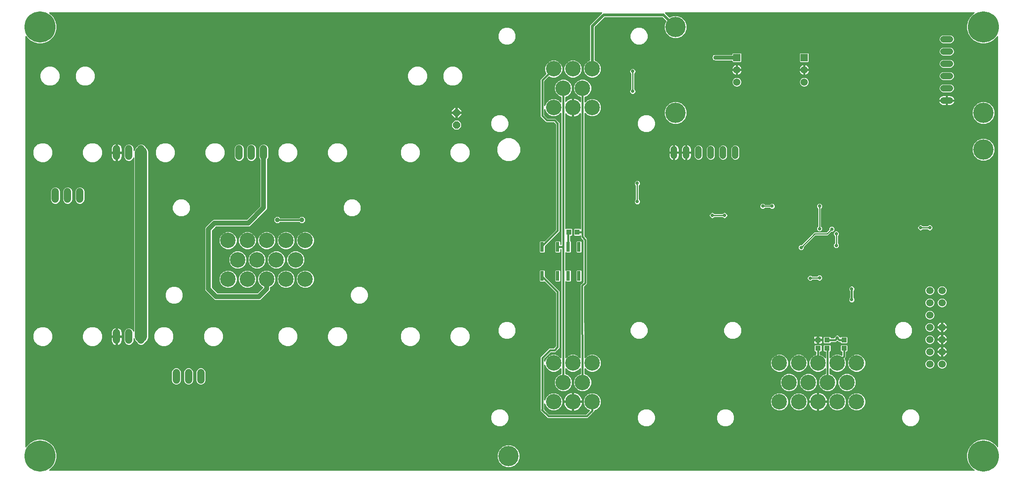
<source format=gbl>
G75*
G70*
%OFA0B0*%
%FSLAX24Y24*%
%IPPOS*%
%LPD*%
%AMOC8*
5,1,8,0,0,1.08239X$1,22.5*
%
%ADD10C,0.0594*%
%ADD11C,0.2540*%
%ADD12C,0.0600*%
%ADD13OC8,0.0600*%
%ADD14C,0.1266*%
%ADD15R,0.0394X0.0433*%
%ADD16R,0.0594X0.0594*%
%ADD17R,0.0276X0.0787*%
%ADD18C,0.0520*%
%ADD19C,0.1660*%
%ADD20R,0.0433X0.0394*%
%ADD21C,0.0100*%
%ADD22C,0.0290*%
%ADD23C,0.0160*%
%ADD24C,0.0240*%
%ADD25C,0.1000*%
%ADD26C,0.0320*%
%ADD27R,0.0290X0.0290*%
%ADD28C,0.0400*%
%ADD29C,0.0396*%
D10*
X060000Y034625D03*
X060000Y035625D03*
X065500Y035625D03*
X065500Y034625D03*
X075750Y017625D03*
X076750Y017625D03*
X076750Y016625D03*
X075750Y016625D03*
X075750Y015625D03*
X075750Y014625D03*
X076750Y014625D03*
X076750Y013625D03*
X075750Y013625D03*
X075750Y012625D03*
X076750Y012625D03*
X076750Y011625D03*
X075750Y011625D03*
D11*
X080125Y004125D03*
X080125Y039125D03*
X003125Y039125D03*
X003125Y004125D03*
D12*
X014250Y010325D02*
X014250Y010925D01*
X015250Y010925D02*
X015250Y010325D01*
X016250Y010325D02*
X016250Y010925D01*
X011375Y013575D02*
X011375Y014175D01*
X010375Y014175D02*
X010375Y013575D01*
X009375Y013575D02*
X009375Y014175D01*
X006375Y025075D02*
X006375Y025675D01*
X005375Y025675D02*
X005375Y025075D01*
X004375Y025075D02*
X004375Y025675D01*
X009375Y028575D02*
X009375Y029175D01*
X010375Y029175D02*
X010375Y028575D01*
X011375Y028575D02*
X011375Y029175D01*
X019375Y029175D02*
X019375Y028575D01*
X020375Y028575D02*
X020375Y029175D01*
X021375Y029175D02*
X021375Y028575D01*
D13*
X037125Y031125D03*
X037125Y032125D03*
D14*
X045050Y032550D03*
X046625Y032550D03*
X048200Y032550D03*
X047412Y034125D03*
X045838Y034125D03*
X046625Y035700D03*
X048200Y035700D03*
X045050Y035700D03*
X024775Y021700D03*
X023200Y021700D03*
X021625Y021700D03*
X020050Y021700D03*
X018475Y021700D03*
X019263Y020125D03*
X020838Y020125D03*
X022412Y020125D03*
X023987Y020125D03*
X023200Y018550D03*
X024775Y018550D03*
X021625Y018550D03*
X020050Y018550D03*
X018475Y018550D03*
X045050Y011700D03*
X046625Y011700D03*
X048200Y011700D03*
X047412Y010125D03*
X045838Y010125D03*
X046625Y008550D03*
X048200Y008550D03*
X045050Y008550D03*
X063475Y008550D03*
X065050Y008550D03*
X066625Y008550D03*
X068200Y008550D03*
X069775Y008550D03*
X068987Y010125D03*
X067412Y010125D03*
X065838Y010125D03*
X064263Y010125D03*
X065050Y011700D03*
X063475Y011700D03*
X066625Y011700D03*
X068200Y011700D03*
X069775Y011700D03*
D15*
X046960Y022375D03*
X046290Y022375D03*
D16*
X060000Y036625D03*
X065500Y036625D03*
D17*
X047107Y021181D03*
X046241Y021181D03*
X045375Y021181D03*
X044115Y021181D03*
X044115Y018819D03*
X045375Y018819D03*
X046241Y018819D03*
X047107Y018819D03*
D18*
X054875Y028615D02*
X054875Y029135D01*
X055875Y029135D02*
X055875Y028615D01*
X056875Y028615D02*
X056875Y029135D01*
X057875Y029135D02*
X057875Y028615D01*
X058875Y028615D02*
X058875Y029135D01*
X059875Y029135D02*
X059875Y028615D01*
X076865Y033125D02*
X077385Y033125D01*
X077385Y034125D02*
X076865Y034125D01*
X076865Y035125D02*
X077385Y035125D01*
X077385Y036125D02*
X076865Y036125D01*
X076865Y037125D02*
X077385Y037125D01*
X077385Y038125D02*
X076865Y038125D01*
D19*
X080125Y039125D03*
X080125Y032125D03*
X080125Y029125D03*
X055000Y032125D03*
X055000Y039125D03*
X041375Y004125D03*
X080125Y004125D03*
D20*
X068750Y012915D03*
X068750Y013585D03*
X067375Y013585D03*
X066625Y013585D03*
X066625Y012915D03*
X067375Y012915D03*
D21*
X079357Y002975D02*
X003893Y002975D01*
X003972Y003021D01*
X004229Y003278D01*
X004411Y003592D01*
X004505Y003943D01*
X004505Y004307D01*
X004411Y004658D01*
X004229Y004972D01*
X003972Y005229D01*
X003658Y005411D01*
X003307Y005505D01*
X002943Y005505D01*
X002592Y005411D01*
X002278Y005229D01*
X002021Y004972D01*
X001975Y004893D01*
X001975Y038357D01*
X002021Y038278D01*
X002278Y038021D01*
X002592Y037839D01*
X002943Y037745D01*
X003307Y037745D01*
X003658Y037839D01*
X003972Y038021D01*
X004229Y038278D01*
X004411Y038592D01*
X004505Y038943D01*
X004505Y039307D01*
X004411Y039658D01*
X004229Y039972D01*
X003972Y040229D01*
X003893Y040275D01*
X048950Y040275D01*
X047970Y039295D01*
X047970Y036409D01*
X047779Y036330D01*
X047570Y036121D01*
X047457Y035848D01*
X047457Y035552D01*
X047570Y035279D01*
X047779Y035070D01*
X048052Y034957D01*
X048348Y034957D01*
X048621Y035070D01*
X048830Y035279D01*
X048943Y035552D01*
X048943Y035848D01*
X048830Y036121D01*
X048621Y036330D01*
X048430Y036409D01*
X048430Y039105D01*
X049220Y039895D01*
X053905Y039895D01*
X054185Y039614D01*
X054060Y039312D01*
X054060Y038938D01*
X054203Y038593D01*
X054468Y038328D01*
X054813Y038185D01*
X055187Y038185D01*
X055532Y038328D01*
X055797Y038593D01*
X055940Y038938D01*
X055940Y039312D01*
X055797Y039657D01*
X055532Y039922D01*
X055187Y040065D01*
X054813Y040065D01*
X054511Y039940D01*
X054175Y040275D01*
X079357Y040275D01*
X079278Y040229D01*
X079021Y039972D01*
X078839Y039658D01*
X078745Y039307D01*
X078745Y038943D01*
X078839Y038592D01*
X079021Y038278D01*
X079278Y038021D01*
X079592Y037839D01*
X079943Y037745D01*
X080307Y037745D01*
X080658Y037839D01*
X080972Y038021D01*
X081229Y038278D01*
X081275Y038357D01*
X081275Y004893D01*
X081229Y004972D01*
X080972Y005229D01*
X080658Y005411D01*
X080307Y005505D01*
X079943Y005505D01*
X079592Y005411D01*
X079278Y005229D01*
X079021Y004972D01*
X078839Y004658D01*
X078745Y004307D01*
X078745Y003943D01*
X078839Y003592D01*
X079021Y003278D01*
X079278Y003021D01*
X079357Y002975D01*
X079281Y003019D02*
X003969Y003019D01*
X004069Y003118D02*
X079181Y003118D01*
X079082Y003216D02*
X041637Y003216D01*
X041562Y003185D02*
X041907Y003328D01*
X042172Y003593D01*
X042315Y003938D01*
X042315Y004312D01*
X042172Y004657D01*
X041907Y004922D01*
X041562Y005065D01*
X041188Y005065D01*
X040843Y004922D01*
X040578Y004657D01*
X040435Y004312D01*
X040435Y003938D01*
X040578Y003593D01*
X040843Y003328D01*
X041188Y003185D01*
X041562Y003185D01*
X041874Y003315D02*
X078999Y003315D01*
X078943Y003413D02*
X041992Y003413D01*
X042091Y003512D02*
X078886Y003512D01*
X078834Y003610D02*
X042179Y003610D01*
X042220Y003709D02*
X078808Y003709D01*
X078782Y003807D02*
X042261Y003807D01*
X042301Y003906D02*
X078755Y003906D01*
X078745Y004004D02*
X042315Y004004D01*
X042315Y004103D02*
X078745Y004103D01*
X078745Y004201D02*
X042315Y004201D01*
X042315Y004300D02*
X078745Y004300D01*
X078769Y004398D02*
X042279Y004398D01*
X042238Y004497D02*
X078796Y004497D01*
X078822Y004595D02*
X042198Y004595D01*
X042136Y004694D02*
X078860Y004694D01*
X078917Y004792D02*
X042037Y004792D01*
X041939Y004891D02*
X078973Y004891D01*
X079037Y004989D02*
X041745Y004989D01*
X041005Y004989D02*
X004213Y004989D01*
X004277Y004891D02*
X040811Y004891D01*
X040713Y004792D02*
X004333Y004792D01*
X004390Y004694D02*
X040614Y004694D01*
X040552Y004595D02*
X004428Y004595D01*
X004454Y004497D02*
X040512Y004497D01*
X040471Y004398D02*
X004481Y004398D01*
X004505Y004300D02*
X040435Y004300D01*
X040435Y004201D02*
X004505Y004201D01*
X004505Y004103D02*
X040435Y004103D01*
X040435Y004004D02*
X004505Y004004D01*
X004495Y003906D02*
X040449Y003906D01*
X040489Y003807D02*
X004468Y003807D01*
X004442Y003709D02*
X040530Y003709D01*
X040571Y003610D02*
X004416Y003610D01*
X004364Y003512D02*
X040659Y003512D01*
X040758Y003413D02*
X004307Y003413D01*
X004251Y003315D02*
X040876Y003315D01*
X041113Y003216D02*
X004168Y003216D01*
X004114Y005088D02*
X079136Y005088D01*
X079234Y005186D02*
X004016Y005186D01*
X003877Y005285D02*
X079373Y005285D01*
X079544Y005383D02*
X003706Y005383D01*
X003394Y005482D02*
X079856Y005482D01*
X080394Y005482D02*
X081275Y005482D01*
X081275Y005580D02*
X001975Y005580D01*
X001975Y005482D02*
X002856Y005482D01*
X002544Y005383D02*
X001975Y005383D01*
X001975Y005285D02*
X002373Y005285D01*
X002234Y005186D02*
X001975Y005186D01*
X001975Y005088D02*
X002136Y005088D01*
X002037Y004989D02*
X001975Y004989D01*
X001975Y005679D02*
X081275Y005679D01*
X081275Y005777D02*
X001975Y005777D01*
X001975Y005876D02*
X081275Y005876D01*
X081275Y005974D02*
X001975Y005974D01*
X001975Y006073D02*
X081275Y006073D01*
X081275Y006171D02*
X001975Y006171D01*
X001975Y006270D02*
X081275Y006270D01*
X081275Y006368D02*
X001975Y006368D01*
X001975Y006467D02*
X081275Y006467D01*
X081275Y006565D02*
X074471Y006565D01*
X074605Y006621D02*
X074815Y006830D01*
X074928Y007103D01*
X074928Y007399D01*
X074815Y007672D01*
X074605Y007881D01*
X074332Y007995D01*
X074036Y007995D01*
X073763Y007881D01*
X073554Y007672D01*
X073440Y007399D01*
X073440Y007103D01*
X073554Y006830D01*
X073763Y006621D01*
X074036Y006507D01*
X074332Y006507D01*
X074605Y006621D01*
X074648Y006664D02*
X081275Y006664D01*
X081275Y006762D02*
X074747Y006762D01*
X074827Y006861D02*
X081275Y006861D01*
X081275Y006959D02*
X074868Y006959D01*
X074909Y007058D02*
X081275Y007058D01*
X081275Y007156D02*
X074928Y007156D01*
X074928Y007255D02*
X081275Y007255D01*
X081275Y007353D02*
X074928Y007353D01*
X074906Y007452D02*
X081275Y007452D01*
X081275Y007550D02*
X074865Y007550D01*
X074824Y007649D02*
X081275Y007649D01*
X081275Y007747D02*
X074740Y007747D01*
X074641Y007846D02*
X081275Y007846D01*
X081275Y007944D02*
X074454Y007944D01*
X073914Y007944D02*
X070219Y007944D01*
X070196Y007920D02*
X070405Y008129D01*
X070518Y008402D01*
X070518Y008698D01*
X070405Y008971D01*
X070196Y009180D01*
X069922Y009293D01*
X069627Y009293D01*
X069354Y009180D01*
X069145Y008971D01*
X069032Y008698D01*
X069032Y008402D01*
X069145Y008129D01*
X069354Y007920D01*
X069627Y007807D01*
X069922Y007807D01*
X070196Y007920D01*
X070318Y008043D02*
X081275Y008043D01*
X081275Y008141D02*
X070409Y008141D01*
X070450Y008240D02*
X081275Y008240D01*
X081275Y008338D02*
X070491Y008338D01*
X070518Y008437D02*
X081275Y008437D01*
X081275Y008535D02*
X070518Y008535D01*
X070518Y008634D02*
X081275Y008634D01*
X081275Y008732D02*
X070504Y008732D01*
X070463Y008831D02*
X081275Y008831D01*
X081275Y008929D02*
X070422Y008929D01*
X070348Y009028D02*
X081275Y009028D01*
X081275Y009126D02*
X070250Y009126D01*
X070088Y009225D02*
X081275Y009225D01*
X081275Y009323D02*
X066754Y009323D01*
X066778Y009320D02*
X066676Y009333D01*
X066675Y009333D01*
X066675Y008600D01*
X067408Y008600D01*
X067408Y008602D01*
X067395Y008703D01*
X067368Y008802D01*
X067329Y008897D01*
X067277Y008986D01*
X067215Y009068D01*
X067142Y009140D01*
X067061Y009203D01*
X066972Y009254D01*
X066877Y009293D01*
X066778Y009320D01*
X066675Y009323D02*
X066575Y009323D01*
X066575Y009333D02*
X066574Y009333D01*
X066472Y009320D01*
X066373Y009293D01*
X066278Y009254D01*
X066189Y009203D01*
X066108Y009140D01*
X066035Y009068D01*
X065973Y008986D01*
X065921Y008897D01*
X065882Y008802D01*
X065855Y008703D01*
X065842Y008602D01*
X065842Y008600D01*
X066575Y008600D01*
X066575Y008500D01*
X066675Y008500D01*
X066675Y007767D01*
X066676Y007767D01*
X066778Y007781D01*
X066877Y007807D01*
X066972Y007846D01*
X067061Y007898D01*
X067142Y007960D01*
X067215Y008033D01*
X067277Y008114D01*
X067329Y008203D01*
X067368Y008298D01*
X067395Y008397D01*
X067408Y008499D01*
X067408Y008500D01*
X066675Y008500D01*
X066675Y008600D01*
X066575Y008600D01*
X066575Y009333D01*
X066496Y009323D02*
X046754Y009323D01*
X046778Y009320D02*
X046676Y009333D01*
X046675Y009333D01*
X046675Y008600D01*
X047408Y008600D01*
X047408Y008602D01*
X047395Y008703D01*
X047368Y008802D01*
X047329Y008897D01*
X047277Y008986D01*
X047215Y009068D01*
X047142Y009140D01*
X047061Y009203D01*
X046972Y009254D01*
X046877Y009293D01*
X046778Y009320D01*
X046675Y009323D02*
X046575Y009323D01*
X046575Y009333D02*
X046574Y009333D01*
X046472Y009320D01*
X046373Y009293D01*
X046278Y009254D01*
X046189Y009203D01*
X046108Y009140D01*
X046035Y009068D01*
X045973Y008986D01*
X045921Y008897D01*
X045882Y008802D01*
X045855Y008703D01*
X045842Y008602D01*
X045842Y008600D01*
X046575Y008600D01*
X046575Y008500D01*
X046675Y008500D01*
X046675Y007767D01*
X046676Y007767D01*
X046778Y007781D01*
X046877Y007807D01*
X046972Y007846D01*
X047061Y007898D01*
X047142Y007960D01*
X047215Y008033D01*
X047277Y008114D01*
X047329Y008203D01*
X047368Y008298D01*
X047395Y008397D01*
X047408Y008499D01*
X047408Y008500D01*
X046675Y008500D01*
X046675Y008600D01*
X046575Y008600D01*
X046575Y009333D01*
X046496Y009323D02*
X044315Y009323D01*
X044315Y009225D02*
X044736Y009225D01*
X044629Y009180D02*
X044420Y008971D01*
X044315Y008717D01*
X044315Y011533D01*
X044420Y011279D01*
X044629Y011070D01*
X044902Y010957D01*
X045198Y010957D01*
X045471Y011070D01*
X045648Y011246D01*
X045648Y010851D01*
X045417Y010755D01*
X045208Y010546D01*
X045095Y010273D01*
X045095Y009977D01*
X045208Y009704D01*
X045417Y009495D01*
X045690Y009382D01*
X045985Y009382D01*
X046259Y009495D01*
X046468Y009704D01*
X046581Y009977D01*
X046581Y010273D01*
X046468Y010546D01*
X046259Y010755D01*
X046028Y010851D01*
X046028Y011246D01*
X046204Y011070D01*
X046477Y010957D01*
X046773Y010957D01*
X047046Y011070D01*
X047217Y011241D01*
X047219Y010849D01*
X046991Y010755D01*
X046782Y010546D01*
X046669Y010273D01*
X046669Y009977D01*
X046782Y009704D01*
X046991Y009495D01*
X047265Y009382D01*
X047560Y009382D01*
X047833Y009495D01*
X048042Y009704D01*
X048155Y009977D01*
X048155Y010273D01*
X048042Y010546D01*
X047833Y010755D01*
X047599Y010852D01*
X047597Y011252D01*
X047779Y011070D01*
X048052Y010957D01*
X048348Y010957D01*
X048621Y011070D01*
X048830Y011279D01*
X048943Y011552D01*
X048943Y011848D01*
X048830Y012121D01*
X048621Y012330D01*
X048348Y012443D01*
X048052Y012443D01*
X047779Y012330D01*
X047593Y012144D01*
X047565Y017922D01*
X047815Y018171D01*
X047815Y021742D01*
X047821Y021813D01*
X047815Y021820D01*
X047815Y021829D01*
X047765Y021879D01*
X047602Y022070D01*
X047602Y032097D01*
X047779Y031920D01*
X048052Y031807D01*
X048348Y031807D01*
X048621Y031920D01*
X048830Y032129D01*
X048943Y032402D01*
X048943Y032698D01*
X048830Y032971D01*
X048621Y033180D01*
X048348Y033293D01*
X048052Y033293D01*
X047779Y033180D01*
X047602Y033004D01*
X047602Y033399D01*
X047833Y033495D01*
X048042Y033704D01*
X048155Y033977D01*
X048155Y034273D01*
X048042Y034546D01*
X047833Y034755D01*
X047560Y034868D01*
X047265Y034868D01*
X046991Y034755D01*
X046782Y034546D01*
X046669Y034273D01*
X046669Y033977D01*
X046782Y033704D01*
X046991Y033495D01*
X047222Y033399D01*
X047222Y033058D01*
X047215Y033068D01*
X047142Y033140D01*
X047061Y033203D01*
X046972Y033254D01*
X046877Y033293D01*
X046778Y033320D01*
X046676Y033333D01*
X046675Y033333D01*
X046675Y032600D01*
X046575Y032600D01*
X046575Y033333D01*
X046574Y033333D01*
X046472Y033320D01*
X046373Y033293D01*
X046278Y033254D01*
X046189Y033203D01*
X046108Y033140D01*
X046035Y033068D01*
X046028Y033058D01*
X046028Y033399D01*
X046259Y033495D01*
X046468Y033704D01*
X046581Y033977D01*
X046581Y034273D01*
X046468Y034546D01*
X046259Y034755D01*
X045985Y034868D01*
X045690Y034868D01*
X045417Y034755D01*
X045208Y034546D01*
X045095Y034273D01*
X045095Y033977D01*
X045208Y033704D01*
X045417Y033495D01*
X045648Y033399D01*
X045648Y033004D01*
X045471Y033180D01*
X045198Y033293D01*
X044902Y033293D01*
X044629Y033180D01*
X044420Y032971D01*
X044315Y032717D01*
X044315Y034696D01*
X044671Y035052D01*
X044902Y034957D01*
X045198Y034957D01*
X045471Y035070D01*
X045680Y035279D01*
X045793Y035552D01*
X045793Y035848D01*
X045680Y036121D01*
X045471Y036330D01*
X045198Y036443D01*
X044902Y036443D01*
X044629Y036330D01*
X044420Y036121D01*
X044307Y035848D01*
X044307Y035552D01*
X044403Y035321D01*
X043935Y034853D01*
X043935Y031796D01*
X044046Y031685D01*
X044421Y031310D01*
X045046Y031310D01*
X045185Y031171D01*
X045185Y022579D01*
X044291Y021685D01*
X043932Y021685D01*
X043867Y021620D01*
X043867Y020742D01*
X043932Y020677D01*
X044299Y020677D01*
X044363Y020742D01*
X044363Y021219D01*
X045454Y022310D01*
X045565Y022421D01*
X045565Y031329D01*
X045315Y031579D01*
X045204Y031690D01*
X044579Y031690D01*
X044315Y031954D01*
X044315Y032383D01*
X044420Y032129D01*
X044629Y031920D01*
X044902Y031807D01*
X045198Y031807D01*
X045471Y031920D01*
X045648Y032097D01*
X045648Y021371D01*
X045623Y021371D01*
X045623Y021620D01*
X045558Y021685D01*
X045192Y021685D01*
X045127Y021620D01*
X045127Y020742D01*
X045192Y020677D01*
X045558Y020677D01*
X045623Y020742D01*
X045623Y020991D01*
X045648Y020991D01*
X045648Y012153D01*
X045471Y012330D01*
X045198Y012443D01*
X044902Y012443D01*
X044629Y012330D01*
X044420Y012121D01*
X044315Y011867D01*
X044315Y012046D01*
X044829Y012560D01*
X045204Y012560D01*
X045315Y012671D01*
X045565Y012921D01*
X045565Y017579D01*
X045454Y017690D01*
X044363Y018781D01*
X044363Y019258D01*
X044299Y019323D01*
X043932Y019323D01*
X043867Y019258D01*
X043867Y018380D01*
X043932Y018315D01*
X044291Y018315D01*
X045185Y017421D01*
X045185Y013079D01*
X045046Y012940D01*
X044671Y012940D01*
X044046Y012315D01*
X043935Y012204D01*
X043935Y007973D01*
X043925Y007964D01*
X043925Y007806D01*
X044036Y007695D01*
X044435Y007296D01*
X044546Y007185D01*
X047829Y007185D01*
X048279Y007635D01*
X048390Y007746D01*
X048390Y007825D01*
X048621Y007920D01*
X048830Y008129D01*
X048943Y008402D01*
X048943Y008698D01*
X048830Y008971D01*
X048621Y009180D01*
X048348Y009293D01*
X048052Y009293D01*
X047779Y009180D01*
X047570Y008971D01*
X047457Y008698D01*
X047457Y008402D01*
X047570Y008129D01*
X047779Y007920D01*
X047954Y007848D01*
X047671Y007565D01*
X044704Y007565D01*
X044315Y007954D01*
X044315Y008383D01*
X044420Y008129D01*
X044629Y007920D01*
X044902Y007807D01*
X045198Y007807D01*
X045471Y007920D01*
X045680Y008129D01*
X045793Y008402D01*
X045793Y008698D01*
X045680Y008971D01*
X045471Y009180D01*
X045198Y009293D01*
X044902Y009293D01*
X044629Y009180D01*
X044575Y009126D02*
X044315Y009126D01*
X044315Y009028D02*
X044477Y009028D01*
X044403Y008929D02*
X044315Y008929D01*
X044315Y008831D02*
X044362Y008831D01*
X044321Y008732D02*
X044315Y008732D01*
X043935Y008732D02*
X001975Y008732D01*
X001975Y008634D02*
X043935Y008634D01*
X043935Y008535D02*
X001975Y008535D01*
X001975Y008437D02*
X043935Y008437D01*
X043935Y008338D02*
X001975Y008338D01*
X001975Y008240D02*
X043935Y008240D01*
X043935Y008141D02*
X001975Y008141D01*
X001975Y008043D02*
X043935Y008043D01*
X043925Y007944D02*
X040911Y007944D01*
X040789Y007995D02*
X041062Y007881D01*
X041271Y007672D01*
X041384Y007399D01*
X041384Y007103D01*
X041271Y006830D01*
X041062Y006621D01*
X040789Y006507D01*
X040493Y006507D01*
X040219Y006621D01*
X040010Y006830D01*
X039897Y007103D01*
X039897Y007399D01*
X040010Y007672D01*
X040219Y007881D01*
X040493Y007995D01*
X040789Y007995D01*
X041098Y007846D02*
X043925Y007846D01*
X043984Y007747D02*
X041196Y007747D01*
X041281Y007649D02*
X044083Y007649D01*
X044181Y007550D02*
X041322Y007550D01*
X041363Y007452D02*
X044280Y007452D01*
X044378Y007353D02*
X041384Y007353D01*
X041384Y007255D02*
X044477Y007255D01*
X044620Y007649D02*
X047755Y007649D01*
X047853Y007747D02*
X044522Y007747D01*
X044423Y007846D02*
X044810Y007846D01*
X044606Y007944D02*
X044325Y007944D01*
X044315Y008043D02*
X044507Y008043D01*
X044415Y008141D02*
X044315Y008141D01*
X044315Y008240D02*
X044375Y008240D01*
X044334Y008338D02*
X044315Y008338D01*
X043935Y008831D02*
X001975Y008831D01*
X001975Y008929D02*
X043935Y008929D01*
X043935Y009028D02*
X001975Y009028D01*
X001975Y009126D02*
X043935Y009126D01*
X043935Y009225D02*
X001975Y009225D01*
X001975Y009323D02*
X043935Y009323D01*
X043935Y009422D02*
X001975Y009422D01*
X001975Y009520D02*
X043935Y009520D01*
X043935Y009619D02*
X001975Y009619D01*
X001975Y009717D02*
X043935Y009717D01*
X043935Y009816D02*
X001975Y009816D01*
X001975Y009914D02*
X043935Y009914D01*
X043935Y010013D02*
X016517Y010013D01*
X016482Y009977D02*
X016598Y010093D01*
X016660Y010243D01*
X016660Y011007D01*
X016598Y011157D01*
X016482Y011273D01*
X016332Y011335D01*
X016168Y011335D01*
X016018Y011273D01*
X015902Y011157D01*
X015840Y011007D01*
X015840Y010243D01*
X015902Y010093D01*
X016018Y009977D01*
X016168Y009915D01*
X016332Y009915D01*
X016482Y009977D01*
X016605Y010111D02*
X043935Y010111D01*
X043935Y010210D02*
X016646Y010210D01*
X016660Y010308D02*
X043935Y010308D01*
X043935Y010407D02*
X016660Y010407D01*
X016660Y010505D02*
X043935Y010505D01*
X043935Y010604D02*
X016660Y010604D01*
X016660Y010702D02*
X043935Y010702D01*
X043935Y010801D02*
X016660Y010801D01*
X016660Y010899D02*
X043935Y010899D01*
X043935Y010998D02*
X016660Y010998D01*
X016623Y011096D02*
X043935Y011096D01*
X043935Y011195D02*
X016560Y011195D01*
X016433Y011293D02*
X043935Y011293D01*
X043935Y011392D02*
X001975Y011392D01*
X001975Y011490D02*
X043935Y011490D01*
X043935Y011589D02*
X001975Y011589D01*
X001975Y011687D02*
X043935Y011687D01*
X043935Y011786D02*
X001975Y011786D01*
X001975Y011884D02*
X043935Y011884D01*
X043935Y011983D02*
X001975Y011983D01*
X001975Y012081D02*
X043935Y012081D01*
X043935Y012180D02*
X001975Y012180D01*
X001975Y012278D02*
X044009Y012278D01*
X044108Y012377D02*
X001975Y012377D01*
X001975Y012475D02*
X044206Y012475D01*
X044305Y012574D02*
X001975Y012574D01*
X001975Y012672D02*
X044403Y012672D01*
X044502Y012771D02*
X001975Y012771D01*
X001975Y012869D02*
X044600Y012869D01*
X044744Y012475D02*
X045648Y012475D01*
X045648Y012377D02*
X045358Y012377D01*
X045523Y012278D02*
X045648Y012278D01*
X045648Y012180D02*
X045621Y012180D01*
X045648Y012574D02*
X045217Y012574D01*
X045316Y012672D02*
X045648Y012672D01*
X045648Y012771D02*
X045414Y012771D01*
X045513Y012869D02*
X045648Y012869D01*
X045648Y012968D02*
X045565Y012968D01*
X045565Y013066D02*
X045648Y013066D01*
X045648Y013165D02*
X045565Y013165D01*
X045565Y013263D02*
X045648Y013263D01*
X045648Y013362D02*
X045565Y013362D01*
X045565Y013460D02*
X045648Y013460D01*
X045648Y013559D02*
X045565Y013559D01*
X045565Y013657D02*
X045648Y013657D01*
X045648Y013756D02*
X045565Y013756D01*
X045565Y013854D02*
X045648Y013854D01*
X045648Y013953D02*
X045565Y013953D01*
X045565Y014051D02*
X045648Y014051D01*
X045648Y014150D02*
X045565Y014150D01*
X045565Y014248D02*
X045648Y014248D01*
X045648Y014347D02*
X045565Y014347D01*
X045565Y014445D02*
X045648Y014445D01*
X045648Y014544D02*
X045565Y014544D01*
X045565Y014642D02*
X045648Y014642D01*
X045648Y014741D02*
X045565Y014741D01*
X045565Y014839D02*
X045648Y014839D01*
X045648Y014938D02*
X045565Y014938D01*
X045565Y015036D02*
X045648Y015036D01*
X045648Y015135D02*
X045565Y015135D01*
X045565Y015233D02*
X045648Y015233D01*
X045648Y015332D02*
X045565Y015332D01*
X045565Y015430D02*
X045648Y015430D01*
X045648Y015529D02*
X045565Y015529D01*
X045565Y015627D02*
X045648Y015627D01*
X045648Y015726D02*
X045565Y015726D01*
X045565Y015824D02*
X045648Y015824D01*
X045648Y015923D02*
X045565Y015923D01*
X045565Y016021D02*
X045648Y016021D01*
X045648Y016120D02*
X045565Y016120D01*
X045565Y016218D02*
X045648Y016218D01*
X045648Y016317D02*
X045565Y016317D01*
X045565Y016415D02*
X045648Y016415D01*
X045648Y016514D02*
X045565Y016514D01*
X045565Y016612D02*
X045648Y016612D01*
X045648Y016711D02*
X045565Y016711D01*
X045565Y016809D02*
X045648Y016809D01*
X045648Y016908D02*
X045565Y016908D01*
X045565Y017006D02*
X045648Y017006D01*
X045648Y017105D02*
X045565Y017105D01*
X045565Y017203D02*
X045648Y017203D01*
X045648Y017302D02*
X045565Y017302D01*
X045565Y017400D02*
X045648Y017400D01*
X045648Y017499D02*
X045565Y017499D01*
X045547Y017597D02*
X045648Y017597D01*
X045648Y017696D02*
X045448Y017696D01*
X045350Y017794D02*
X045648Y017794D01*
X045648Y017893D02*
X045251Y017893D01*
X045153Y017991D02*
X045648Y017991D01*
X045648Y018090D02*
X045054Y018090D01*
X044956Y018188D02*
X045648Y018188D01*
X045648Y018287D02*
X044857Y018287D01*
X044759Y018385D02*
X045127Y018385D01*
X045127Y018380D02*
X045192Y018315D01*
X045558Y018315D01*
X045623Y018380D01*
X045623Y019258D01*
X045558Y019323D01*
X045192Y019323D01*
X045127Y019258D01*
X045127Y018380D01*
X045127Y018484D02*
X044660Y018484D01*
X044562Y018582D02*
X045127Y018582D01*
X045127Y018681D02*
X044463Y018681D01*
X044365Y018779D02*
X045127Y018779D01*
X045127Y018878D02*
X044363Y018878D01*
X044363Y018976D02*
X045127Y018976D01*
X045127Y019075D02*
X044363Y019075D01*
X044363Y019173D02*
X045127Y019173D01*
X045141Y019272D02*
X044350Y019272D01*
X043881Y019272D02*
X024975Y019272D01*
X024922Y019293D02*
X024627Y019293D01*
X024354Y019180D01*
X024145Y018971D01*
X024032Y018698D01*
X024032Y018402D01*
X024145Y018129D01*
X024354Y017920D01*
X024627Y017807D01*
X024922Y017807D01*
X025196Y017920D01*
X025405Y018129D01*
X025518Y018402D01*
X025518Y018698D01*
X025405Y018971D01*
X025196Y019180D01*
X024922Y019293D01*
X025203Y019173D02*
X043867Y019173D01*
X043867Y019075D02*
X025301Y019075D01*
X025400Y018976D02*
X043867Y018976D01*
X043867Y018878D02*
X025443Y018878D01*
X025484Y018779D02*
X043867Y018779D01*
X043867Y018681D02*
X025518Y018681D01*
X025518Y018582D02*
X043867Y018582D01*
X043867Y018484D02*
X025518Y018484D01*
X025510Y018385D02*
X043867Y018385D01*
X044320Y018287D02*
X025470Y018287D01*
X025429Y018188D02*
X044418Y018188D01*
X044517Y018090D02*
X025365Y018090D01*
X025266Y017991D02*
X029027Y017991D01*
X029036Y017995D02*
X028763Y017881D01*
X028554Y017672D01*
X028440Y017399D01*
X028440Y017103D01*
X028554Y016830D01*
X028763Y016621D01*
X029036Y016507D01*
X029332Y016507D01*
X029605Y016621D01*
X029815Y016830D01*
X029928Y017103D01*
X029928Y017399D01*
X029815Y017672D01*
X029605Y017881D01*
X029332Y017995D01*
X029036Y017995D01*
X028790Y017893D02*
X025129Y017893D01*
X024421Y017893D02*
X023554Y017893D01*
X023621Y017920D02*
X023830Y018129D01*
X023943Y018402D01*
X023943Y018698D01*
X023830Y018971D01*
X023621Y019180D01*
X023348Y019293D01*
X023052Y019293D01*
X022779Y019180D01*
X022570Y018971D01*
X022457Y018698D01*
X022457Y018402D01*
X022570Y018129D01*
X022779Y017920D01*
X023052Y017807D01*
X023348Y017807D01*
X023621Y017920D01*
X023692Y017991D02*
X024283Y017991D01*
X024184Y018090D02*
X023790Y018090D01*
X023854Y018188D02*
X024120Y018188D01*
X024080Y018287D02*
X023895Y018287D01*
X023936Y018385D02*
X024039Y018385D01*
X024032Y018484D02*
X023943Y018484D01*
X023943Y018582D02*
X024032Y018582D01*
X024032Y018681D02*
X023943Y018681D01*
X023909Y018779D02*
X024065Y018779D01*
X024106Y018878D02*
X023869Y018878D01*
X023825Y018976D02*
X024150Y018976D01*
X024248Y019075D02*
X023726Y019075D01*
X023628Y019173D02*
X024347Y019173D01*
X024574Y019272D02*
X023400Y019272D01*
X023566Y019495D02*
X023839Y019382D01*
X024135Y019382D01*
X024408Y019495D01*
X024617Y019704D01*
X024730Y019977D01*
X024730Y020273D01*
X024617Y020546D01*
X024408Y020755D01*
X024135Y020868D01*
X023839Y020868D01*
X023566Y020755D01*
X023357Y020546D01*
X023244Y020273D01*
X023244Y019977D01*
X023357Y019704D01*
X023566Y019495D01*
X023630Y019469D02*
X022769Y019469D01*
X022833Y019495D02*
X023042Y019704D01*
X023155Y019977D01*
X023155Y020273D01*
X023042Y020546D01*
X022833Y020755D01*
X022560Y020868D01*
X022265Y020868D01*
X021991Y020755D01*
X021782Y020546D01*
X021669Y020273D01*
X021669Y019977D01*
X021782Y019704D01*
X021991Y019495D01*
X022265Y019382D01*
X022560Y019382D01*
X022833Y019495D01*
X022905Y019567D02*
X023494Y019567D01*
X023396Y019666D02*
X023004Y019666D01*
X023067Y019764D02*
X023332Y019764D01*
X023292Y019863D02*
X023108Y019863D01*
X023149Y019961D02*
X023251Y019961D01*
X023244Y020060D02*
X023155Y020060D01*
X023155Y020158D02*
X023244Y020158D01*
X023244Y020257D02*
X023155Y020257D01*
X023121Y020355D02*
X023278Y020355D01*
X023319Y020454D02*
X023081Y020454D01*
X023036Y020552D02*
X023363Y020552D01*
X023462Y020651D02*
X022938Y020651D01*
X022839Y020749D02*
X023560Y020749D01*
X023790Y020848D02*
X022610Y020848D01*
X022779Y021070D02*
X023052Y020957D01*
X023348Y020957D01*
X023621Y021070D01*
X023830Y021279D01*
X023943Y021552D01*
X023943Y021848D01*
X023830Y022121D01*
X023621Y022330D01*
X023348Y022443D01*
X023052Y022443D01*
X022779Y022330D01*
X022570Y022121D01*
X022457Y021848D01*
X022457Y021552D01*
X022570Y021279D01*
X022779Y021070D01*
X022840Y021045D02*
X021985Y021045D01*
X022046Y021070D02*
X022255Y021279D01*
X022368Y021552D01*
X022368Y021848D01*
X022255Y022121D01*
X022046Y022330D01*
X021773Y022443D01*
X021477Y022443D01*
X021204Y022330D01*
X020995Y022121D01*
X020882Y021848D01*
X020882Y021552D01*
X020995Y021279D01*
X021204Y021070D01*
X021477Y020957D01*
X021773Y020957D01*
X022046Y021070D01*
X022119Y021143D02*
X022706Y021143D01*
X022607Y021242D02*
X022218Y021242D01*
X022280Y021340D02*
X022545Y021340D01*
X022504Y021439D02*
X022321Y021439D01*
X022362Y021537D02*
X022463Y021537D01*
X022457Y021636D02*
X022368Y021636D01*
X022368Y021734D02*
X022457Y021734D01*
X022457Y021833D02*
X022368Y021833D01*
X022334Y021931D02*
X022491Y021931D01*
X022532Y022030D02*
X022293Y022030D01*
X022248Y022128D02*
X022577Y022128D01*
X022676Y022227D02*
X022149Y022227D01*
X022051Y022325D02*
X022774Y022325D01*
X023005Y022424D02*
X021819Y022424D01*
X021431Y022424D02*
X020245Y022424D01*
X020198Y022443D02*
X019902Y022443D01*
X019629Y022330D01*
X019420Y022121D01*
X019307Y021848D01*
X019307Y021552D01*
X019420Y021279D01*
X019629Y021070D01*
X019902Y020957D01*
X020198Y020957D01*
X020471Y021070D01*
X020680Y021279D01*
X020793Y021552D01*
X020793Y021848D01*
X020680Y022121D01*
X020471Y022330D01*
X020198Y022443D01*
X020476Y022325D02*
X021199Y022325D01*
X021101Y022227D02*
X020574Y022227D01*
X020673Y022128D02*
X021002Y022128D01*
X020957Y022030D02*
X020718Y022030D01*
X020759Y021931D02*
X020916Y021931D01*
X020882Y021833D02*
X020793Y021833D01*
X020793Y021734D02*
X020882Y021734D01*
X020882Y021636D02*
X020793Y021636D01*
X020787Y021537D02*
X020888Y021537D01*
X020929Y021439D02*
X020746Y021439D01*
X020705Y021340D02*
X020970Y021340D01*
X021032Y021242D02*
X020643Y021242D01*
X020544Y021143D02*
X021131Y021143D01*
X021265Y021045D02*
X020410Y021045D01*
X020417Y020755D02*
X020208Y020546D01*
X020095Y020273D01*
X020095Y019977D01*
X020208Y019704D01*
X020417Y019495D01*
X020690Y019382D01*
X020985Y019382D01*
X021259Y019495D01*
X021468Y019704D01*
X021581Y019977D01*
X021581Y020273D01*
X021468Y020546D01*
X021259Y020755D01*
X020985Y020868D01*
X020690Y020868D01*
X020417Y020755D01*
X020411Y020749D02*
X019690Y020749D01*
X019684Y020755D02*
X019411Y020868D01*
X019115Y020868D01*
X018842Y020755D01*
X018633Y020546D01*
X018520Y020273D01*
X018520Y019977D01*
X018633Y019704D01*
X018842Y019495D01*
X019115Y019382D01*
X019411Y019382D01*
X019684Y019495D01*
X019893Y019704D01*
X020006Y019977D01*
X020006Y020273D01*
X019893Y020546D01*
X019684Y020755D01*
X019788Y020651D02*
X020312Y020651D01*
X020214Y020552D02*
X019887Y020552D01*
X019931Y020454D02*
X020169Y020454D01*
X020129Y020355D02*
X019972Y020355D01*
X020006Y020257D02*
X020095Y020257D01*
X020095Y020158D02*
X020006Y020158D01*
X020006Y020060D02*
X020095Y020060D01*
X020101Y019961D02*
X019999Y019961D01*
X019958Y019863D02*
X020142Y019863D01*
X020183Y019764D02*
X019918Y019764D01*
X019854Y019666D02*
X020246Y019666D01*
X020345Y019567D02*
X019756Y019567D01*
X019620Y019469D02*
X020481Y019469D01*
X020471Y019180D02*
X020198Y019293D01*
X019902Y019293D01*
X019629Y019180D01*
X019420Y018971D01*
X019307Y018698D01*
X019307Y018402D01*
X019420Y018129D01*
X019629Y017920D01*
X019902Y017807D01*
X020198Y017807D01*
X020471Y017920D01*
X020680Y018129D01*
X020793Y018402D01*
X020793Y018698D01*
X020680Y018971D01*
X020471Y019180D01*
X020478Y019173D02*
X021197Y019173D01*
X021204Y019180D02*
X020995Y018971D01*
X020882Y018698D01*
X020882Y018402D01*
X020995Y018129D01*
X021204Y017920D01*
X021312Y017876D01*
X020872Y017435D01*
X017628Y017435D01*
X017185Y017878D01*
X017185Y022497D01*
X017503Y022815D01*
X020187Y022815D01*
X020301Y022862D01*
X021551Y024112D01*
X021638Y024199D01*
X021685Y024313D01*
X021685Y028305D01*
X021723Y028343D01*
X021785Y028493D01*
X021785Y029257D01*
X021723Y029407D01*
X021607Y029523D01*
X021457Y029585D01*
X021293Y029585D01*
X021143Y029523D01*
X021027Y029407D01*
X020965Y029257D01*
X020965Y028493D01*
X021027Y028343D01*
X021065Y028305D01*
X021065Y024503D01*
X019997Y023435D01*
X017313Y023435D01*
X017199Y023388D01*
X017112Y023301D01*
X016612Y022801D01*
X016565Y022687D01*
X016565Y017688D01*
X016612Y017574D01*
X016699Y017487D01*
X017324Y016862D01*
X017438Y016815D01*
X021062Y016815D01*
X021176Y016862D01*
X021263Y016949D01*
X021888Y017574D01*
X021935Y017688D01*
X021935Y017874D01*
X022046Y017920D01*
X022255Y018129D01*
X022368Y018402D01*
X022368Y018698D01*
X022255Y018971D01*
X022046Y019180D01*
X021773Y019293D01*
X021477Y019293D01*
X021204Y019180D01*
X021098Y019075D02*
X020577Y019075D01*
X020675Y018976D02*
X021000Y018976D01*
X020956Y018878D02*
X020719Y018878D01*
X020760Y018779D02*
X020915Y018779D01*
X020882Y018681D02*
X020793Y018681D01*
X020793Y018582D02*
X020882Y018582D01*
X020882Y018484D02*
X020793Y018484D01*
X020786Y018385D02*
X020889Y018385D01*
X020930Y018287D02*
X020745Y018287D01*
X020704Y018188D02*
X020971Y018188D01*
X021035Y018090D02*
X020640Y018090D01*
X020542Y017991D02*
X021133Y017991D01*
X021271Y017893D02*
X020404Y017893D01*
X020935Y017499D02*
X017565Y017499D01*
X017466Y017597D02*
X021034Y017597D01*
X021132Y017696D02*
X017368Y017696D01*
X017269Y017794D02*
X021231Y017794D01*
X021713Y017400D02*
X028441Y017400D01*
X028440Y017302D02*
X021615Y017302D01*
X021516Y017203D02*
X028440Y017203D01*
X028440Y017105D02*
X021418Y017105D01*
X021319Y017006D02*
X028481Y017006D01*
X028521Y016908D02*
X021221Y016908D01*
X021812Y017499D02*
X028482Y017499D01*
X028522Y017597D02*
X021897Y017597D01*
X021935Y017696D02*
X028577Y017696D01*
X028675Y017794D02*
X021935Y017794D01*
X021979Y017893D02*
X022846Y017893D01*
X022708Y017991D02*
X022117Y017991D01*
X022215Y018090D02*
X022610Y018090D01*
X022546Y018188D02*
X022279Y018188D01*
X022320Y018287D02*
X022505Y018287D01*
X022464Y018385D02*
X022361Y018385D01*
X022368Y018484D02*
X022457Y018484D01*
X022457Y018582D02*
X022368Y018582D01*
X022368Y018681D02*
X022457Y018681D01*
X022490Y018779D02*
X022335Y018779D01*
X022294Y018878D02*
X022531Y018878D01*
X022575Y018976D02*
X022250Y018976D01*
X022152Y019075D02*
X022673Y019075D01*
X022772Y019173D02*
X022053Y019173D01*
X021825Y019272D02*
X023000Y019272D01*
X024344Y019469D02*
X045648Y019469D01*
X045648Y019567D02*
X024480Y019567D01*
X024579Y019666D02*
X045648Y019666D01*
X045648Y019764D02*
X024642Y019764D01*
X024683Y019863D02*
X045648Y019863D01*
X045648Y019961D02*
X024724Y019961D01*
X024730Y020060D02*
X045648Y020060D01*
X045648Y020158D02*
X024730Y020158D01*
X024730Y020257D02*
X045648Y020257D01*
X045648Y020355D02*
X024696Y020355D01*
X024655Y020454D02*
X045648Y020454D01*
X045648Y020552D02*
X024611Y020552D01*
X024513Y020651D02*
X045648Y020651D01*
X045648Y020749D02*
X045623Y020749D01*
X045623Y020848D02*
X045648Y020848D01*
X045648Y020946D02*
X045623Y020946D01*
X046028Y020708D02*
X046058Y020677D01*
X046425Y020677D01*
X046489Y020742D01*
X046489Y021620D01*
X046431Y021678D01*
X046431Y022048D01*
X046533Y022048D01*
X046597Y022113D01*
X046597Y022637D01*
X046533Y022702D01*
X046048Y022702D01*
X046028Y022681D01*
X046028Y032042D01*
X046035Y032033D01*
X046108Y031960D01*
X046189Y031898D01*
X046278Y031846D01*
X046373Y031807D01*
X046472Y031781D01*
X046574Y031767D01*
X046575Y031767D01*
X046575Y032500D01*
X046675Y032500D01*
X046675Y031767D01*
X046676Y031767D01*
X046778Y031781D01*
X046877Y031807D01*
X046972Y031846D01*
X047061Y031898D01*
X047142Y031960D01*
X047215Y032033D01*
X047222Y032042D01*
X047222Y022681D01*
X047202Y022702D01*
X046717Y022702D01*
X046653Y022637D01*
X046653Y022113D01*
X046717Y022048D01*
X047202Y022048D01*
X047222Y022069D01*
X047222Y022008D01*
X047217Y021937D01*
X047222Y021930D01*
X047222Y021921D01*
X047273Y021871D01*
X047435Y021680D01*
X047435Y018329D01*
X047296Y018190D01*
X047295Y018190D01*
X047240Y018134D01*
X047185Y018079D01*
X047185Y018078D01*
X047185Y018078D01*
X047185Y018000D01*
X047185Y017921D01*
X047185Y017921D01*
X047213Y012163D01*
X047046Y012330D01*
X046773Y012443D01*
X046477Y012443D01*
X046204Y012330D01*
X046028Y012153D01*
X046028Y018345D01*
X046058Y018315D01*
X046425Y018315D01*
X046489Y018380D01*
X046489Y019258D01*
X046425Y019323D01*
X046058Y019323D01*
X046028Y019292D01*
X046028Y020708D01*
X046028Y020651D02*
X047435Y020651D01*
X047435Y020749D02*
X047355Y020749D01*
X047355Y020742D02*
X047291Y020677D01*
X046924Y020677D01*
X046859Y020742D01*
X046859Y021620D01*
X046924Y021685D01*
X047291Y021685D01*
X047355Y021620D01*
X047355Y020742D01*
X047355Y020848D02*
X047435Y020848D01*
X047435Y020946D02*
X047355Y020946D01*
X047355Y021045D02*
X047435Y021045D01*
X047435Y021143D02*
X047355Y021143D01*
X047355Y021242D02*
X047435Y021242D01*
X047435Y021340D02*
X047355Y021340D01*
X047355Y021439D02*
X047435Y021439D01*
X047435Y021537D02*
X047355Y021537D01*
X047340Y021636D02*
X047435Y021636D01*
X047389Y021734D02*
X046431Y021734D01*
X046431Y021833D02*
X047305Y021833D01*
X047222Y021931D02*
X046431Y021931D01*
X046431Y022030D02*
X047222Y022030D01*
X047602Y022128D02*
X066027Y022128D01*
X066125Y022227D02*
X047602Y022227D01*
X047602Y022325D02*
X066224Y022325D01*
X066215Y022316D02*
X065279Y021380D01*
X065199Y021380D01*
X065106Y021341D01*
X065034Y021269D01*
X064995Y021176D01*
X064995Y021074D01*
X065034Y020981D01*
X065106Y020909D01*
X065199Y020870D01*
X065301Y020870D01*
X065394Y020909D01*
X065466Y020981D01*
X065505Y021074D01*
X065505Y021154D01*
X066441Y022090D01*
X067441Y022090D01*
X067721Y022370D01*
X067801Y022370D01*
X067894Y022409D01*
X067966Y022481D01*
X068005Y022574D01*
X068005Y022676D01*
X067966Y022769D01*
X067894Y022841D01*
X067801Y022880D01*
X067699Y022880D01*
X067606Y022841D01*
X067534Y022769D01*
X067495Y022676D01*
X067495Y022596D01*
X067309Y022410D01*
X066309Y022410D01*
X066215Y022316D01*
X066375Y022250D02*
X067375Y022250D01*
X067750Y022625D01*
X067513Y022719D02*
X067004Y022719D01*
X067005Y022716D02*
X066966Y022810D01*
X066910Y022866D01*
X066910Y024299D01*
X066966Y024356D01*
X067005Y024449D01*
X067005Y024551D01*
X066966Y024644D01*
X066894Y024716D01*
X066801Y024755D01*
X066699Y024755D01*
X066606Y024716D01*
X066534Y024644D01*
X066495Y024551D01*
X066495Y024449D01*
X066534Y024356D01*
X066590Y024299D01*
X066590Y022866D01*
X066534Y022810D01*
X066495Y022716D01*
X066495Y022615D01*
X066534Y022521D01*
X066606Y022449D01*
X066699Y022410D01*
X066801Y022410D01*
X066894Y022449D01*
X066966Y022521D01*
X067005Y022615D01*
X067005Y022716D01*
X067005Y022621D02*
X067495Y022621D01*
X067421Y022522D02*
X066967Y022522D01*
X066833Y022424D02*
X067322Y022424D01*
X067578Y022227D02*
X067870Y022227D01*
X067870Y022199D02*
X067909Y022106D01*
X067965Y022049D01*
X067965Y021496D01*
X067909Y021439D01*
X067870Y021346D01*
X067870Y021244D01*
X067909Y021151D01*
X067981Y021079D01*
X068074Y021040D01*
X068176Y021040D01*
X068269Y021079D01*
X068341Y021151D01*
X068380Y021244D01*
X068380Y021346D01*
X068341Y021439D01*
X068285Y021496D01*
X068285Y022049D01*
X068341Y022106D01*
X068380Y022199D01*
X068380Y022301D01*
X068341Y022394D01*
X068269Y022466D01*
X068176Y022505D01*
X068074Y022505D01*
X067981Y022466D01*
X067909Y022394D01*
X067870Y022301D01*
X067870Y022199D01*
X067900Y022128D02*
X067479Y022128D01*
X067676Y022325D02*
X067880Y022325D01*
X067909Y022424D02*
X067938Y022424D01*
X067983Y022522D02*
X074884Y022522D01*
X074856Y022534D02*
X074949Y022495D01*
X075051Y022495D01*
X075144Y022534D01*
X075201Y022590D01*
X075549Y022590D01*
X075606Y022534D01*
X075699Y022495D01*
X075801Y022495D01*
X075894Y022534D01*
X075966Y022606D01*
X076005Y022699D01*
X076005Y022801D01*
X075966Y022894D01*
X075894Y022966D01*
X075801Y023005D01*
X075699Y023005D01*
X075606Y022966D01*
X075549Y022910D01*
X075201Y022910D01*
X075144Y022966D01*
X075051Y023005D01*
X074949Y023005D01*
X074856Y022966D01*
X074784Y022894D01*
X074745Y022801D01*
X074745Y022699D01*
X074784Y022606D01*
X074856Y022534D01*
X074778Y022621D02*
X068005Y022621D01*
X067987Y022719D02*
X074745Y022719D01*
X074752Y022818D02*
X067918Y022818D01*
X067582Y022818D02*
X066958Y022818D01*
X066910Y022916D02*
X074805Y022916D01*
X075000Y022750D02*
X075750Y022750D01*
X075866Y022522D02*
X081275Y022522D01*
X081275Y022424D02*
X068312Y022424D01*
X068370Y022325D02*
X081275Y022325D01*
X081275Y022227D02*
X068380Y022227D01*
X068350Y022128D02*
X081275Y022128D01*
X081275Y022030D02*
X068285Y022030D01*
X068285Y021931D02*
X081275Y021931D01*
X081275Y021833D02*
X068285Y021833D01*
X068285Y021734D02*
X081275Y021734D01*
X081275Y021636D02*
X068285Y021636D01*
X068285Y021537D02*
X081275Y021537D01*
X081275Y021439D02*
X068342Y021439D01*
X068380Y021340D02*
X081275Y021340D01*
X081275Y021242D02*
X068379Y021242D01*
X068334Y021143D02*
X081275Y021143D01*
X081275Y021045D02*
X068187Y021045D01*
X068063Y021045D02*
X065493Y021045D01*
X065505Y021143D02*
X067916Y021143D01*
X067871Y021242D02*
X065593Y021242D01*
X065691Y021340D02*
X067870Y021340D01*
X067908Y021439D02*
X065790Y021439D01*
X065888Y021537D02*
X067965Y021537D01*
X067965Y021636D02*
X065987Y021636D01*
X066085Y021734D02*
X067965Y021734D01*
X067965Y021833D02*
X066184Y021833D01*
X066282Y021931D02*
X067965Y021931D01*
X067965Y022030D02*
X066381Y022030D01*
X066375Y022250D02*
X065250Y021125D01*
X065432Y020946D02*
X081275Y020946D01*
X081275Y020848D02*
X047815Y020848D01*
X047815Y020946D02*
X065068Y020946D01*
X065007Y021045D02*
X047815Y021045D01*
X047815Y021143D02*
X064995Y021143D01*
X065022Y021242D02*
X047815Y021242D01*
X047815Y021340D02*
X065104Y021340D01*
X065337Y021439D02*
X047815Y021439D01*
X047815Y021537D02*
X065436Y021537D01*
X065534Y021636D02*
X047815Y021636D01*
X047815Y021734D02*
X065633Y021734D01*
X065731Y021833D02*
X047811Y021833D01*
X047720Y021931D02*
X065830Y021931D01*
X065928Y022030D02*
X047637Y022030D01*
X047602Y022424D02*
X066667Y022424D01*
X066533Y022522D02*
X047602Y022522D01*
X047602Y022621D02*
X066495Y022621D01*
X066496Y022719D02*
X047602Y022719D01*
X047602Y022818D02*
X066542Y022818D01*
X066590Y022916D02*
X047602Y022916D01*
X047602Y023015D02*
X066590Y023015D01*
X066590Y023113D02*
X047602Y023113D01*
X047602Y023212D02*
X066590Y023212D01*
X066590Y023310D02*
X047602Y023310D01*
X047602Y023409D02*
X066590Y023409D01*
X066590Y023507D02*
X059080Y023507D01*
X059051Y023495D02*
X059144Y023534D01*
X059216Y023606D01*
X059255Y023699D01*
X059255Y023801D01*
X059216Y023894D01*
X059144Y023966D01*
X059051Y024005D01*
X058949Y024005D01*
X058856Y023966D01*
X058799Y023910D01*
X058201Y023910D01*
X058144Y023966D01*
X058051Y024005D01*
X057949Y024005D01*
X057856Y023966D01*
X057784Y023894D01*
X057745Y023801D01*
X057745Y023699D01*
X057784Y023606D01*
X057856Y023534D01*
X057949Y023495D01*
X058051Y023495D01*
X058144Y023534D01*
X058201Y023590D01*
X058799Y023590D01*
X058856Y023534D01*
X058949Y023495D01*
X059051Y023495D01*
X058920Y023507D02*
X058080Y023507D01*
X057920Y023507D02*
X047602Y023507D01*
X047602Y023606D02*
X057784Y023606D01*
X057745Y023704D02*
X047602Y023704D01*
X047602Y023803D02*
X057746Y023803D01*
X057790Y023901D02*
X047602Y023901D01*
X047602Y024000D02*
X057936Y024000D01*
X058064Y024000D02*
X058936Y024000D01*
X059064Y024000D02*
X066590Y024000D01*
X066590Y024098D02*
X047602Y024098D01*
X047602Y024197D02*
X066590Y024197D01*
X066590Y024295D02*
X063031Y024295D01*
X063019Y024284D02*
X063091Y024356D01*
X063130Y024449D01*
X063130Y024551D01*
X063091Y024644D01*
X063019Y024716D01*
X062926Y024755D01*
X062824Y024755D01*
X062731Y024716D01*
X062674Y024660D01*
X062326Y024660D01*
X062269Y024716D01*
X062176Y024755D01*
X062074Y024755D01*
X061981Y024716D01*
X061909Y024644D01*
X061870Y024551D01*
X061870Y024449D01*
X061909Y024356D01*
X061981Y024284D01*
X062074Y024245D01*
X062176Y024245D01*
X062269Y024284D01*
X062326Y024340D01*
X062674Y024340D01*
X062731Y024284D01*
X062824Y024245D01*
X062926Y024245D01*
X063019Y024284D01*
X063107Y024394D02*
X066518Y024394D01*
X066495Y024492D02*
X063130Y024492D01*
X063114Y024591D02*
X066511Y024591D01*
X066578Y024689D02*
X063047Y024689D01*
X062875Y024500D02*
X062125Y024500D01*
X061886Y024591D02*
X047602Y024591D01*
X047602Y024689D02*
X051700Y024689D01*
X051731Y024659D02*
X051824Y024620D01*
X051926Y024620D01*
X052019Y024659D01*
X052091Y024731D01*
X052130Y024824D01*
X052130Y024926D01*
X052091Y025019D01*
X052035Y025076D01*
X052035Y026174D01*
X052091Y026231D01*
X052130Y026324D01*
X052130Y026426D01*
X052091Y026519D01*
X052019Y026591D01*
X051926Y026630D01*
X051824Y026630D01*
X051731Y026591D01*
X051659Y026519D01*
X051620Y026426D01*
X051620Y026324D01*
X051659Y026231D01*
X051715Y026174D01*
X051715Y025076D01*
X051659Y025019D01*
X051620Y024926D01*
X051620Y024824D01*
X051659Y024731D01*
X051731Y024659D01*
X051635Y024788D02*
X047602Y024788D01*
X047602Y024886D02*
X051620Y024886D01*
X051644Y024985D02*
X047602Y024985D01*
X047602Y025083D02*
X051715Y025083D01*
X051715Y025182D02*
X047602Y025182D01*
X047602Y025280D02*
X051715Y025280D01*
X051715Y025379D02*
X047602Y025379D01*
X047602Y025477D02*
X051715Y025477D01*
X051715Y025576D02*
X047602Y025576D01*
X047602Y025674D02*
X051715Y025674D01*
X051715Y025773D02*
X047602Y025773D01*
X047602Y025871D02*
X051715Y025871D01*
X051715Y025970D02*
X047602Y025970D01*
X047602Y026068D02*
X051715Y026068D01*
X051715Y026167D02*
X047602Y026167D01*
X047602Y026265D02*
X051645Y026265D01*
X051620Y026364D02*
X047602Y026364D01*
X047602Y026462D02*
X051635Y026462D01*
X051700Y026561D02*
X047602Y026561D01*
X047602Y026659D02*
X081275Y026659D01*
X081275Y026561D02*
X052050Y026561D01*
X052115Y026462D02*
X081275Y026462D01*
X081275Y026364D02*
X052130Y026364D01*
X052105Y026265D02*
X081275Y026265D01*
X081275Y026167D02*
X052035Y026167D01*
X052035Y026068D02*
X081275Y026068D01*
X081275Y025970D02*
X052035Y025970D01*
X052035Y025871D02*
X081275Y025871D01*
X081275Y025773D02*
X052035Y025773D01*
X052035Y025674D02*
X081275Y025674D01*
X081275Y025576D02*
X052035Y025576D01*
X052035Y025477D02*
X081275Y025477D01*
X081275Y025379D02*
X052035Y025379D01*
X052035Y025280D02*
X081275Y025280D01*
X081275Y025182D02*
X052035Y025182D01*
X052035Y025083D02*
X081275Y025083D01*
X081275Y024985D02*
X052106Y024985D01*
X052130Y024886D02*
X081275Y024886D01*
X081275Y024788D02*
X052115Y024788D01*
X052050Y024689D02*
X061953Y024689D01*
X061870Y024492D02*
X047602Y024492D01*
X047602Y024394D02*
X061893Y024394D01*
X061969Y024295D02*
X047602Y024295D01*
X047222Y024295D02*
X046028Y024295D01*
X046028Y024197D02*
X047222Y024197D01*
X047222Y024098D02*
X046028Y024098D01*
X046028Y024000D02*
X047222Y024000D01*
X047222Y023901D02*
X046028Y023901D01*
X046028Y023803D02*
X047222Y023803D01*
X047222Y023704D02*
X046028Y023704D01*
X046028Y023606D02*
X047222Y023606D01*
X047222Y023507D02*
X046028Y023507D01*
X046028Y023409D02*
X047222Y023409D01*
X047222Y023310D02*
X046028Y023310D01*
X046028Y023212D02*
X047222Y023212D01*
X047222Y023113D02*
X046028Y023113D01*
X046028Y023015D02*
X047222Y023015D01*
X047222Y022916D02*
X046028Y022916D01*
X046028Y022818D02*
X047222Y022818D01*
X047222Y022719D02*
X046028Y022719D01*
X045648Y022719D02*
X045565Y022719D01*
X045565Y022621D02*
X045648Y022621D01*
X045648Y022522D02*
X045565Y022522D01*
X045565Y022424D02*
X045648Y022424D01*
X045648Y022325D02*
X045469Y022325D01*
X045370Y022227D02*
X045648Y022227D01*
X045648Y022128D02*
X045272Y022128D01*
X045173Y022030D02*
X045648Y022030D01*
X045648Y021931D02*
X045075Y021931D01*
X044976Y021833D02*
X045648Y021833D01*
X045648Y021734D02*
X044878Y021734D01*
X044779Y021636D02*
X045142Y021636D01*
X045127Y021537D02*
X044681Y021537D01*
X044582Y021439D02*
X045127Y021439D01*
X045127Y021340D02*
X044484Y021340D01*
X044385Y021242D02*
X045127Y021242D01*
X045127Y021143D02*
X044363Y021143D01*
X044363Y021045D02*
X045127Y021045D01*
X045127Y020946D02*
X044363Y020946D01*
X044363Y020848D02*
X045127Y020848D01*
X045127Y020749D02*
X044363Y020749D01*
X043867Y020749D02*
X024414Y020749D01*
X024185Y020848D02*
X043867Y020848D01*
X043867Y020946D02*
X017185Y020946D01*
X017185Y020848D02*
X019065Y020848D01*
X018836Y020749D02*
X017185Y020749D01*
X017185Y020651D02*
X018737Y020651D01*
X018639Y020552D02*
X017185Y020552D01*
X017185Y020454D02*
X018595Y020454D01*
X018554Y020355D02*
X017185Y020355D01*
X017185Y020257D02*
X018520Y020257D01*
X018520Y020158D02*
X017185Y020158D01*
X017185Y020060D02*
X018520Y020060D01*
X018526Y019961D02*
X017185Y019961D01*
X017185Y019863D02*
X018567Y019863D01*
X018608Y019764D02*
X017185Y019764D01*
X017185Y019666D02*
X018671Y019666D01*
X018770Y019567D02*
X017185Y019567D01*
X017185Y019469D02*
X018906Y019469D01*
X018896Y019180D02*
X018623Y019293D01*
X018328Y019293D01*
X018054Y019180D01*
X017845Y018971D01*
X017732Y018698D01*
X017732Y018402D01*
X017845Y018129D01*
X018054Y017920D01*
X018328Y017807D01*
X018623Y017807D01*
X018896Y017920D01*
X019105Y018129D01*
X019218Y018402D01*
X019218Y018698D01*
X019105Y018971D01*
X018896Y019180D01*
X018903Y019173D02*
X019622Y019173D01*
X019524Y019075D02*
X019002Y019075D01*
X019100Y018976D02*
X019425Y018976D01*
X019381Y018878D02*
X019144Y018878D01*
X019185Y018779D02*
X019341Y018779D01*
X019307Y018681D02*
X019218Y018681D01*
X019218Y018582D02*
X019307Y018582D01*
X019307Y018484D02*
X019218Y018484D01*
X019211Y018385D02*
X019314Y018385D01*
X019355Y018287D02*
X019170Y018287D01*
X019130Y018188D02*
X019396Y018188D01*
X019460Y018090D02*
X019066Y018090D01*
X018967Y017991D02*
X019558Y017991D01*
X019696Y017893D02*
X018829Y017893D01*
X018121Y017893D02*
X017185Y017893D01*
X017185Y017991D02*
X017984Y017991D01*
X017885Y018090D02*
X017185Y018090D01*
X017185Y018188D02*
X017821Y018188D01*
X017780Y018287D02*
X017185Y018287D01*
X017185Y018385D02*
X017740Y018385D01*
X017732Y018484D02*
X017185Y018484D01*
X017185Y018582D02*
X017732Y018582D01*
X017732Y018681D02*
X017185Y018681D01*
X017185Y018779D02*
X017766Y018779D01*
X017807Y018878D02*
X017185Y018878D01*
X017185Y018976D02*
X017850Y018976D01*
X017949Y019075D02*
X017185Y019075D01*
X017185Y019173D02*
X018047Y019173D01*
X018275Y019272D02*
X017185Y019272D01*
X017185Y019370D02*
X045648Y019370D01*
X045648Y019272D02*
X045609Y019272D01*
X045623Y019173D02*
X045648Y019173D01*
X045648Y019075D02*
X045623Y019075D01*
X045623Y018976D02*
X045648Y018976D01*
X045648Y018878D02*
X045623Y018878D01*
X045623Y018779D02*
X045648Y018779D01*
X045648Y018681D02*
X045623Y018681D01*
X045623Y018582D02*
X045648Y018582D01*
X045648Y018484D02*
X045623Y018484D01*
X045623Y018385D02*
X045648Y018385D01*
X046028Y018287D02*
X047393Y018287D01*
X047355Y018380D02*
X047291Y018315D01*
X046924Y018315D01*
X046859Y018380D01*
X046859Y019258D01*
X046924Y019323D01*
X047291Y019323D01*
X047355Y019258D01*
X047355Y018380D01*
X047355Y018385D02*
X047435Y018385D01*
X047435Y018484D02*
X047355Y018484D01*
X047355Y018582D02*
X047435Y018582D01*
X047435Y018681D02*
X047355Y018681D01*
X047355Y018779D02*
X047435Y018779D01*
X047435Y018878D02*
X047355Y018878D01*
X047355Y018976D02*
X047435Y018976D01*
X047435Y019075D02*
X047355Y019075D01*
X047355Y019173D02*
X047435Y019173D01*
X047435Y019272D02*
X047342Y019272D01*
X047435Y019370D02*
X046028Y019370D01*
X046028Y019469D02*
X047435Y019469D01*
X047435Y019567D02*
X046028Y019567D01*
X046028Y019666D02*
X047435Y019666D01*
X047435Y019764D02*
X046028Y019764D01*
X046028Y019863D02*
X047435Y019863D01*
X047435Y019961D02*
X046028Y019961D01*
X046028Y020060D02*
X047435Y020060D01*
X047435Y020158D02*
X046028Y020158D01*
X046028Y020257D02*
X047435Y020257D01*
X047435Y020355D02*
X046028Y020355D01*
X046028Y020454D02*
X047435Y020454D01*
X047435Y020552D02*
X046028Y020552D01*
X046489Y020749D02*
X046859Y020749D01*
X046859Y020848D02*
X046489Y020848D01*
X046489Y020946D02*
X046859Y020946D01*
X046859Y021045D02*
X046489Y021045D01*
X046489Y021143D02*
X046859Y021143D01*
X046859Y021242D02*
X046489Y021242D01*
X046489Y021340D02*
X046859Y021340D01*
X046859Y021439D02*
X046489Y021439D01*
X046489Y021537D02*
X046859Y021537D01*
X046875Y021636D02*
X046474Y021636D01*
X046597Y022128D02*
X046653Y022128D01*
X046653Y022227D02*
X046597Y022227D01*
X046597Y022325D02*
X046653Y022325D01*
X046653Y022424D02*
X046597Y022424D01*
X046597Y022522D02*
X046653Y022522D01*
X046653Y022621D02*
X046597Y022621D01*
X045648Y022818D02*
X045565Y022818D01*
X045565Y022916D02*
X045648Y022916D01*
X045648Y023015D02*
X045565Y023015D01*
X045565Y023113D02*
X045648Y023113D01*
X045648Y023212D02*
X045565Y023212D01*
X045565Y023310D02*
X045648Y023310D01*
X045648Y023409D02*
X045565Y023409D01*
X045565Y023507D02*
X045648Y023507D01*
X045648Y023606D02*
X045565Y023606D01*
X045565Y023704D02*
X045648Y023704D01*
X045648Y023803D02*
X045565Y023803D01*
X045565Y023901D02*
X045648Y023901D01*
X045648Y024000D02*
X045565Y024000D01*
X045565Y024098D02*
X045648Y024098D01*
X045648Y024197D02*
X045565Y024197D01*
X045565Y024295D02*
X045648Y024295D01*
X045648Y024394D02*
X045565Y024394D01*
X045565Y024492D02*
X045648Y024492D01*
X045648Y024591D02*
X045565Y024591D01*
X045565Y024689D02*
X045648Y024689D01*
X045648Y024788D02*
X045565Y024788D01*
X045565Y024886D02*
X045648Y024886D01*
X045648Y024985D02*
X045565Y024985D01*
X045565Y025083D02*
X045648Y025083D01*
X045648Y025182D02*
X045565Y025182D01*
X045565Y025280D02*
X045648Y025280D01*
X045648Y025379D02*
X045565Y025379D01*
X045565Y025477D02*
X045648Y025477D01*
X045648Y025576D02*
X045565Y025576D01*
X045565Y025674D02*
X045648Y025674D01*
X045648Y025773D02*
X045565Y025773D01*
X045565Y025871D02*
X045648Y025871D01*
X045648Y025970D02*
X045565Y025970D01*
X045565Y026068D02*
X045648Y026068D01*
X045648Y026167D02*
X045565Y026167D01*
X045565Y026265D02*
X045648Y026265D01*
X045648Y026364D02*
X045565Y026364D01*
X045565Y026462D02*
X045648Y026462D01*
X045648Y026561D02*
X045565Y026561D01*
X045565Y026659D02*
X045648Y026659D01*
X045648Y026758D02*
X045565Y026758D01*
X045565Y026856D02*
X045648Y026856D01*
X045648Y026955D02*
X045565Y026955D01*
X045565Y027053D02*
X045648Y027053D01*
X045648Y027152D02*
X045565Y027152D01*
X045565Y027250D02*
X045648Y027250D01*
X045648Y027349D02*
X045565Y027349D01*
X045565Y027447D02*
X045648Y027447D01*
X045648Y027546D02*
X045565Y027546D01*
X045565Y027644D02*
X045648Y027644D01*
X045648Y027743D02*
X045565Y027743D01*
X045565Y027841D02*
X045648Y027841D01*
X045648Y027940D02*
X045565Y027940D01*
X045565Y028038D02*
X045648Y028038D01*
X045648Y028137D02*
X045565Y028137D01*
X045565Y028235D02*
X045648Y028235D01*
X045648Y028334D02*
X045565Y028334D01*
X045565Y028432D02*
X045648Y028432D01*
X045648Y028531D02*
X045565Y028531D01*
X045565Y028629D02*
X045648Y028629D01*
X045648Y028728D02*
X045565Y028728D01*
X045565Y028826D02*
X045648Y028826D01*
X045648Y028925D02*
X045565Y028925D01*
X045565Y029023D02*
X045648Y029023D01*
X045648Y029122D02*
X045565Y029122D01*
X045565Y029220D02*
X045648Y029220D01*
X045648Y029319D02*
X045565Y029319D01*
X045565Y029417D02*
X045648Y029417D01*
X045648Y029516D02*
X045565Y029516D01*
X045565Y029614D02*
X045648Y029614D01*
X045648Y029713D02*
X045565Y029713D01*
X045565Y029811D02*
X045648Y029811D01*
X045648Y029910D02*
X045565Y029910D01*
X045565Y030008D02*
X045648Y030008D01*
X045648Y030107D02*
X045565Y030107D01*
X045565Y030205D02*
X045648Y030205D01*
X045648Y030304D02*
X045565Y030304D01*
X045565Y030402D02*
X045648Y030402D01*
X045648Y030501D02*
X045565Y030501D01*
X045565Y030599D02*
X045648Y030599D01*
X045648Y030698D02*
X045565Y030698D01*
X045565Y030796D02*
X045648Y030796D01*
X045648Y030895D02*
X045565Y030895D01*
X045565Y030993D02*
X045648Y030993D01*
X045648Y031092D02*
X045565Y031092D01*
X045565Y031190D02*
X045648Y031190D01*
X045648Y031289D02*
X045565Y031289D01*
X045507Y031387D02*
X045648Y031387D01*
X045648Y031486D02*
X045408Y031486D01*
X045310Y031584D02*
X045648Y031584D01*
X045648Y031683D02*
X045211Y031683D01*
X045373Y031880D02*
X045648Y031880D01*
X045648Y031978D02*
X045529Y031978D01*
X045627Y032077D02*
X045648Y032077D01*
X045648Y031781D02*
X044488Y031781D01*
X044389Y031880D02*
X044727Y031880D01*
X044571Y031978D02*
X044315Y031978D01*
X044315Y032077D02*
X044473Y032077D01*
X044401Y032175D02*
X044315Y032175D01*
X044315Y032274D02*
X044360Y032274D01*
X044320Y032372D02*
X044315Y032372D01*
X043935Y032372D02*
X037514Y032372D01*
X037575Y032311D02*
X037311Y032575D01*
X037175Y032575D01*
X037175Y032175D01*
X037575Y032175D01*
X037575Y032311D01*
X037575Y032274D02*
X043935Y032274D01*
X043935Y032175D02*
X037575Y032175D01*
X037575Y032075D02*
X037175Y032075D01*
X037175Y032175D01*
X037075Y032175D01*
X037075Y032575D01*
X036939Y032575D01*
X036675Y032311D01*
X036675Y032175D01*
X037075Y032175D01*
X037075Y032075D01*
X037175Y032075D01*
X037175Y031675D01*
X037311Y031675D01*
X037575Y031939D01*
X037575Y032075D01*
X037575Y031978D02*
X040453Y031978D01*
X040493Y031995D02*
X040219Y031881D01*
X040010Y031672D01*
X039897Y031399D01*
X039897Y031103D01*
X040010Y030830D01*
X040219Y030621D01*
X040493Y030507D01*
X040789Y030507D01*
X041062Y030621D01*
X041271Y030830D01*
X041384Y031103D01*
X041384Y031399D01*
X041271Y031672D01*
X041062Y031881D01*
X040789Y031995D01*
X040493Y031995D01*
X040218Y031880D02*
X037516Y031880D01*
X037417Y031781D02*
X040119Y031781D01*
X040021Y031683D02*
X037319Y031683D01*
X037175Y031683D02*
X037075Y031683D01*
X037075Y031675D02*
X037075Y032075D01*
X036675Y032075D01*
X036675Y031939D01*
X036939Y031675D01*
X037075Y031675D01*
X037075Y031781D02*
X037175Y031781D01*
X037175Y031880D02*
X037075Y031880D01*
X037075Y031978D02*
X037175Y031978D01*
X037175Y032077D02*
X043935Y032077D01*
X043935Y031978D02*
X040829Y031978D01*
X041064Y031880D02*
X043935Y031880D01*
X043950Y031781D02*
X041162Y031781D01*
X041261Y031683D02*
X044049Y031683D01*
X044147Y031584D02*
X041308Y031584D01*
X041349Y031486D02*
X044246Y031486D01*
X044344Y031387D02*
X041384Y031387D01*
X041384Y031289D02*
X045068Y031289D01*
X045166Y031190D02*
X041384Y031190D01*
X041380Y031092D02*
X045185Y031092D01*
X045185Y030993D02*
X041339Y030993D01*
X041298Y030895D02*
X045185Y030895D01*
X045185Y030796D02*
X041238Y030796D01*
X041139Y030698D02*
X045185Y030698D01*
X045185Y030599D02*
X041010Y030599D01*
X040271Y030599D02*
X001975Y030599D01*
X001975Y030501D02*
X045185Y030501D01*
X045185Y030402D02*
X001975Y030402D01*
X001975Y030304D02*
X045185Y030304D01*
X045185Y030205D02*
X001975Y030205D01*
X001975Y030107D02*
X045185Y030107D01*
X045185Y030008D02*
X041804Y030008D01*
X041930Y029956D02*
X041570Y030105D01*
X041180Y030105D01*
X040820Y029956D01*
X040544Y029680D01*
X040395Y029320D01*
X040395Y028930D01*
X040544Y028570D01*
X040820Y028294D01*
X041180Y028145D01*
X041570Y028145D01*
X041930Y028294D01*
X042206Y028570D01*
X042355Y028930D01*
X042355Y029320D01*
X042206Y029680D01*
X041930Y029956D01*
X041976Y029910D02*
X045185Y029910D01*
X045185Y029811D02*
X042075Y029811D01*
X042173Y029713D02*
X045185Y029713D01*
X045185Y029614D02*
X042233Y029614D01*
X042274Y029516D02*
X045185Y029516D01*
X045185Y029417D02*
X042315Y029417D01*
X042355Y029319D02*
X045185Y029319D01*
X045185Y029220D02*
X042355Y029220D01*
X042355Y029122D02*
X045185Y029122D01*
X045185Y029023D02*
X042355Y029023D01*
X042353Y028925D02*
X045185Y028925D01*
X045185Y028826D02*
X042312Y028826D01*
X042271Y028728D02*
X045185Y028728D01*
X045185Y028629D02*
X042230Y028629D01*
X042166Y028531D02*
X045185Y028531D01*
X045185Y028432D02*
X042068Y028432D01*
X041969Y028334D02*
X045185Y028334D01*
X045185Y028235D02*
X041787Y028235D01*
X040963Y028235D02*
X037929Y028235D01*
X037870Y028176D02*
X038101Y028408D01*
X038227Y028711D01*
X038227Y029039D01*
X038101Y029342D01*
X037870Y029574D01*
X037567Y029699D01*
X037239Y029699D01*
X036936Y029574D01*
X036704Y029342D01*
X036578Y029039D01*
X036578Y028711D01*
X036704Y028408D01*
X036936Y028176D01*
X037239Y028051D01*
X037567Y028051D01*
X037870Y028176D01*
X037774Y028137D02*
X045185Y028137D01*
X045185Y028038D02*
X021685Y028038D01*
X021685Y027940D02*
X045185Y027940D01*
X045185Y027841D02*
X021685Y027841D01*
X021685Y027743D02*
X045185Y027743D01*
X045185Y027644D02*
X021685Y027644D01*
X021685Y027546D02*
X045185Y027546D01*
X045185Y027447D02*
X021685Y027447D01*
X021685Y027349D02*
X045185Y027349D01*
X045185Y027250D02*
X021685Y027250D01*
X021685Y027152D02*
X045185Y027152D01*
X045185Y027053D02*
X021685Y027053D01*
X021685Y026955D02*
X045185Y026955D01*
X045185Y026856D02*
X021685Y026856D01*
X021685Y026758D02*
X045185Y026758D01*
X045185Y026659D02*
X021685Y026659D01*
X021685Y026561D02*
X045185Y026561D01*
X045185Y026462D02*
X021685Y026462D01*
X021685Y026364D02*
X045185Y026364D01*
X045185Y026265D02*
X021685Y026265D01*
X021685Y026167D02*
X045185Y026167D01*
X045185Y026068D02*
X021685Y026068D01*
X021685Y025970D02*
X045185Y025970D01*
X045185Y025871D02*
X021685Y025871D01*
X021685Y025773D02*
X045185Y025773D01*
X045185Y025674D02*
X021685Y025674D01*
X021685Y025576D02*
X045185Y025576D01*
X045185Y025477D02*
X021685Y025477D01*
X021685Y025379D02*
X045185Y025379D01*
X045185Y025280D02*
X021685Y025280D01*
X021685Y025182D02*
X045185Y025182D01*
X045185Y025083D02*
X028832Y025083D01*
X028741Y025121D02*
X028446Y025121D01*
X028172Y025007D01*
X027963Y024798D01*
X027850Y024525D01*
X027850Y024229D01*
X027963Y023956D01*
X028172Y023746D01*
X028446Y023633D01*
X028741Y023633D01*
X029015Y023746D01*
X029224Y023956D01*
X029337Y024229D01*
X029337Y024525D01*
X029224Y024798D01*
X029015Y025007D01*
X028741Y025121D01*
X029038Y024985D02*
X045185Y024985D01*
X045185Y024886D02*
X029136Y024886D01*
X029228Y024788D02*
X045185Y024788D01*
X045185Y024689D02*
X029269Y024689D01*
X029310Y024591D02*
X045185Y024591D01*
X045185Y024492D02*
X029337Y024492D01*
X029337Y024394D02*
X045185Y024394D01*
X045185Y024295D02*
X029337Y024295D01*
X029324Y024197D02*
X045185Y024197D01*
X045185Y024098D02*
X029283Y024098D01*
X029242Y024000D02*
X045185Y024000D01*
X045185Y023901D02*
X029169Y023901D01*
X029071Y023803D02*
X045185Y023803D01*
X045185Y023704D02*
X028912Y023704D01*
X028275Y023704D02*
X021142Y023704D01*
X021044Y023606D02*
X022295Y023606D01*
X022325Y023636D02*
X022239Y023550D01*
X022192Y023436D01*
X022192Y023314D01*
X022239Y023200D01*
X022325Y023114D01*
X022439Y023067D01*
X022561Y023067D01*
X022675Y023114D01*
X022746Y023185D01*
X024254Y023185D01*
X024325Y023114D01*
X024439Y023067D01*
X024561Y023067D01*
X024675Y023114D01*
X024761Y023200D01*
X024808Y023314D01*
X024808Y023436D01*
X024761Y023550D01*
X024675Y023636D01*
X024561Y023683D01*
X024439Y023683D01*
X024325Y023636D01*
X024254Y023565D01*
X022746Y023565D01*
X022675Y023636D01*
X022561Y023683D01*
X022439Y023683D01*
X022325Y023636D01*
X022221Y023507D02*
X020945Y023507D01*
X020847Y023409D02*
X022192Y023409D01*
X022193Y023310D02*
X020748Y023310D01*
X020650Y023212D02*
X022234Y023212D01*
X022327Y023113D02*
X020551Y023113D01*
X020453Y023015D02*
X045185Y023015D01*
X045185Y023113D02*
X024673Y023113D01*
X024766Y023212D02*
X045185Y023212D01*
X045185Y023310D02*
X024807Y023310D01*
X024808Y023409D02*
X045185Y023409D01*
X045185Y023507D02*
X024779Y023507D01*
X024705Y023606D02*
X045185Y023606D01*
X045185Y022916D02*
X020354Y022916D01*
X020193Y022818D02*
X045185Y022818D01*
X045185Y022719D02*
X017407Y022719D01*
X017309Y022621D02*
X045185Y022621D01*
X045128Y022522D02*
X017210Y022522D01*
X017185Y022424D02*
X018281Y022424D01*
X018328Y022443D02*
X018054Y022330D01*
X017845Y022121D01*
X017732Y021848D01*
X017732Y021552D01*
X017845Y021279D01*
X018054Y021070D01*
X018328Y020957D01*
X018623Y020957D01*
X018896Y021070D01*
X019105Y021279D01*
X019218Y021552D01*
X019218Y021848D01*
X019105Y022121D01*
X018896Y022330D01*
X018623Y022443D01*
X018328Y022443D01*
X018050Y022325D02*
X017185Y022325D01*
X017185Y022227D02*
X017951Y022227D01*
X017853Y022128D02*
X017185Y022128D01*
X017185Y022030D02*
X017808Y022030D01*
X017767Y021931D02*
X017185Y021931D01*
X017185Y021833D02*
X017732Y021833D01*
X017732Y021734D02*
X017185Y021734D01*
X017185Y021636D02*
X017732Y021636D01*
X017739Y021537D02*
X017185Y021537D01*
X017185Y021439D02*
X017779Y021439D01*
X017820Y021340D02*
X017185Y021340D01*
X017185Y021242D02*
X017883Y021242D01*
X017981Y021143D02*
X017185Y021143D01*
X017185Y021045D02*
X018116Y021045D01*
X018835Y021045D02*
X019690Y021045D01*
X019556Y021143D02*
X018969Y021143D01*
X019068Y021242D02*
X019458Y021242D01*
X019395Y021340D02*
X019131Y021340D01*
X019171Y021439D02*
X019354Y021439D01*
X019313Y021537D02*
X019212Y021537D01*
X019218Y021636D02*
X019307Y021636D01*
X019307Y021734D02*
X019218Y021734D01*
X019218Y021833D02*
X019307Y021833D01*
X019342Y021931D02*
X019184Y021931D01*
X019143Y022030D02*
X019382Y022030D01*
X019428Y022128D02*
X019098Y022128D01*
X019000Y022227D02*
X019526Y022227D01*
X019625Y022325D02*
X018901Y022325D01*
X018670Y022424D02*
X019856Y022424D01*
X020069Y023507D02*
X011985Y023507D01*
X011985Y023409D02*
X017249Y023409D01*
X017122Y023310D02*
X011985Y023310D01*
X011985Y023212D02*
X017023Y023212D01*
X016925Y023113D02*
X011985Y023113D01*
X011985Y023015D02*
X016826Y023015D01*
X016728Y022916D02*
X011985Y022916D01*
X011985Y022818D02*
X016629Y022818D01*
X016578Y022719D02*
X011985Y022719D01*
X011985Y022621D02*
X016565Y022621D01*
X016565Y022522D02*
X011985Y022522D01*
X011985Y022424D02*
X016565Y022424D01*
X016565Y022325D02*
X011985Y022325D01*
X011985Y022227D02*
X016565Y022227D01*
X016565Y022128D02*
X011985Y022128D01*
X011985Y022030D02*
X016565Y022030D01*
X016565Y021931D02*
X011985Y021931D01*
X011985Y021833D02*
X016565Y021833D01*
X016565Y021734D02*
X011985Y021734D01*
X011985Y021636D02*
X016565Y021636D01*
X016565Y021537D02*
X011985Y021537D01*
X011985Y021439D02*
X016565Y021439D01*
X016565Y021340D02*
X011985Y021340D01*
X011985Y021242D02*
X016565Y021242D01*
X016565Y021143D02*
X011985Y021143D01*
X011985Y021045D02*
X016565Y021045D01*
X016565Y020946D02*
X011985Y020946D01*
X011985Y020848D02*
X016565Y020848D01*
X016565Y020749D02*
X011985Y020749D01*
X011985Y020651D02*
X016565Y020651D01*
X016565Y020552D02*
X011985Y020552D01*
X011985Y020454D02*
X016565Y020454D01*
X016565Y020355D02*
X011985Y020355D01*
X011985Y020257D02*
X016565Y020257D01*
X016565Y020158D02*
X011985Y020158D01*
X011985Y020060D02*
X016565Y020060D01*
X016565Y019961D02*
X011985Y019961D01*
X011985Y019863D02*
X016565Y019863D01*
X016565Y019764D02*
X011985Y019764D01*
X011985Y019666D02*
X016565Y019666D01*
X016565Y019567D02*
X011985Y019567D01*
X011985Y019469D02*
X016565Y019469D01*
X016565Y019370D02*
X011985Y019370D01*
X011985Y019272D02*
X016565Y019272D01*
X016565Y019173D02*
X011985Y019173D01*
X011985Y019075D02*
X016565Y019075D01*
X016565Y018976D02*
X011985Y018976D01*
X011985Y018878D02*
X016565Y018878D01*
X016565Y018779D02*
X011985Y018779D01*
X011985Y018681D02*
X016565Y018681D01*
X016565Y018582D02*
X011985Y018582D01*
X011985Y018484D02*
X016565Y018484D01*
X016565Y018385D02*
X011985Y018385D01*
X011985Y018287D02*
X016565Y018287D01*
X016565Y018188D02*
X011985Y018188D01*
X011985Y018090D02*
X016565Y018090D01*
X016565Y017991D02*
X014223Y017991D01*
X014214Y017995D02*
X013918Y017995D01*
X013645Y017881D01*
X013435Y017672D01*
X013322Y017399D01*
X013322Y017103D01*
X013435Y016830D01*
X013645Y016621D01*
X013918Y016507D01*
X014214Y016507D01*
X014487Y016621D01*
X014696Y016830D01*
X014810Y017103D01*
X014810Y017399D01*
X014696Y017672D01*
X014487Y017881D01*
X014214Y017995D01*
X014460Y017893D02*
X016565Y017893D01*
X016565Y017794D02*
X014575Y017794D01*
X014673Y017696D02*
X016565Y017696D01*
X016603Y017597D02*
X014728Y017597D01*
X014768Y017499D02*
X016688Y017499D01*
X016787Y017400D02*
X014809Y017400D01*
X014810Y017302D02*
X016885Y017302D01*
X016984Y017203D02*
X014810Y017203D01*
X014810Y017105D02*
X017082Y017105D01*
X017181Y017006D02*
X014769Y017006D01*
X014729Y016908D02*
X017279Y016908D01*
X014676Y016809D02*
X028574Y016809D01*
X028673Y016711D02*
X014577Y016711D01*
X014467Y016612D02*
X028783Y016612D01*
X029021Y016514D02*
X014229Y016514D01*
X013903Y016514D02*
X011985Y016514D01*
X011985Y016612D02*
X013665Y016612D01*
X013555Y016711D02*
X011985Y016711D01*
X011985Y016809D02*
X013456Y016809D01*
X013403Y016908D02*
X011985Y016908D01*
X011985Y017006D02*
X013362Y017006D01*
X013322Y017105D02*
X011985Y017105D01*
X011985Y017203D02*
X013322Y017203D01*
X013322Y017302D02*
X011985Y017302D01*
X011985Y017400D02*
X013323Y017400D01*
X013364Y017499D02*
X011985Y017499D01*
X011985Y017597D02*
X013404Y017597D01*
X013459Y017696D02*
X011985Y017696D01*
X011985Y017794D02*
X013557Y017794D01*
X013671Y017893D02*
X011985Y017893D01*
X011985Y017991D02*
X013909Y017991D01*
X011985Y016415D02*
X045185Y016415D01*
X045185Y016317D02*
X011985Y016317D01*
X011985Y016218D02*
X045185Y016218D01*
X045185Y016120D02*
X011985Y016120D01*
X011985Y016021D02*
X045185Y016021D01*
X045185Y015923D02*
X011985Y015923D01*
X011985Y015824D02*
X045185Y015824D01*
X045185Y015726D02*
X011985Y015726D01*
X011985Y015627D02*
X045185Y015627D01*
X045185Y015529D02*
X011985Y015529D01*
X011985Y015430D02*
X045185Y015430D01*
X045185Y015332D02*
X011985Y015332D01*
X011985Y015233D02*
X045185Y015233D01*
X045185Y015135D02*
X011985Y015135D01*
X011985Y015036D02*
X040879Y015036D01*
X040810Y015007D02*
X040601Y014798D01*
X040488Y014525D01*
X040488Y014229D01*
X040601Y013956D01*
X040810Y013746D01*
X041083Y013633D01*
X041379Y013633D01*
X041653Y013746D01*
X041862Y013956D01*
X041975Y014229D01*
X041975Y014525D01*
X041862Y014798D01*
X041653Y015007D01*
X041379Y015121D01*
X041083Y015121D01*
X040810Y015007D01*
X040740Y014938D02*
X011985Y014938D01*
X011985Y014839D02*
X040642Y014839D01*
X040577Y014741D02*
X011985Y014741D01*
X011985Y014642D02*
X012920Y014642D01*
X013058Y014699D02*
X012755Y014574D01*
X012524Y014342D01*
X012398Y014039D01*
X012398Y013711D01*
X012524Y013408D01*
X012755Y013176D01*
X013058Y013051D01*
X013386Y013051D01*
X013689Y013176D01*
X013921Y013408D01*
X014047Y013711D01*
X014047Y014039D01*
X013921Y014342D01*
X013689Y014574D01*
X013386Y014699D01*
X013058Y014699D01*
X012725Y014544D02*
X011985Y014544D01*
X011985Y014445D02*
X012627Y014445D01*
X012528Y014347D02*
X011985Y014347D01*
X011985Y014248D02*
X012485Y014248D01*
X012444Y014150D02*
X011985Y014150D01*
X011985Y014051D02*
X012403Y014051D01*
X012398Y013953D02*
X011985Y013953D01*
X011985Y013854D02*
X012398Y013854D01*
X012398Y013756D02*
X011985Y013756D01*
X011985Y013754D02*
X011985Y028996D01*
X011892Y029221D01*
X011735Y029378D01*
X011723Y029407D01*
X011607Y029523D01*
X011457Y029585D01*
X011293Y029585D01*
X011143Y029523D01*
X011027Y029407D01*
X011015Y029378D01*
X010858Y029221D01*
X010785Y029045D01*
X010785Y029257D01*
X010723Y029407D01*
X010607Y029523D01*
X010457Y029585D01*
X010293Y029585D01*
X010143Y029523D01*
X010027Y029407D01*
X009965Y029257D01*
X009965Y028493D01*
X010027Y028343D01*
X010143Y028227D01*
X010293Y028165D01*
X010457Y028165D01*
X010607Y028227D01*
X010723Y028343D01*
X010765Y028445D01*
X010765Y014305D01*
X010723Y014407D01*
X010607Y014523D01*
X010457Y014585D01*
X010293Y014585D01*
X010143Y014523D01*
X010027Y014407D01*
X009965Y014257D01*
X009965Y013493D01*
X010027Y013343D01*
X010143Y013227D01*
X010293Y013165D01*
X010457Y013165D01*
X010607Y013227D01*
X010723Y013343D01*
X010785Y013493D01*
X010785Y013705D01*
X010858Y013529D01*
X011015Y013372D01*
X011027Y013343D01*
X011143Y013227D01*
X011293Y013165D01*
X011457Y013165D01*
X011607Y013227D01*
X011723Y013343D01*
X011735Y013372D01*
X011892Y013529D01*
X011985Y013754D01*
X011945Y013657D02*
X012420Y013657D01*
X012461Y013559D02*
X011904Y013559D01*
X011823Y013460D02*
X012502Y013460D01*
X012570Y013362D02*
X011730Y013362D01*
X011643Y013263D02*
X012669Y013263D01*
X012783Y013165D02*
X009561Y013165D01*
X009548Y013158D02*
X009611Y013190D01*
X009668Y013232D01*
X009718Y013282D01*
X009760Y013339D01*
X009792Y013402D01*
X009814Y013470D01*
X009825Y013540D01*
X009825Y013825D01*
X009425Y013825D01*
X009425Y013925D01*
X009825Y013925D01*
X009825Y014210D01*
X009814Y014280D01*
X009792Y014348D01*
X009760Y014411D01*
X009718Y014468D01*
X009668Y014518D01*
X009611Y014560D01*
X009548Y014592D01*
X009480Y014614D01*
X009425Y014623D01*
X009425Y013925D01*
X009325Y013925D01*
X009325Y014623D01*
X009270Y014614D01*
X009202Y014592D01*
X009139Y014560D01*
X009082Y014518D01*
X009032Y014468D01*
X008990Y014411D01*
X008958Y014348D01*
X008936Y014280D01*
X008925Y014210D01*
X008925Y013925D01*
X009325Y013925D01*
X009325Y013825D01*
X009425Y013825D01*
X009425Y013127D01*
X009480Y013136D01*
X009548Y013158D01*
X009425Y013165D02*
X009325Y013165D01*
X009325Y013127D02*
X009325Y013825D01*
X008925Y013825D01*
X008925Y013540D01*
X008936Y013470D01*
X008958Y013402D01*
X008990Y013339D01*
X009032Y013282D01*
X009082Y013232D01*
X009139Y013190D01*
X009202Y013158D01*
X009270Y013136D01*
X009325Y013127D01*
X009325Y013263D02*
X009425Y013263D01*
X009425Y013362D02*
X009325Y013362D01*
X009325Y013460D02*
X009425Y013460D01*
X009425Y013559D02*
X009325Y013559D01*
X009325Y013657D02*
X009425Y013657D01*
X009425Y013756D02*
X009325Y013756D01*
X009325Y013854D02*
X008227Y013854D01*
X008227Y013756D02*
X008925Y013756D01*
X008925Y013657D02*
X008205Y013657D01*
X008227Y013711D02*
X008101Y013408D01*
X007870Y013176D01*
X007567Y013051D01*
X007239Y013051D01*
X006936Y013176D01*
X006704Y013408D01*
X006578Y013711D01*
X006578Y014039D01*
X006704Y014342D01*
X006936Y014574D01*
X007239Y014699D01*
X007567Y014699D01*
X007870Y014574D01*
X008101Y014342D01*
X008227Y014039D01*
X008227Y013711D01*
X008164Y013559D02*
X008925Y013559D01*
X008939Y013460D02*
X008123Y013460D01*
X008055Y013362D02*
X008979Y013362D01*
X009051Y013263D02*
X007956Y013263D01*
X007842Y013165D02*
X009189Y013165D01*
X009699Y013263D02*
X010107Y013263D01*
X010020Y013362D02*
X009771Y013362D01*
X009811Y013460D02*
X009979Y013460D01*
X009965Y013559D02*
X009825Y013559D01*
X009825Y013657D02*
X009965Y013657D01*
X009965Y013756D02*
X009825Y013756D01*
X009965Y013854D02*
X009425Y013854D01*
X009425Y013953D02*
X009325Y013953D01*
X009325Y014051D02*
X009425Y014051D01*
X009425Y014150D02*
X009325Y014150D01*
X009325Y014248D02*
X009425Y014248D01*
X009425Y014347D02*
X009325Y014347D01*
X009325Y014445D02*
X009425Y014445D01*
X009425Y014544D02*
X009325Y014544D01*
X009117Y014544D02*
X007900Y014544D01*
X007998Y014445D02*
X009015Y014445D01*
X008958Y014347D02*
X008097Y014347D01*
X008140Y014248D02*
X008931Y014248D01*
X008925Y014150D02*
X008181Y014150D01*
X008222Y014051D02*
X008925Y014051D01*
X008925Y013953D02*
X008227Y013953D01*
X007705Y014642D02*
X010765Y014642D01*
X010765Y014544D02*
X010557Y014544D01*
X010685Y014445D02*
X010765Y014445D01*
X010765Y014347D02*
X010748Y014347D01*
X010765Y014741D02*
X001975Y014741D01*
X001975Y014839D02*
X010765Y014839D01*
X010765Y014938D02*
X001975Y014938D01*
X001975Y015036D02*
X010765Y015036D01*
X010765Y015135D02*
X001975Y015135D01*
X001975Y015233D02*
X010765Y015233D01*
X010765Y015332D02*
X001975Y015332D01*
X001975Y015430D02*
X010765Y015430D01*
X010765Y015529D02*
X001975Y015529D01*
X001975Y015627D02*
X010765Y015627D01*
X010765Y015726D02*
X001975Y015726D01*
X001975Y015824D02*
X010765Y015824D01*
X010765Y015923D02*
X001975Y015923D01*
X001975Y016021D02*
X010765Y016021D01*
X010765Y016120D02*
X001975Y016120D01*
X001975Y016218D02*
X010765Y016218D01*
X010765Y016317D02*
X001975Y016317D01*
X001975Y016415D02*
X010765Y016415D01*
X010765Y016514D02*
X001975Y016514D01*
X001975Y016612D02*
X010765Y016612D01*
X010765Y016711D02*
X001975Y016711D01*
X001975Y016809D02*
X010765Y016809D01*
X010765Y016908D02*
X001975Y016908D01*
X001975Y017006D02*
X010765Y017006D01*
X010765Y017105D02*
X001975Y017105D01*
X001975Y017203D02*
X010765Y017203D01*
X010765Y017302D02*
X001975Y017302D01*
X001975Y017400D02*
X010765Y017400D01*
X010765Y017499D02*
X001975Y017499D01*
X001975Y017597D02*
X010765Y017597D01*
X010765Y017696D02*
X001975Y017696D01*
X001975Y017794D02*
X010765Y017794D01*
X010765Y017893D02*
X001975Y017893D01*
X001975Y017991D02*
X010765Y017991D01*
X010765Y018090D02*
X001975Y018090D01*
X001975Y018188D02*
X010765Y018188D01*
X010765Y018287D02*
X001975Y018287D01*
X001975Y018385D02*
X010765Y018385D01*
X010765Y018484D02*
X001975Y018484D01*
X001975Y018582D02*
X010765Y018582D01*
X010765Y018681D02*
X001975Y018681D01*
X001975Y018779D02*
X010765Y018779D01*
X010765Y018878D02*
X001975Y018878D01*
X001975Y018976D02*
X010765Y018976D01*
X010765Y019075D02*
X001975Y019075D01*
X001975Y019173D02*
X010765Y019173D01*
X010765Y019272D02*
X001975Y019272D01*
X001975Y019370D02*
X010765Y019370D01*
X010765Y019469D02*
X001975Y019469D01*
X001975Y019567D02*
X010765Y019567D01*
X010765Y019666D02*
X001975Y019666D01*
X001975Y019764D02*
X010765Y019764D01*
X010765Y019863D02*
X001975Y019863D01*
X001975Y019961D02*
X010765Y019961D01*
X010765Y020060D02*
X001975Y020060D01*
X001975Y020158D02*
X010765Y020158D01*
X010765Y020257D02*
X001975Y020257D01*
X001975Y020355D02*
X010765Y020355D01*
X010765Y020454D02*
X001975Y020454D01*
X001975Y020552D02*
X010765Y020552D01*
X010765Y020651D02*
X001975Y020651D01*
X001975Y020749D02*
X010765Y020749D01*
X010765Y020848D02*
X001975Y020848D01*
X001975Y020946D02*
X010765Y020946D01*
X010765Y021045D02*
X001975Y021045D01*
X001975Y021143D02*
X010765Y021143D01*
X010765Y021242D02*
X001975Y021242D01*
X001975Y021340D02*
X010765Y021340D01*
X010765Y021439D02*
X001975Y021439D01*
X001975Y021537D02*
X010765Y021537D01*
X010765Y021636D02*
X001975Y021636D01*
X001975Y021734D02*
X010765Y021734D01*
X010765Y021833D02*
X001975Y021833D01*
X001975Y021931D02*
X010765Y021931D01*
X010765Y022030D02*
X001975Y022030D01*
X001975Y022128D02*
X010765Y022128D01*
X010765Y022227D02*
X001975Y022227D01*
X001975Y022325D02*
X010765Y022325D01*
X010765Y022424D02*
X001975Y022424D01*
X001975Y022522D02*
X010765Y022522D01*
X010765Y022621D02*
X001975Y022621D01*
X001975Y022719D02*
X010765Y022719D01*
X010765Y022818D02*
X001975Y022818D01*
X001975Y022916D02*
X010765Y022916D01*
X010765Y023015D02*
X001975Y023015D01*
X001975Y023113D02*
X010765Y023113D01*
X010765Y023212D02*
X001975Y023212D01*
X001975Y023310D02*
X010765Y023310D01*
X010765Y023409D02*
X001975Y023409D01*
X001975Y023507D02*
X010765Y023507D01*
X010765Y023606D02*
X001975Y023606D01*
X001975Y023704D02*
X010765Y023704D01*
X010765Y023803D02*
X001975Y023803D01*
X001975Y023901D02*
X010765Y023901D01*
X010765Y024000D02*
X001975Y024000D01*
X001975Y024098D02*
X010765Y024098D01*
X010765Y024197D02*
X001975Y024197D01*
X001975Y024295D02*
X010765Y024295D01*
X010765Y024394D02*
X001975Y024394D01*
X001975Y024492D02*
X010765Y024492D01*
X010765Y024591D02*
X001975Y024591D01*
X001975Y024689D02*
X004235Y024689D01*
X004293Y024665D02*
X004457Y024665D01*
X004607Y024727D01*
X004723Y024843D01*
X004785Y024993D01*
X004785Y025757D01*
X004723Y025907D01*
X004607Y026023D01*
X004457Y026085D01*
X004293Y026085D01*
X004143Y026023D01*
X004027Y025907D01*
X003965Y025757D01*
X003965Y024993D01*
X004027Y024843D01*
X004143Y024727D01*
X004293Y024665D01*
X004515Y024689D02*
X005235Y024689D01*
X005293Y024665D02*
X005457Y024665D01*
X005607Y024727D01*
X005723Y024843D01*
X005785Y024993D01*
X005785Y025757D01*
X005723Y025907D01*
X005607Y026023D01*
X005457Y026085D01*
X005293Y026085D01*
X005143Y026023D01*
X005027Y025907D01*
X004965Y025757D01*
X004965Y024993D01*
X005027Y024843D01*
X005143Y024727D01*
X005293Y024665D01*
X005515Y024689D02*
X006235Y024689D01*
X006293Y024665D02*
X006457Y024665D01*
X006607Y024727D01*
X006723Y024843D01*
X006785Y024993D01*
X006785Y025757D01*
X006723Y025907D01*
X006607Y026023D01*
X006457Y026085D01*
X006293Y026085D01*
X006143Y026023D01*
X006027Y025907D01*
X005965Y025757D01*
X005965Y024993D01*
X006027Y024843D01*
X006143Y024727D01*
X006293Y024665D01*
X006515Y024689D02*
X010765Y024689D01*
X010765Y024788D02*
X006667Y024788D01*
X006741Y024886D02*
X010765Y024886D01*
X010765Y024985D02*
X006781Y024985D01*
X006785Y025083D02*
X010765Y025083D01*
X010765Y025182D02*
X006785Y025182D01*
X006785Y025280D02*
X010765Y025280D01*
X010765Y025379D02*
X006785Y025379D01*
X006785Y025477D02*
X010765Y025477D01*
X010765Y025576D02*
X006785Y025576D01*
X006785Y025674D02*
X010765Y025674D01*
X010765Y025773D02*
X006778Y025773D01*
X006738Y025871D02*
X010765Y025871D01*
X010765Y025970D02*
X006660Y025970D01*
X006497Y026068D02*
X010765Y026068D01*
X010765Y026167D02*
X001975Y026167D01*
X001975Y026265D02*
X010765Y026265D01*
X010765Y026364D02*
X001975Y026364D01*
X001975Y026462D02*
X010765Y026462D01*
X010765Y026561D02*
X001975Y026561D01*
X001975Y026659D02*
X010765Y026659D01*
X010765Y026758D02*
X001975Y026758D01*
X001975Y026856D02*
X010765Y026856D01*
X010765Y026955D02*
X001975Y026955D01*
X001975Y027053D02*
X010765Y027053D01*
X010765Y027152D02*
X001975Y027152D01*
X001975Y027250D02*
X010765Y027250D01*
X010765Y027349D02*
X001975Y027349D01*
X001975Y027447D02*
X010765Y027447D01*
X010765Y027546D02*
X001975Y027546D01*
X001975Y027644D02*
X010765Y027644D01*
X010765Y027743D02*
X001975Y027743D01*
X001975Y027841D02*
X010765Y027841D01*
X010765Y027940D02*
X001975Y027940D01*
X001975Y028038D02*
X010765Y028038D01*
X010765Y028137D02*
X009482Y028137D01*
X009480Y028136D02*
X009548Y028158D01*
X009611Y028190D01*
X009668Y028232D01*
X009718Y028282D01*
X009760Y028339D01*
X009792Y028402D01*
X009814Y028470D01*
X009825Y028540D01*
X009825Y028825D01*
X009425Y028825D01*
X009425Y028925D01*
X009825Y028925D01*
X009825Y029210D01*
X009814Y029280D01*
X009792Y029348D01*
X009760Y029411D01*
X009718Y029468D01*
X009668Y029518D01*
X009611Y029560D01*
X009548Y029592D01*
X009480Y029614D01*
X009425Y029623D01*
X009425Y028925D01*
X009325Y028925D01*
X009325Y029623D01*
X009270Y029614D01*
X009202Y029592D01*
X009139Y029560D01*
X009082Y029518D01*
X009032Y029468D01*
X008990Y029411D01*
X008958Y029348D01*
X008936Y029280D01*
X008925Y029210D01*
X008925Y028925D01*
X009325Y028925D01*
X009325Y028825D01*
X009425Y028825D01*
X009425Y028127D01*
X009480Y028136D01*
X009425Y028137D02*
X009325Y028137D01*
X009325Y028127D02*
X009270Y028136D01*
X009202Y028158D01*
X009139Y028190D01*
X009082Y028232D01*
X009032Y028282D01*
X008990Y028339D01*
X008958Y028402D01*
X008936Y028470D01*
X008925Y028540D01*
X008925Y028825D01*
X009325Y028825D01*
X009325Y028127D01*
X009268Y028137D02*
X007774Y028137D01*
X007870Y028176D02*
X008101Y028408D01*
X008227Y028711D01*
X008227Y029039D01*
X008101Y029342D01*
X007870Y029574D01*
X007567Y029699D01*
X007239Y029699D01*
X006936Y029574D01*
X006704Y029342D01*
X006578Y029039D01*
X006578Y028711D01*
X006704Y028408D01*
X006936Y028176D01*
X007239Y028051D01*
X007567Y028051D01*
X007870Y028176D01*
X007929Y028235D02*
X009079Y028235D01*
X008994Y028334D02*
X008027Y028334D01*
X008111Y028432D02*
X008948Y028432D01*
X008926Y028531D02*
X008152Y028531D01*
X008193Y028629D02*
X008925Y028629D01*
X008925Y028728D02*
X008227Y028728D01*
X008227Y028826D02*
X009325Y028826D01*
X009325Y028728D02*
X009425Y028728D01*
X009425Y028826D02*
X009965Y028826D01*
X009965Y028728D02*
X009825Y028728D01*
X009825Y028629D02*
X009965Y028629D01*
X009965Y028531D02*
X009824Y028531D01*
X009802Y028432D02*
X009990Y028432D01*
X010037Y028334D02*
X009756Y028334D01*
X009671Y028235D02*
X010135Y028235D01*
X010615Y028235D02*
X010765Y028235D01*
X010765Y028334D02*
X010713Y028334D01*
X010760Y028432D02*
X010765Y028432D01*
X009965Y028925D02*
X009425Y028925D01*
X009425Y029023D02*
X009325Y029023D01*
X009325Y028925D02*
X008227Y028925D01*
X008227Y029023D02*
X008925Y029023D01*
X008925Y029122D02*
X008193Y029122D01*
X008152Y029220D02*
X008927Y029220D01*
X008948Y029319D02*
X008111Y029319D01*
X008026Y029417D02*
X008995Y029417D01*
X009079Y029516D02*
X007928Y029516D01*
X007773Y029614D02*
X009271Y029614D01*
X009325Y029614D02*
X009425Y029614D01*
X009479Y029614D02*
X012977Y029614D01*
X012880Y029574D02*
X012649Y029342D01*
X012523Y029039D01*
X012523Y028711D01*
X012649Y028408D01*
X012880Y028176D01*
X013183Y028051D01*
X013511Y028051D01*
X013814Y028176D01*
X014046Y028408D01*
X014172Y028711D01*
X014172Y029039D01*
X014046Y029342D01*
X013814Y029574D01*
X013511Y029699D01*
X013183Y029699D01*
X012880Y029574D01*
X012822Y029516D02*
X011614Y029516D01*
X011713Y029417D02*
X012724Y029417D01*
X012639Y029319D02*
X011794Y029319D01*
X011892Y029220D02*
X012598Y029220D01*
X012557Y029122D02*
X011933Y029122D01*
X011974Y029023D02*
X012523Y029023D01*
X012523Y028925D02*
X011985Y028925D01*
X011985Y028826D02*
X012523Y028826D01*
X012523Y028728D02*
X011985Y028728D01*
X011985Y028629D02*
X012557Y028629D01*
X012598Y028531D02*
X011985Y028531D01*
X011985Y028432D02*
X012639Y028432D01*
X012723Y028334D02*
X011985Y028334D01*
X011985Y028235D02*
X012821Y028235D01*
X012976Y028137D02*
X011985Y028137D01*
X011985Y028038D02*
X021065Y028038D01*
X021065Y027940D02*
X011985Y027940D01*
X011985Y027841D02*
X021065Y027841D01*
X021065Y027743D02*
X011985Y027743D01*
X011985Y027644D02*
X021065Y027644D01*
X021065Y027546D02*
X011985Y027546D01*
X011985Y027447D02*
X021065Y027447D01*
X021065Y027349D02*
X011985Y027349D01*
X011985Y027250D02*
X021065Y027250D01*
X021065Y027152D02*
X011985Y027152D01*
X011985Y027053D02*
X021065Y027053D01*
X021065Y026955D02*
X011985Y026955D01*
X011985Y026856D02*
X021065Y026856D01*
X021065Y026758D02*
X011985Y026758D01*
X011985Y026659D02*
X021065Y026659D01*
X021065Y026561D02*
X011985Y026561D01*
X011985Y026462D02*
X021065Y026462D01*
X021065Y026364D02*
X011985Y026364D01*
X011985Y026265D02*
X021065Y026265D01*
X021065Y026167D02*
X011985Y026167D01*
X011985Y026068D02*
X021065Y026068D01*
X021065Y025970D02*
X011985Y025970D01*
X011985Y025871D02*
X021065Y025871D01*
X021065Y025773D02*
X011985Y025773D01*
X011985Y025674D02*
X021065Y025674D01*
X021065Y025576D02*
X011985Y025576D01*
X011985Y025477D02*
X021065Y025477D01*
X021065Y025379D02*
X011985Y025379D01*
X011985Y025280D02*
X021065Y025280D01*
X021065Y025182D02*
X011985Y025182D01*
X011985Y025083D02*
X014418Y025083D01*
X014509Y025121D02*
X014235Y025007D01*
X014026Y024798D01*
X013913Y024525D01*
X013913Y024229D01*
X014026Y023956D01*
X014235Y023746D01*
X014509Y023633D01*
X014804Y023633D01*
X015078Y023746D01*
X015287Y023956D01*
X015400Y024229D01*
X015400Y024525D01*
X015287Y024798D01*
X015078Y025007D01*
X014804Y025121D01*
X014509Y025121D01*
X014212Y024985D02*
X011985Y024985D01*
X011985Y024886D02*
X014114Y024886D01*
X014022Y024788D02*
X011985Y024788D01*
X011985Y024689D02*
X013981Y024689D01*
X013940Y024591D02*
X011985Y024591D01*
X011985Y024492D02*
X013913Y024492D01*
X013913Y024394D02*
X011985Y024394D01*
X011985Y024295D02*
X013913Y024295D01*
X013926Y024197D02*
X011985Y024197D01*
X011985Y024098D02*
X013967Y024098D01*
X014008Y024000D02*
X011985Y024000D01*
X011985Y023901D02*
X014081Y023901D01*
X014179Y023803D02*
X011985Y023803D01*
X011985Y023704D02*
X014338Y023704D01*
X014975Y023704D02*
X020266Y023704D01*
X020364Y023803D02*
X015134Y023803D01*
X015232Y023901D02*
X020463Y023901D01*
X020561Y024000D02*
X015305Y024000D01*
X015346Y024098D02*
X020660Y024098D01*
X020758Y024197D02*
X015387Y024197D01*
X015400Y024295D02*
X020857Y024295D01*
X020955Y024394D02*
X015400Y024394D01*
X015400Y024492D02*
X021054Y024492D01*
X021065Y024591D02*
X015373Y024591D01*
X015332Y024689D02*
X021065Y024689D01*
X021065Y024788D02*
X015291Y024788D01*
X015199Y024886D02*
X021065Y024886D01*
X021065Y024985D02*
X015101Y024985D01*
X014895Y025083D02*
X021065Y025083D01*
X021685Y025083D02*
X028355Y025083D01*
X028149Y024985D02*
X021685Y024985D01*
X021685Y024886D02*
X028051Y024886D01*
X027959Y024788D02*
X021685Y024788D01*
X021685Y024689D02*
X027918Y024689D01*
X027877Y024591D02*
X021685Y024591D01*
X021685Y024492D02*
X027850Y024492D01*
X027850Y024394D02*
X021685Y024394D01*
X021677Y024295D02*
X027850Y024295D01*
X027863Y024197D02*
X021635Y024197D01*
X021536Y024098D02*
X027904Y024098D01*
X027945Y024000D02*
X021438Y024000D01*
X021339Y023901D02*
X028018Y023901D01*
X028116Y023803D02*
X021241Y023803D01*
X020167Y023606D02*
X011985Y023606D01*
X006083Y024788D02*
X005667Y024788D01*
X005741Y024886D02*
X006009Y024886D01*
X005969Y024985D02*
X005781Y024985D01*
X005785Y025083D02*
X005965Y025083D01*
X005965Y025182D02*
X005785Y025182D01*
X005785Y025280D02*
X005965Y025280D01*
X005965Y025379D02*
X005785Y025379D01*
X005785Y025477D02*
X005965Y025477D01*
X005965Y025576D02*
X005785Y025576D01*
X005785Y025674D02*
X005965Y025674D01*
X005972Y025773D02*
X005778Y025773D01*
X005738Y025871D02*
X006012Y025871D01*
X006090Y025970D02*
X005660Y025970D01*
X005497Y026068D02*
X006253Y026068D01*
X005253Y026068D02*
X004497Y026068D01*
X004660Y025970D02*
X005090Y025970D01*
X005012Y025871D02*
X004738Y025871D01*
X004778Y025773D02*
X004972Y025773D01*
X004965Y025674D02*
X004785Y025674D01*
X004785Y025576D02*
X004965Y025576D01*
X004965Y025477D02*
X004785Y025477D01*
X004785Y025379D02*
X004965Y025379D01*
X004965Y025280D02*
X004785Y025280D01*
X004785Y025182D02*
X004965Y025182D01*
X004965Y025083D02*
X004785Y025083D01*
X004781Y024985D02*
X004969Y024985D01*
X005009Y024886D02*
X004741Y024886D01*
X004667Y024788D02*
X005083Y024788D01*
X004083Y024788D02*
X001975Y024788D01*
X001975Y024886D02*
X004009Y024886D01*
X003969Y024985D02*
X001975Y024985D01*
X001975Y025083D02*
X003965Y025083D01*
X003965Y025182D02*
X001975Y025182D01*
X001975Y025280D02*
X003965Y025280D01*
X003965Y025379D02*
X001975Y025379D01*
X001975Y025477D02*
X003965Y025477D01*
X003965Y025576D02*
X001975Y025576D01*
X001975Y025674D02*
X003965Y025674D01*
X003972Y025773D02*
X001975Y025773D01*
X001975Y025871D02*
X004012Y025871D01*
X004090Y025970D02*
X001975Y025970D01*
X001975Y026068D02*
X004253Y026068D01*
X003511Y028051D02*
X003183Y028051D01*
X002880Y028176D01*
X002649Y028408D01*
X002523Y028711D01*
X002523Y029039D01*
X002649Y029342D01*
X002880Y029574D01*
X003183Y029699D01*
X003511Y029699D01*
X003814Y029574D01*
X004046Y029342D01*
X004172Y029039D01*
X004172Y028711D01*
X004046Y028408D01*
X003814Y028176D01*
X003511Y028051D01*
X003719Y028137D02*
X007031Y028137D01*
X006877Y028235D02*
X003873Y028235D01*
X003972Y028334D02*
X006778Y028334D01*
X006694Y028432D02*
X004056Y028432D01*
X004097Y028531D02*
X006653Y028531D01*
X006612Y028629D02*
X004138Y028629D01*
X004172Y028728D02*
X006578Y028728D01*
X006578Y028826D02*
X004172Y028826D01*
X004172Y028925D02*
X006578Y028925D01*
X006578Y029023D02*
X004172Y029023D01*
X004138Y029122D02*
X006612Y029122D01*
X006653Y029220D02*
X004097Y029220D01*
X004056Y029319D02*
X006694Y029319D01*
X006779Y029417D02*
X003971Y029417D01*
X003873Y029516D02*
X006877Y029516D01*
X007033Y029614D02*
X003717Y029614D01*
X002977Y029614D02*
X001975Y029614D01*
X001975Y029516D02*
X002822Y029516D01*
X002724Y029417D02*
X001975Y029417D01*
X001975Y029319D02*
X002639Y029319D01*
X002598Y029220D02*
X001975Y029220D01*
X001975Y029122D02*
X002557Y029122D01*
X002523Y029023D02*
X001975Y029023D01*
X001975Y028925D02*
X002523Y028925D01*
X002523Y028826D02*
X001975Y028826D01*
X001975Y028728D02*
X002523Y028728D01*
X002557Y028629D02*
X001975Y028629D01*
X001975Y028531D02*
X002598Y028531D01*
X002639Y028432D02*
X001975Y028432D01*
X001975Y028334D02*
X002723Y028334D01*
X002821Y028235D02*
X001975Y028235D01*
X001975Y028137D02*
X002976Y028137D01*
X001975Y029713D02*
X040577Y029713D01*
X040517Y029614D02*
X037773Y029614D01*
X037928Y029516D02*
X040476Y029516D01*
X040435Y029417D02*
X038026Y029417D01*
X038111Y029319D02*
X040395Y029319D01*
X040395Y029220D02*
X038152Y029220D01*
X038193Y029122D02*
X040395Y029122D01*
X040395Y029023D02*
X038227Y029023D01*
X038227Y028925D02*
X040397Y028925D01*
X040438Y028826D02*
X038227Y028826D01*
X038227Y028728D02*
X040479Y028728D01*
X040520Y028629D02*
X038193Y028629D01*
X038152Y028531D02*
X040584Y028531D01*
X040682Y028432D02*
X038111Y028432D01*
X038027Y028334D02*
X040781Y028334D01*
X040675Y029811D02*
X001975Y029811D01*
X001975Y029910D02*
X040774Y029910D01*
X040946Y030008D02*
X001975Y030008D01*
X001975Y030698D02*
X040142Y030698D01*
X040044Y030796D02*
X037376Y030796D01*
X037295Y030715D02*
X037535Y030955D01*
X037535Y031295D01*
X037295Y031535D01*
X036955Y031535D01*
X036715Y031295D01*
X036715Y030955D01*
X036955Y030715D01*
X037295Y030715D01*
X037474Y030895D02*
X039983Y030895D01*
X039943Y030993D02*
X037535Y030993D01*
X037535Y031092D02*
X039902Y031092D01*
X039897Y031190D02*
X037535Y031190D01*
X037535Y031289D02*
X039897Y031289D01*
X039897Y031387D02*
X037443Y031387D01*
X037344Y031486D02*
X039933Y031486D01*
X039974Y031584D02*
X001975Y031584D01*
X001975Y031486D02*
X036906Y031486D01*
X036807Y031387D02*
X001975Y031387D01*
X001975Y031289D02*
X036715Y031289D01*
X036715Y031190D02*
X001975Y031190D01*
X001975Y031092D02*
X036715Y031092D01*
X036715Y030993D02*
X001975Y030993D01*
X001975Y030895D02*
X036776Y030895D01*
X036874Y030796D02*
X001975Y030796D01*
X001975Y031683D02*
X036931Y031683D01*
X036833Y031781D02*
X001975Y031781D01*
X001975Y031880D02*
X036734Y031880D01*
X036675Y031978D02*
X001975Y031978D01*
X001975Y032077D02*
X037075Y032077D01*
X037075Y032175D02*
X037175Y032175D01*
X037175Y032274D02*
X037075Y032274D01*
X037075Y032372D02*
X037175Y032372D01*
X037175Y032471D02*
X037075Y032471D01*
X037075Y032569D02*
X037175Y032569D01*
X037317Y032569D02*
X043935Y032569D01*
X043935Y032471D02*
X037416Y032471D01*
X036933Y032569D02*
X001975Y032569D01*
X001975Y032471D02*
X036834Y032471D01*
X036736Y032372D02*
X001975Y032372D01*
X001975Y032274D02*
X036675Y032274D01*
X036675Y032175D02*
X001975Y032175D01*
X001975Y032668D02*
X043935Y032668D01*
X043935Y032766D02*
X001975Y032766D01*
X001975Y032865D02*
X043935Y032865D01*
X043935Y032963D02*
X001975Y032963D01*
X001975Y033062D02*
X043935Y033062D01*
X043935Y033160D02*
X001975Y033160D01*
X001975Y033259D02*
X043935Y033259D01*
X043935Y033357D02*
X001975Y033357D01*
X001975Y033456D02*
X043935Y033456D01*
X043935Y033554D02*
X001975Y033554D01*
X001975Y033653D02*
X043935Y033653D01*
X043935Y033751D02*
X001975Y033751D01*
X001975Y033850D02*
X043935Y033850D01*
X043935Y033948D02*
X001975Y033948D01*
X001975Y034047D02*
X043935Y034047D01*
X043935Y034145D02*
X001975Y034145D01*
X001975Y034244D02*
X043935Y034244D01*
X043935Y034342D02*
X037076Y034342D01*
X036976Y034301D02*
X037279Y034426D01*
X037511Y034658D01*
X037636Y034961D01*
X037636Y035289D01*
X037511Y035592D01*
X037279Y035824D01*
X036976Y035949D01*
X036648Y035949D01*
X036345Y035824D01*
X036113Y035592D01*
X035988Y035289D01*
X035988Y034961D01*
X036113Y034658D01*
X036345Y034426D01*
X036648Y034301D01*
X036976Y034301D01*
X037293Y034441D02*
X043935Y034441D01*
X043935Y034539D02*
X037392Y034539D01*
X037490Y034638D02*
X043935Y034638D01*
X043935Y034736D02*
X037543Y034736D01*
X037584Y034835D02*
X043935Y034835D01*
X044015Y034933D02*
X037625Y034933D01*
X037636Y035032D02*
X044113Y035032D01*
X044212Y035130D02*
X037636Y035130D01*
X037636Y035229D02*
X044310Y035229D01*
X044400Y035327D02*
X037621Y035327D01*
X037580Y035426D02*
X044359Y035426D01*
X044319Y035524D02*
X037539Y035524D01*
X037480Y035623D02*
X044307Y035623D01*
X044307Y035721D02*
X037382Y035721D01*
X037283Y035820D02*
X044307Y035820D01*
X044336Y035918D02*
X037052Y035918D01*
X036572Y035918D02*
X034178Y035918D01*
X034102Y035949D02*
X033774Y035949D01*
X033471Y035824D01*
X033239Y035592D01*
X033114Y035289D01*
X033114Y034961D01*
X033239Y034658D01*
X033471Y034426D01*
X033774Y034301D01*
X034102Y034301D01*
X034405Y034426D01*
X034637Y034658D01*
X034762Y034961D01*
X034762Y035289D01*
X034637Y035592D01*
X034405Y035824D01*
X034102Y035949D01*
X034409Y035820D02*
X036341Y035820D01*
X036242Y035721D02*
X034508Y035721D01*
X034606Y035623D02*
X036144Y035623D01*
X036085Y035524D02*
X034665Y035524D01*
X034706Y035426D02*
X036044Y035426D01*
X036003Y035327D02*
X034747Y035327D01*
X034762Y035229D02*
X035988Y035229D01*
X035988Y035130D02*
X034762Y035130D01*
X034762Y035032D02*
X035988Y035032D01*
X035999Y034933D02*
X034751Y034933D01*
X034710Y034835D02*
X036040Y034835D01*
X036081Y034736D02*
X034669Y034736D01*
X034616Y034638D02*
X036134Y034638D01*
X036232Y034539D02*
X034518Y034539D01*
X034419Y034441D02*
X036331Y034441D01*
X036548Y034342D02*
X034202Y034342D01*
X033674Y034342D02*
X007076Y034342D01*
X006976Y034301D02*
X007279Y034426D01*
X007511Y034658D01*
X007636Y034961D01*
X007636Y035289D01*
X007511Y035592D01*
X007279Y035824D01*
X006976Y035949D01*
X006648Y035949D01*
X006345Y035824D01*
X006113Y035592D01*
X005988Y035289D01*
X005988Y034961D01*
X006113Y034658D01*
X006345Y034426D01*
X006648Y034301D01*
X006976Y034301D01*
X007293Y034441D02*
X033457Y034441D01*
X033358Y034539D02*
X007392Y034539D01*
X007490Y034638D02*
X033260Y034638D01*
X033207Y034736D02*
X007543Y034736D01*
X007584Y034835D02*
X033166Y034835D01*
X033125Y034933D02*
X007625Y034933D01*
X007636Y035032D02*
X033114Y035032D01*
X033114Y035130D02*
X007636Y035130D01*
X007636Y035229D02*
X033114Y035229D01*
X033129Y035327D02*
X007621Y035327D01*
X007580Y035426D02*
X033170Y035426D01*
X033211Y035524D02*
X007539Y035524D01*
X007480Y035623D02*
X033270Y035623D01*
X033368Y035721D02*
X007382Y035721D01*
X007283Y035820D02*
X033467Y035820D01*
X033698Y035918D02*
X007052Y035918D01*
X006572Y035918D02*
X004178Y035918D01*
X004102Y035949D02*
X003774Y035949D01*
X003471Y035824D01*
X003239Y035592D01*
X003114Y035289D01*
X003114Y034961D01*
X003239Y034658D01*
X003471Y034426D01*
X003774Y034301D01*
X004102Y034301D01*
X004405Y034426D01*
X004637Y034658D01*
X004762Y034961D01*
X004762Y035289D01*
X004637Y035592D01*
X004405Y035824D01*
X004102Y035949D01*
X004409Y035820D02*
X006341Y035820D01*
X006242Y035721D02*
X004508Y035721D01*
X004606Y035623D02*
X006144Y035623D01*
X006085Y035524D02*
X004665Y035524D01*
X004706Y035426D02*
X006044Y035426D01*
X006003Y035327D02*
X004747Y035327D01*
X004762Y035229D02*
X005988Y035229D01*
X005988Y035130D02*
X004762Y035130D01*
X004762Y035032D02*
X005988Y035032D01*
X005999Y034933D02*
X004751Y034933D01*
X004710Y034835D02*
X006040Y034835D01*
X006081Y034736D02*
X004669Y034736D01*
X004616Y034638D02*
X006134Y034638D01*
X006232Y034539D02*
X004518Y034539D01*
X004419Y034441D02*
X006331Y034441D01*
X006548Y034342D02*
X004202Y034342D01*
X003674Y034342D02*
X001975Y034342D01*
X001975Y034441D02*
X003457Y034441D01*
X003358Y034539D02*
X001975Y034539D01*
X001975Y034638D02*
X003260Y034638D01*
X003207Y034736D02*
X001975Y034736D01*
X001975Y034835D02*
X003166Y034835D01*
X003125Y034933D02*
X001975Y034933D01*
X001975Y035032D02*
X003114Y035032D01*
X003114Y035130D02*
X001975Y035130D01*
X001975Y035229D02*
X003114Y035229D01*
X003129Y035327D02*
X001975Y035327D01*
X001975Y035426D02*
X003170Y035426D01*
X003211Y035524D02*
X001975Y035524D01*
X001975Y035623D02*
X003270Y035623D01*
X003368Y035721D02*
X001975Y035721D01*
X001975Y035820D02*
X003467Y035820D01*
X003698Y035918D02*
X001975Y035918D01*
X001975Y036017D02*
X044377Y036017D01*
X044418Y036115D02*
X001975Y036115D01*
X001975Y036214D02*
X044513Y036214D01*
X044612Y036312D02*
X001975Y036312D01*
X001975Y036411D02*
X044824Y036411D01*
X045276Y036411D02*
X046399Y036411D01*
X046477Y036443D02*
X046204Y036330D01*
X045995Y036121D01*
X045882Y035848D01*
X045882Y035552D01*
X045995Y035279D01*
X046204Y035070D01*
X046477Y034957D01*
X046773Y034957D01*
X047046Y035070D01*
X047255Y035279D01*
X047368Y035552D01*
X047368Y035848D01*
X047255Y036121D01*
X047046Y036330D01*
X046773Y036443D01*
X046477Y036443D01*
X046186Y036312D02*
X045489Y036312D01*
X045587Y036214D02*
X046088Y036214D01*
X045993Y036115D02*
X045682Y036115D01*
X045723Y036017D02*
X045952Y036017D01*
X045911Y035918D02*
X045764Y035918D01*
X045793Y035820D02*
X045882Y035820D01*
X045882Y035721D02*
X045793Y035721D01*
X045793Y035623D02*
X045882Y035623D01*
X045893Y035524D02*
X045782Y035524D01*
X045741Y035426D02*
X045934Y035426D01*
X045975Y035327D02*
X045700Y035327D01*
X045630Y035229D02*
X046045Y035229D01*
X046144Y035130D02*
X045531Y035130D01*
X045379Y035032D02*
X046296Y035032D01*
X046277Y034736D02*
X046973Y034736D01*
X046874Y034638D02*
X046376Y034638D01*
X046470Y034539D02*
X046780Y034539D01*
X046739Y034441D02*
X046511Y034441D01*
X046552Y034342D02*
X046698Y034342D01*
X046669Y034244D02*
X046581Y034244D01*
X046581Y034145D02*
X046669Y034145D01*
X046669Y034047D02*
X046581Y034047D01*
X046569Y033948D02*
X046681Y033948D01*
X046722Y033850D02*
X046528Y033850D01*
X046487Y033751D02*
X046763Y033751D01*
X046834Y033653D02*
X046416Y033653D01*
X046318Y033554D02*
X046932Y033554D01*
X047087Y033456D02*
X046163Y033456D01*
X046028Y033357D02*
X047222Y033357D01*
X047222Y033259D02*
X046961Y033259D01*
X047117Y033160D02*
X047222Y033160D01*
X047220Y033062D02*
X047222Y033062D01*
X047602Y033062D02*
X047660Y033062D01*
X047602Y033160D02*
X047759Y033160D01*
X047602Y033259D02*
X047968Y033259D01*
X047738Y033456D02*
X076622Y033456D01*
X076598Y033438D02*
X076552Y033392D01*
X076514Y033340D01*
X076485Y033282D01*
X076465Y033221D01*
X076455Y033157D01*
X076455Y033155D01*
X077095Y033155D01*
X077095Y033535D01*
X076833Y033535D01*
X076769Y033525D01*
X076708Y033505D01*
X076650Y033476D01*
X076598Y033438D01*
X076527Y033357D02*
X047602Y033357D01*
X047892Y033554D02*
X081275Y033554D01*
X081275Y033456D02*
X077628Y033456D01*
X077652Y033438D02*
X077600Y033476D01*
X077542Y033505D01*
X077481Y033525D01*
X077417Y033535D01*
X077155Y033535D01*
X077155Y033155D01*
X077095Y033155D01*
X077095Y033095D01*
X077155Y033095D01*
X077155Y033155D01*
X077795Y033155D01*
X077795Y033157D01*
X077785Y033221D01*
X077765Y033282D01*
X077736Y033340D01*
X077698Y033392D01*
X077652Y033438D01*
X077723Y033357D02*
X081275Y033357D01*
X081275Y033259D02*
X077773Y033259D01*
X077795Y033160D02*
X081275Y033160D01*
X081275Y033062D02*
X080320Y033062D01*
X080312Y033065D02*
X079938Y033065D01*
X079593Y032922D01*
X079328Y032657D01*
X079185Y032312D01*
X079185Y031938D01*
X079328Y031593D01*
X079593Y031328D01*
X079938Y031185D01*
X080312Y031185D01*
X080657Y031328D01*
X080922Y031593D01*
X081065Y031938D01*
X081065Y032312D01*
X080922Y032657D01*
X080657Y032922D01*
X080312Y033065D01*
X080558Y032963D02*
X081275Y032963D01*
X081275Y032865D02*
X080715Y032865D01*
X080813Y032766D02*
X081275Y032766D01*
X081275Y032668D02*
X080912Y032668D01*
X080958Y032569D02*
X081275Y032569D01*
X081275Y032471D02*
X080999Y032471D01*
X081040Y032372D02*
X081275Y032372D01*
X081275Y032274D02*
X081065Y032274D01*
X081065Y032175D02*
X081275Y032175D01*
X081275Y032077D02*
X081065Y032077D01*
X081065Y031978D02*
X081275Y031978D01*
X081275Y031880D02*
X081041Y031880D01*
X081000Y031781D02*
X081275Y031781D01*
X081275Y031683D02*
X080959Y031683D01*
X080913Y031584D02*
X081275Y031584D01*
X081275Y031486D02*
X080815Y031486D01*
X080716Y031387D02*
X081275Y031387D01*
X081275Y031289D02*
X080562Y031289D01*
X080324Y031190D02*
X081275Y031190D01*
X081275Y031092D02*
X053348Y031092D01*
X053353Y031103D02*
X053240Y030830D01*
X053031Y030621D01*
X052757Y030507D01*
X052461Y030507D01*
X052188Y030621D01*
X051979Y030830D01*
X051866Y031103D01*
X051866Y031399D01*
X051979Y031672D01*
X052188Y031881D01*
X052461Y031995D01*
X052757Y031995D01*
X053031Y031881D01*
X053240Y031672D01*
X053353Y031399D01*
X053353Y031103D01*
X053353Y031190D02*
X054801Y031190D01*
X054813Y031185D02*
X055187Y031185D01*
X055532Y031328D01*
X055797Y031593D01*
X055940Y031938D01*
X055940Y032312D01*
X055797Y032657D01*
X055532Y032922D01*
X055187Y033065D01*
X054813Y033065D01*
X054468Y032922D01*
X054203Y032657D01*
X054060Y032312D01*
X054060Y031938D01*
X054203Y031593D01*
X054468Y031328D01*
X054813Y031185D01*
X054563Y031289D02*
X053353Y031289D01*
X053353Y031387D02*
X054409Y031387D01*
X054310Y031486D02*
X053317Y031486D01*
X053276Y031584D02*
X054212Y031584D01*
X054166Y031683D02*
X053229Y031683D01*
X053131Y031781D02*
X054125Y031781D01*
X054084Y031880D02*
X053032Y031880D01*
X052797Y031978D02*
X054060Y031978D01*
X054060Y032077D02*
X048777Y032077D01*
X048849Y032175D02*
X054060Y032175D01*
X054060Y032274D02*
X048890Y032274D01*
X048930Y032372D02*
X054085Y032372D01*
X054126Y032471D02*
X048943Y032471D01*
X048943Y032569D02*
X054167Y032569D01*
X054213Y032668D02*
X048943Y032668D01*
X048915Y032766D02*
X054312Y032766D01*
X054410Y032865D02*
X048874Y032865D01*
X048833Y032963D02*
X054567Y032963D01*
X054805Y033062D02*
X048739Y033062D01*
X048641Y033160D02*
X076455Y033160D01*
X076455Y033095D02*
X076455Y033093D01*
X076465Y033029D01*
X076485Y032968D01*
X076514Y032910D01*
X076552Y032858D01*
X076598Y032812D01*
X076650Y032774D01*
X076708Y032745D01*
X076769Y032725D01*
X076833Y032715D01*
X077095Y032715D01*
X077095Y033095D01*
X076455Y033095D01*
X076460Y033062D02*
X055195Y033062D01*
X055433Y032963D02*
X076487Y032963D01*
X076547Y032865D02*
X055590Y032865D01*
X055688Y032766D02*
X076666Y032766D01*
X077095Y032766D02*
X077155Y032766D01*
X077155Y032715D02*
X077417Y032715D01*
X077481Y032725D01*
X077542Y032745D01*
X077600Y032774D01*
X077652Y032812D01*
X077698Y032858D01*
X077736Y032910D01*
X077765Y032968D01*
X077785Y033029D01*
X077795Y033093D01*
X077795Y033095D01*
X077155Y033095D01*
X077155Y032715D01*
X077155Y032865D02*
X077095Y032865D01*
X077095Y032963D02*
X077155Y032963D01*
X077155Y033062D02*
X077095Y033062D01*
X077095Y033160D02*
X077155Y033160D01*
X077155Y033259D02*
X077095Y033259D01*
X077095Y033357D02*
X077155Y033357D01*
X077155Y033456D02*
X077095Y033456D01*
X076791Y033755D02*
X077459Y033755D01*
X077595Y033811D01*
X077699Y033915D01*
X077755Y034051D01*
X077755Y034199D01*
X077699Y034335D01*
X077595Y034439D01*
X077459Y034495D01*
X076791Y034495D01*
X076655Y034439D01*
X076551Y034335D01*
X076495Y034199D01*
X076495Y034051D01*
X076551Y033915D01*
X076655Y033811D01*
X076791Y033755D01*
X076617Y033850D02*
X051755Y033850D01*
X051755Y033824D02*
X051755Y033926D01*
X051716Y034019D01*
X051660Y034076D01*
X051660Y035299D01*
X051716Y035356D01*
X051755Y035449D01*
X051755Y035551D01*
X051716Y035644D01*
X051644Y035716D01*
X051551Y035755D01*
X051449Y035755D01*
X051356Y035716D01*
X051284Y035644D01*
X051245Y035551D01*
X051245Y035449D01*
X051284Y035356D01*
X051340Y035299D01*
X051340Y034076D01*
X051284Y034019D01*
X051245Y033926D01*
X051245Y033824D01*
X051284Y033731D01*
X051356Y033659D01*
X051449Y033620D01*
X051551Y033620D01*
X051644Y033659D01*
X051716Y033731D01*
X051755Y033824D01*
X051725Y033751D02*
X081275Y033751D01*
X081275Y033653D02*
X051629Y033653D01*
X051500Y033875D02*
X051500Y035500D01*
X051688Y035327D02*
X059666Y035327D01*
X059659Y035334D02*
X059709Y035284D01*
X059766Y035243D01*
X059828Y035211D01*
X059895Y035189D01*
X059952Y035180D01*
X059952Y035577D01*
X059555Y035577D01*
X059564Y035520D01*
X059586Y035453D01*
X059618Y035391D01*
X059659Y035334D01*
X059600Y035426D02*
X051745Y035426D01*
X051755Y035524D02*
X059564Y035524D01*
X059555Y035673D02*
X059952Y035673D01*
X059952Y035577D01*
X060048Y035577D01*
X060048Y035673D01*
X059952Y035673D01*
X059952Y036070D01*
X059895Y036061D01*
X059828Y036039D01*
X059766Y036007D01*
X059709Y035966D01*
X059659Y035916D01*
X059618Y035859D01*
X059586Y035797D01*
X059564Y035730D01*
X059555Y035673D01*
X059563Y035721D02*
X051633Y035721D01*
X051725Y035623D02*
X059952Y035623D01*
X060048Y035623D02*
X065452Y035623D01*
X065452Y035577D02*
X065055Y035577D01*
X065064Y035520D01*
X065086Y035453D01*
X065118Y035391D01*
X065159Y035334D01*
X065209Y035284D01*
X065266Y035243D01*
X065328Y035211D01*
X065395Y035189D01*
X065452Y035180D01*
X065452Y035577D01*
X065452Y035673D01*
X065055Y035673D01*
X065064Y035730D01*
X065086Y035797D01*
X065118Y035859D01*
X065159Y035916D01*
X065209Y035966D01*
X065266Y036007D01*
X065328Y036039D01*
X065395Y036061D01*
X065452Y036070D01*
X065452Y035673D01*
X065548Y035673D01*
X065548Y036070D01*
X065605Y036061D01*
X065672Y036039D01*
X065734Y036007D01*
X065791Y035966D01*
X065841Y035916D01*
X065882Y035859D01*
X065914Y035797D01*
X065936Y035730D01*
X065945Y035673D01*
X065548Y035673D01*
X065548Y035577D01*
X065945Y035577D01*
X065936Y035520D01*
X065914Y035453D01*
X065882Y035391D01*
X065841Y035334D01*
X065791Y035284D01*
X065734Y035243D01*
X065672Y035211D01*
X065605Y035189D01*
X065548Y035180D01*
X065548Y035577D01*
X065452Y035577D01*
X065452Y035524D02*
X065548Y035524D01*
X065548Y035426D02*
X065452Y035426D01*
X065452Y035327D02*
X065548Y035327D01*
X065548Y035229D02*
X065452Y035229D01*
X065294Y035229D02*
X060206Y035229D01*
X060234Y035243D02*
X060291Y035284D01*
X060341Y035334D01*
X060382Y035391D01*
X060414Y035453D01*
X060436Y035520D01*
X060445Y035577D01*
X060048Y035577D01*
X060048Y035180D01*
X060105Y035189D01*
X060172Y035211D01*
X060234Y035243D01*
X060334Y035327D02*
X065166Y035327D01*
X065100Y035426D02*
X060400Y035426D01*
X060436Y035524D02*
X065064Y035524D01*
X065063Y035721D02*
X060437Y035721D01*
X060436Y035730D02*
X060414Y035797D01*
X060382Y035859D01*
X060341Y035916D01*
X060291Y035966D01*
X060234Y036007D01*
X060172Y036039D01*
X060105Y036061D01*
X060048Y036070D01*
X060048Y035673D01*
X060445Y035673D01*
X060436Y035730D01*
X060402Y035820D02*
X065098Y035820D01*
X065161Y035918D02*
X060339Y035918D01*
X060216Y036017D02*
X065284Y036017D01*
X065452Y036017D02*
X065548Y036017D01*
X065548Y035918D02*
X065452Y035918D01*
X065452Y035820D02*
X065548Y035820D01*
X065548Y035721D02*
X065452Y035721D01*
X065548Y035623D02*
X081275Y035623D01*
X081275Y035721D02*
X065937Y035721D01*
X065902Y035820D02*
X076647Y035820D01*
X076655Y035811D02*
X076791Y035755D01*
X077459Y035755D01*
X077595Y035811D01*
X077699Y035915D01*
X077755Y036051D01*
X077755Y036199D01*
X077699Y036335D01*
X077595Y036439D01*
X077459Y036495D01*
X076791Y036495D01*
X076655Y036439D01*
X076551Y036335D01*
X076495Y036199D01*
X076495Y036051D01*
X076551Y035915D01*
X076655Y035811D01*
X076550Y035918D02*
X065839Y035918D01*
X065716Y036017D02*
X076509Y036017D01*
X076495Y036115D02*
X048832Y036115D01*
X048873Y036017D02*
X059784Y036017D01*
X059661Y035918D02*
X048914Y035918D01*
X048943Y035820D02*
X059598Y035820D01*
X059952Y035820D02*
X060048Y035820D01*
X060048Y035918D02*
X059952Y035918D01*
X059952Y036017D02*
X060048Y036017D01*
X060048Y035721D02*
X059952Y035721D01*
X059952Y035524D02*
X060048Y035524D01*
X060048Y035426D02*
X059952Y035426D01*
X059952Y035327D02*
X060048Y035327D01*
X060048Y035229D02*
X059952Y035229D01*
X059794Y035229D02*
X051660Y035229D01*
X051660Y035130D02*
X076495Y035130D01*
X076495Y035199D02*
X076495Y035051D01*
X076551Y034915D01*
X076655Y034811D01*
X076791Y034755D01*
X077459Y034755D01*
X077595Y034811D01*
X077699Y034915D01*
X077755Y035051D01*
X077755Y035199D01*
X077699Y035335D01*
X077595Y035439D01*
X077459Y035495D01*
X076791Y035495D01*
X076655Y035439D01*
X076551Y035335D01*
X076495Y035199D01*
X076507Y035229D02*
X065706Y035229D01*
X065834Y035327D02*
X076548Y035327D01*
X076642Y035426D02*
X065900Y035426D01*
X065936Y035524D02*
X081275Y035524D01*
X081275Y035426D02*
X077608Y035426D01*
X077702Y035327D02*
X081275Y035327D01*
X081275Y035229D02*
X077743Y035229D01*
X077755Y035130D02*
X081275Y035130D01*
X081275Y035032D02*
X077747Y035032D01*
X077706Y034933D02*
X081275Y034933D01*
X081275Y034835D02*
X077618Y034835D01*
X077590Y034441D02*
X081275Y034441D01*
X081275Y034539D02*
X065905Y034539D01*
X065907Y034544D02*
X065845Y034395D01*
X065730Y034280D01*
X065581Y034218D01*
X065419Y034218D01*
X065270Y034280D01*
X065155Y034395D01*
X065093Y034544D01*
X065093Y034706D01*
X065155Y034855D01*
X065270Y034970D01*
X065419Y035032D01*
X065581Y035032D01*
X065730Y034970D01*
X065845Y034855D01*
X065907Y034706D01*
X065907Y034544D01*
X065907Y034638D02*
X081275Y034638D01*
X081275Y034736D02*
X065894Y034736D01*
X065854Y034835D02*
X076632Y034835D01*
X076544Y034933D02*
X065767Y034933D01*
X065582Y035032D02*
X076503Y035032D01*
X076660Y034441D02*
X065864Y034441D01*
X065792Y034342D02*
X076559Y034342D01*
X076514Y034244D02*
X065642Y034244D01*
X065358Y034244D02*
X060142Y034244D01*
X060081Y034218D02*
X060230Y034280D01*
X060345Y034395D01*
X060407Y034544D01*
X060407Y034706D01*
X060345Y034855D01*
X060230Y034970D01*
X060081Y035032D01*
X059919Y035032D01*
X059770Y034970D01*
X059655Y034855D01*
X059593Y034706D01*
X059593Y034544D01*
X059655Y034395D01*
X059770Y034280D01*
X059919Y034218D01*
X060081Y034218D01*
X059858Y034244D02*
X051660Y034244D01*
X051660Y034342D02*
X059708Y034342D01*
X059636Y034441D02*
X051660Y034441D01*
X051660Y034539D02*
X059595Y034539D01*
X059593Y034638D02*
X051660Y034638D01*
X051660Y034736D02*
X059606Y034736D01*
X059646Y034835D02*
X051660Y034835D01*
X051660Y034933D02*
X059733Y034933D01*
X059918Y035032D02*
X051660Y035032D01*
X051340Y035032D02*
X048528Y035032D01*
X048681Y035130D02*
X051340Y035130D01*
X051340Y035229D02*
X048779Y035229D01*
X048850Y035327D02*
X051312Y035327D01*
X051255Y035426D02*
X048891Y035426D01*
X048931Y035524D02*
X051245Y035524D01*
X051275Y035623D02*
X048943Y035623D01*
X048943Y035721D02*
X051367Y035721D01*
X051340Y034933D02*
X044552Y034933D01*
X044454Y034835D02*
X045609Y034835D01*
X045398Y034736D02*
X044355Y034736D01*
X044315Y034638D02*
X045299Y034638D01*
X045205Y034539D02*
X044315Y034539D01*
X044315Y034441D02*
X045164Y034441D01*
X045123Y034342D02*
X044315Y034342D01*
X044315Y034244D02*
X045095Y034244D01*
X045095Y034145D02*
X044315Y034145D01*
X044315Y034047D02*
X045095Y034047D01*
X045107Y033948D02*
X044315Y033948D01*
X044315Y033850D02*
X045147Y033850D01*
X045188Y033751D02*
X044315Y033751D01*
X044315Y033653D02*
X045259Y033653D01*
X045358Y033554D02*
X044315Y033554D01*
X044315Y033456D02*
X045512Y033456D01*
X045648Y033357D02*
X044315Y033357D01*
X044315Y033259D02*
X044819Y033259D01*
X044609Y033160D02*
X044315Y033160D01*
X044315Y033062D02*
X044511Y033062D01*
X044417Y032963D02*
X044315Y032963D01*
X044315Y032865D02*
X044376Y032865D01*
X044335Y032766D02*
X044315Y032766D01*
X045282Y033259D02*
X045648Y033259D01*
X045648Y033160D02*
X045491Y033160D01*
X045590Y033062D02*
X045648Y033062D01*
X046028Y033062D02*
X046030Y033062D01*
X046028Y033160D02*
X046133Y033160D01*
X046028Y033259D02*
X046289Y033259D01*
X046575Y033259D02*
X046675Y033259D01*
X046675Y033160D02*
X046575Y033160D01*
X046575Y033062D02*
X046675Y033062D01*
X046675Y032963D02*
X046575Y032963D01*
X046575Y032865D02*
X046675Y032865D01*
X046675Y032766D02*
X046575Y032766D01*
X046575Y032668D02*
X046675Y032668D01*
X046675Y032471D02*
X046575Y032471D01*
X046575Y032372D02*
X046675Y032372D01*
X046675Y032274D02*
X046575Y032274D01*
X046575Y032175D02*
X046675Y032175D01*
X046675Y032077D02*
X046575Y032077D01*
X046575Y031978D02*
X046675Y031978D01*
X046675Y031880D02*
X046575Y031880D01*
X046575Y031781D02*
X046675Y031781D01*
X046780Y031781D02*
X047222Y031781D01*
X047222Y031683D02*
X046028Y031683D01*
X046028Y031781D02*
X046470Y031781D01*
X046220Y031880D02*
X046028Y031880D01*
X046028Y031978D02*
X046090Y031978D01*
X046028Y031584D02*
X047222Y031584D01*
X047222Y031486D02*
X046028Y031486D01*
X046028Y031387D02*
X047222Y031387D01*
X047222Y031289D02*
X046028Y031289D01*
X046028Y031190D02*
X047222Y031190D01*
X047222Y031092D02*
X046028Y031092D01*
X046028Y030993D02*
X047222Y030993D01*
X047222Y030895D02*
X046028Y030895D01*
X046028Y030796D02*
X047222Y030796D01*
X047222Y030698D02*
X046028Y030698D01*
X046028Y030599D02*
X047222Y030599D01*
X047222Y030501D02*
X046028Y030501D01*
X046028Y030402D02*
X047222Y030402D01*
X047222Y030304D02*
X046028Y030304D01*
X046028Y030205D02*
X047222Y030205D01*
X047222Y030107D02*
X046028Y030107D01*
X046028Y030008D02*
X047222Y030008D01*
X047222Y029910D02*
X046028Y029910D01*
X046028Y029811D02*
X047222Y029811D01*
X047222Y029713D02*
X046028Y029713D01*
X046028Y029614D02*
X047222Y029614D01*
X047222Y029516D02*
X046028Y029516D01*
X046028Y029417D02*
X047222Y029417D01*
X047222Y029319D02*
X046028Y029319D01*
X046028Y029220D02*
X047222Y029220D01*
X047222Y029122D02*
X046028Y029122D01*
X046028Y029023D02*
X047222Y029023D01*
X047222Y028925D02*
X046028Y028925D01*
X046028Y028826D02*
X047222Y028826D01*
X047222Y028728D02*
X046028Y028728D01*
X046028Y028629D02*
X047222Y028629D01*
X047222Y028531D02*
X046028Y028531D01*
X046028Y028432D02*
X047222Y028432D01*
X047222Y028334D02*
X046028Y028334D01*
X046028Y028235D02*
X047222Y028235D01*
X047222Y028137D02*
X046028Y028137D01*
X046028Y028038D02*
X047222Y028038D01*
X047222Y027940D02*
X046028Y027940D01*
X046028Y027841D02*
X047222Y027841D01*
X047222Y027743D02*
X046028Y027743D01*
X046028Y027644D02*
X047222Y027644D01*
X047222Y027546D02*
X046028Y027546D01*
X046028Y027447D02*
X047222Y027447D01*
X047222Y027349D02*
X046028Y027349D01*
X046028Y027250D02*
X047222Y027250D01*
X047222Y027152D02*
X046028Y027152D01*
X046028Y027053D02*
X047222Y027053D01*
X047222Y026955D02*
X046028Y026955D01*
X046028Y026856D02*
X047222Y026856D01*
X047222Y026758D02*
X046028Y026758D01*
X046028Y026659D02*
X047222Y026659D01*
X047222Y026561D02*
X046028Y026561D01*
X046028Y026462D02*
X047222Y026462D01*
X047222Y026364D02*
X046028Y026364D01*
X046028Y026265D02*
X047222Y026265D01*
X047222Y026167D02*
X046028Y026167D01*
X046028Y026068D02*
X047222Y026068D01*
X047222Y025970D02*
X046028Y025970D01*
X046028Y025871D02*
X047222Y025871D01*
X047222Y025773D02*
X046028Y025773D01*
X046028Y025674D02*
X047222Y025674D01*
X047222Y025576D02*
X046028Y025576D01*
X046028Y025477D02*
X047222Y025477D01*
X047222Y025379D02*
X046028Y025379D01*
X046028Y025280D02*
X047222Y025280D01*
X047222Y025182D02*
X046028Y025182D01*
X046028Y025083D02*
X047222Y025083D01*
X047222Y024985D02*
X046028Y024985D01*
X046028Y024886D02*
X047222Y024886D01*
X047222Y024788D02*
X046028Y024788D01*
X046028Y024689D02*
X047222Y024689D01*
X047222Y024591D02*
X046028Y024591D01*
X046028Y024492D02*
X047222Y024492D01*
X047222Y024394D02*
X046028Y024394D01*
X045030Y022424D02*
X024969Y022424D01*
X024922Y022443D02*
X025196Y022330D01*
X025405Y022121D01*
X025518Y021848D01*
X025518Y021552D01*
X025405Y021279D01*
X025196Y021070D01*
X024922Y020957D01*
X024627Y020957D01*
X024354Y021070D01*
X024145Y021279D01*
X024032Y021552D01*
X024032Y021848D01*
X024145Y022121D01*
X024354Y022330D01*
X024627Y022443D01*
X024922Y022443D01*
X025200Y022325D02*
X044931Y022325D01*
X044833Y022227D02*
X025299Y022227D01*
X025397Y022128D02*
X044734Y022128D01*
X044636Y022030D02*
X025442Y022030D01*
X025483Y021931D02*
X044537Y021931D01*
X044439Y021833D02*
X025518Y021833D01*
X025518Y021734D02*
X044340Y021734D01*
X043883Y021636D02*
X025518Y021636D01*
X025511Y021537D02*
X043867Y021537D01*
X043867Y021439D02*
X025471Y021439D01*
X025430Y021340D02*
X043867Y021340D01*
X043867Y021242D02*
X025367Y021242D01*
X025269Y021143D02*
X043867Y021143D01*
X043867Y021045D02*
X025134Y021045D01*
X024415Y021045D02*
X023560Y021045D01*
X023694Y021143D02*
X024281Y021143D01*
X024182Y021242D02*
X023792Y021242D01*
X023855Y021340D02*
X024119Y021340D01*
X024079Y021439D02*
X023896Y021439D01*
X023937Y021537D02*
X024038Y021537D01*
X024032Y021636D02*
X023943Y021636D01*
X023943Y021734D02*
X024032Y021734D01*
X024032Y021833D02*
X023943Y021833D01*
X023908Y021931D02*
X024066Y021931D01*
X024107Y022030D02*
X023868Y022030D01*
X023822Y022128D02*
X024152Y022128D01*
X024250Y022227D02*
X023724Y022227D01*
X023625Y022325D02*
X024349Y022325D01*
X024580Y022424D02*
X023394Y022424D01*
X022673Y023113D02*
X024327Y023113D01*
X024295Y023606D02*
X022705Y023606D01*
X022215Y020848D02*
X021035Y020848D01*
X021264Y020749D02*
X021986Y020749D01*
X021887Y020651D02*
X021363Y020651D01*
X021461Y020552D02*
X021789Y020552D01*
X021744Y020454D02*
X021506Y020454D01*
X021547Y020355D02*
X021703Y020355D01*
X021669Y020257D02*
X021581Y020257D01*
X021581Y020158D02*
X021669Y020158D01*
X021669Y020060D02*
X021581Y020060D01*
X021574Y019961D02*
X021676Y019961D01*
X021717Y019863D02*
X021533Y019863D01*
X021492Y019764D02*
X021758Y019764D01*
X021821Y019666D02*
X021429Y019666D01*
X021331Y019567D02*
X021919Y019567D01*
X022055Y019469D02*
X021195Y019469D01*
X021425Y019272D02*
X020250Y019272D01*
X019850Y019272D02*
X018676Y019272D01*
X019460Y020848D02*
X020640Y020848D01*
X029341Y017991D02*
X044615Y017991D01*
X044714Y017893D02*
X029579Y017893D01*
X029693Y017794D02*
X044812Y017794D01*
X044911Y017696D02*
X029791Y017696D01*
X029846Y017597D02*
X045009Y017597D01*
X045108Y017499D02*
X029886Y017499D01*
X029927Y017400D02*
X045185Y017400D01*
X045185Y017302D02*
X029928Y017302D01*
X029928Y017203D02*
X045185Y017203D01*
X045185Y017105D02*
X029928Y017105D01*
X029888Y017006D02*
X045185Y017006D01*
X045185Y016908D02*
X029847Y016908D01*
X029794Y016809D02*
X045185Y016809D01*
X045185Y016711D02*
X029695Y016711D01*
X029585Y016612D02*
X045185Y016612D01*
X045185Y016514D02*
X029347Y016514D01*
X027870Y014574D02*
X027567Y014699D01*
X027239Y014699D01*
X026936Y014574D01*
X026704Y014342D01*
X026578Y014039D01*
X026578Y013711D01*
X026704Y013408D01*
X026936Y013176D01*
X027239Y013051D01*
X027567Y013051D01*
X027870Y013176D01*
X028101Y013408D01*
X028227Y013711D01*
X028227Y014039D01*
X028101Y014342D01*
X027870Y014574D01*
X027900Y014544D02*
X032850Y014544D01*
X032880Y014574D02*
X032649Y014342D01*
X032523Y014039D01*
X032523Y013711D01*
X032649Y013408D01*
X032880Y013176D01*
X033183Y013051D01*
X033511Y013051D01*
X033814Y013176D01*
X034046Y013408D01*
X034172Y013711D01*
X034172Y014039D01*
X034046Y014342D01*
X033814Y014574D01*
X033511Y014699D01*
X033183Y014699D01*
X032880Y014574D01*
X033045Y014642D02*
X027705Y014642D01*
X027998Y014445D02*
X032752Y014445D01*
X032653Y014347D02*
X028097Y014347D01*
X028140Y014248D02*
X032610Y014248D01*
X032569Y014150D02*
X028181Y014150D01*
X028222Y014051D02*
X032528Y014051D01*
X032523Y013953D02*
X028227Y013953D01*
X028227Y013854D02*
X032523Y013854D01*
X032523Y013756D02*
X028227Y013756D01*
X028205Y013657D02*
X032545Y013657D01*
X032586Y013559D02*
X028164Y013559D01*
X028123Y013460D02*
X032627Y013460D01*
X032695Y013362D02*
X028055Y013362D01*
X027956Y013263D02*
X032794Y013263D01*
X032908Y013165D02*
X027842Y013165D01*
X027604Y013066D02*
X033146Y013066D01*
X033549Y013066D02*
X037201Y013066D01*
X037239Y013051D02*
X037567Y013051D01*
X037870Y013176D01*
X038101Y013408D01*
X038227Y013711D01*
X038227Y014039D01*
X038101Y014342D01*
X037870Y014574D01*
X037567Y014699D01*
X037239Y014699D01*
X036936Y014574D01*
X036704Y014342D01*
X036578Y014039D01*
X036578Y013711D01*
X036704Y013408D01*
X036936Y013176D01*
X037239Y013051D01*
X036964Y013165D02*
X033786Y013165D01*
X033901Y013263D02*
X036849Y013263D01*
X036750Y013362D02*
X034000Y013362D01*
X034068Y013460D02*
X036682Y013460D01*
X036641Y013559D02*
X034109Y013559D01*
X034149Y013657D02*
X036601Y013657D01*
X036578Y013756D02*
X034172Y013756D01*
X034172Y013854D02*
X036578Y013854D01*
X036578Y013953D02*
X034172Y013953D01*
X034167Y014051D02*
X036583Y014051D01*
X036624Y014150D02*
X034126Y014150D01*
X034085Y014248D02*
X036665Y014248D01*
X036708Y014347D02*
X034042Y014347D01*
X033943Y014445D02*
X036807Y014445D01*
X036905Y014544D02*
X033845Y014544D01*
X033650Y014642D02*
X037100Y014642D01*
X037705Y014642D02*
X040536Y014642D01*
X040495Y014544D02*
X037900Y014544D01*
X037998Y014445D02*
X040488Y014445D01*
X040488Y014347D02*
X038097Y014347D01*
X038140Y014248D02*
X040488Y014248D01*
X040521Y014150D02*
X038181Y014150D01*
X038222Y014051D02*
X040561Y014051D01*
X040604Y013953D02*
X038227Y013953D01*
X038227Y013854D02*
X040702Y013854D01*
X040801Y013756D02*
X038227Y013756D01*
X038205Y013657D02*
X041026Y013657D01*
X041437Y013657D02*
X045185Y013657D01*
X045185Y013559D02*
X038164Y013559D01*
X038123Y013460D02*
X045185Y013460D01*
X045185Y013362D02*
X038055Y013362D01*
X037956Y013263D02*
X045185Y013263D01*
X045185Y013165D02*
X037842Y013165D01*
X037604Y013066D02*
X045172Y013066D01*
X045074Y012968D02*
X001975Y012968D01*
X001975Y013066D02*
X003146Y013066D01*
X003183Y013051D02*
X003511Y013051D01*
X003814Y013176D01*
X004046Y013408D01*
X004172Y013711D01*
X004172Y014039D01*
X004046Y014342D01*
X003814Y014574D01*
X003511Y014699D01*
X003183Y014699D01*
X002880Y014574D01*
X002649Y014342D01*
X002523Y014039D01*
X002523Y013711D01*
X002649Y013408D01*
X002880Y013176D01*
X003183Y013051D01*
X002908Y013165D02*
X001975Y013165D01*
X001975Y013263D02*
X002794Y013263D01*
X002695Y013362D02*
X001975Y013362D01*
X001975Y013460D02*
X002627Y013460D01*
X002586Y013559D02*
X001975Y013559D01*
X001975Y013657D02*
X002545Y013657D01*
X002523Y013756D02*
X001975Y013756D01*
X001975Y013854D02*
X002523Y013854D01*
X002523Y013953D02*
X001975Y013953D01*
X001975Y014051D02*
X002528Y014051D01*
X002569Y014150D02*
X001975Y014150D01*
X001975Y014248D02*
X002610Y014248D01*
X002653Y014347D02*
X001975Y014347D01*
X001975Y014445D02*
X002752Y014445D01*
X002850Y014544D02*
X001975Y014544D01*
X001975Y014642D02*
X003045Y014642D01*
X003650Y014642D02*
X007100Y014642D01*
X006905Y014544D02*
X003845Y014544D01*
X003943Y014445D02*
X006807Y014445D01*
X006708Y014347D02*
X004042Y014347D01*
X004085Y014248D02*
X006665Y014248D01*
X006624Y014150D02*
X004126Y014150D01*
X004167Y014051D02*
X006583Y014051D01*
X006578Y013953D02*
X004172Y013953D01*
X004172Y013854D02*
X006578Y013854D01*
X006578Y013756D02*
X004172Y013756D01*
X004149Y013657D02*
X006601Y013657D01*
X006641Y013559D02*
X004109Y013559D01*
X004068Y013460D02*
X006682Y013460D01*
X006750Y013362D02*
X004000Y013362D01*
X003901Y013263D02*
X006849Y013263D01*
X006964Y013165D02*
X003786Y013165D01*
X003549Y013066D02*
X007201Y013066D01*
X007604Y013066D02*
X013021Y013066D01*
X013424Y013066D02*
X017076Y013066D01*
X017114Y013051D02*
X017442Y013051D01*
X017745Y013176D01*
X017976Y013408D01*
X018102Y013711D01*
X018102Y014039D01*
X017976Y014342D01*
X017745Y014574D01*
X017442Y014699D01*
X017114Y014699D01*
X016811Y014574D01*
X016579Y014342D01*
X016453Y014039D01*
X016453Y013711D01*
X016579Y013408D01*
X016811Y013176D01*
X017114Y013051D01*
X016839Y013165D02*
X013661Y013165D01*
X013776Y013263D02*
X016724Y013263D01*
X016625Y013362D02*
X013875Y013362D01*
X013943Y013460D02*
X016557Y013460D01*
X016516Y013559D02*
X013984Y013559D01*
X014024Y013657D02*
X016476Y013657D01*
X016453Y013756D02*
X014047Y013756D01*
X014047Y013854D02*
X016453Y013854D01*
X016453Y013953D02*
X014047Y013953D01*
X014042Y014051D02*
X016458Y014051D01*
X016499Y014150D02*
X014001Y014150D01*
X013960Y014248D02*
X016540Y014248D01*
X016583Y014347D02*
X013917Y014347D01*
X013818Y014445D02*
X016682Y014445D01*
X016780Y014544D02*
X013720Y014544D01*
X013525Y014642D02*
X016975Y014642D01*
X017580Y014642D02*
X023045Y014642D01*
X023183Y014699D02*
X022880Y014574D01*
X022649Y014342D01*
X022523Y014039D01*
X022523Y013711D01*
X022649Y013408D01*
X022880Y013176D01*
X023183Y013051D01*
X023511Y013051D01*
X023814Y013176D01*
X024046Y013408D01*
X024172Y013711D01*
X024172Y014039D01*
X024046Y014342D01*
X023814Y014574D01*
X023511Y014699D01*
X023183Y014699D01*
X022850Y014544D02*
X017775Y014544D01*
X017873Y014445D02*
X022752Y014445D01*
X022653Y014347D02*
X017972Y014347D01*
X018015Y014248D02*
X022610Y014248D01*
X022569Y014150D02*
X018056Y014150D01*
X018097Y014051D02*
X022528Y014051D01*
X022523Y013953D02*
X018102Y013953D01*
X018102Y013854D02*
X022523Y013854D01*
X022523Y013756D02*
X018102Y013756D01*
X018080Y013657D02*
X022545Y013657D01*
X022586Y013559D02*
X018039Y013559D01*
X017998Y013460D02*
X022627Y013460D01*
X022695Y013362D02*
X017930Y013362D01*
X017831Y013263D02*
X022794Y013263D01*
X022908Y013165D02*
X017717Y013165D01*
X017479Y013066D02*
X023146Y013066D01*
X023549Y013066D02*
X027201Y013066D01*
X026964Y013165D02*
X023786Y013165D01*
X023901Y013263D02*
X026849Y013263D01*
X026750Y013362D02*
X024000Y013362D01*
X024068Y013460D02*
X026682Y013460D01*
X026641Y013559D02*
X024109Y013559D01*
X024149Y013657D02*
X026601Y013657D01*
X026578Y013756D02*
X024172Y013756D01*
X024172Y013854D02*
X026578Y013854D01*
X026578Y013953D02*
X024172Y013953D01*
X024167Y014051D02*
X026583Y014051D01*
X026624Y014150D02*
X024126Y014150D01*
X024085Y014248D02*
X026665Y014248D01*
X026708Y014347D02*
X024042Y014347D01*
X023943Y014445D02*
X026807Y014445D01*
X026905Y014544D02*
X023845Y014544D01*
X023650Y014642D02*
X027100Y014642D01*
X016067Y011293D02*
X015433Y011293D01*
X015482Y011273D02*
X015332Y011335D01*
X015168Y011335D01*
X015018Y011273D01*
X014902Y011157D01*
X014840Y011007D01*
X014840Y010243D01*
X014902Y010093D01*
X015018Y009977D01*
X015168Y009915D01*
X015332Y009915D01*
X015482Y009977D01*
X015598Y010093D01*
X015660Y010243D01*
X015660Y011007D01*
X015598Y011157D01*
X015482Y011273D01*
X015560Y011195D02*
X015940Y011195D01*
X015877Y011096D02*
X015623Y011096D01*
X015660Y010998D02*
X015840Y010998D01*
X015840Y010899D02*
X015660Y010899D01*
X015660Y010801D02*
X015840Y010801D01*
X015840Y010702D02*
X015660Y010702D01*
X015660Y010604D02*
X015840Y010604D01*
X015840Y010505D02*
X015660Y010505D01*
X015660Y010407D02*
X015840Y010407D01*
X015840Y010308D02*
X015660Y010308D01*
X015646Y010210D02*
X015854Y010210D01*
X015895Y010111D02*
X015605Y010111D01*
X015517Y010013D02*
X015983Y010013D01*
X014983Y010013D02*
X014517Y010013D01*
X014482Y009977D02*
X014598Y010093D01*
X014660Y010243D01*
X014660Y011007D01*
X014598Y011157D01*
X014482Y011273D01*
X014332Y011335D01*
X014168Y011335D01*
X014018Y011273D01*
X013902Y011157D01*
X013840Y011007D01*
X013840Y010243D01*
X013902Y010093D01*
X014018Y009977D01*
X014168Y009915D01*
X014332Y009915D01*
X014482Y009977D01*
X014605Y010111D02*
X014895Y010111D01*
X014854Y010210D02*
X014646Y010210D01*
X014660Y010308D02*
X014840Y010308D01*
X014840Y010407D02*
X014660Y010407D01*
X014660Y010505D02*
X014840Y010505D01*
X014840Y010604D02*
X014660Y010604D01*
X014660Y010702D02*
X014840Y010702D01*
X014840Y010801D02*
X014660Y010801D01*
X014660Y010899D02*
X014840Y010899D01*
X014840Y010998D02*
X014660Y010998D01*
X014623Y011096D02*
X014877Y011096D01*
X014940Y011195D02*
X014560Y011195D01*
X014433Y011293D02*
X015067Y011293D01*
X014067Y011293D02*
X001975Y011293D01*
X001975Y011195D02*
X013940Y011195D01*
X013877Y011096D02*
X001975Y011096D01*
X001975Y010998D02*
X013840Y010998D01*
X013840Y010899D02*
X001975Y010899D01*
X001975Y010801D02*
X013840Y010801D01*
X013840Y010702D02*
X001975Y010702D01*
X001975Y010604D02*
X013840Y010604D01*
X013840Y010505D02*
X001975Y010505D01*
X001975Y010407D02*
X013840Y010407D01*
X013840Y010308D02*
X001975Y010308D01*
X001975Y010210D02*
X013854Y010210D01*
X013895Y010111D02*
X001975Y010111D01*
X001975Y010013D02*
X013983Y010013D01*
X011107Y013263D02*
X010643Y013263D01*
X010730Y013362D02*
X011020Y013362D01*
X010927Y013460D02*
X010771Y013460D01*
X010785Y013559D02*
X010846Y013559D01*
X010805Y013657D02*
X010785Y013657D01*
X009965Y013953D02*
X009825Y013953D01*
X009825Y014051D02*
X009965Y014051D01*
X009965Y014150D02*
X009825Y014150D01*
X009819Y014248D02*
X009965Y014248D01*
X010002Y014347D02*
X009792Y014347D01*
X009735Y014445D02*
X010065Y014445D01*
X010193Y014544D02*
X009633Y014544D01*
X001975Y007944D02*
X040370Y007944D01*
X040184Y007846D02*
X001975Y007846D01*
X001975Y007747D02*
X040085Y007747D01*
X040000Y007649D02*
X001975Y007649D01*
X001975Y007550D02*
X039960Y007550D01*
X039919Y007452D02*
X001975Y007452D01*
X001975Y007353D02*
X039897Y007353D01*
X039897Y007255D02*
X001975Y007255D01*
X001975Y007156D02*
X039897Y007156D01*
X039916Y007058D02*
X001975Y007058D01*
X001975Y006959D02*
X039957Y006959D01*
X039998Y006861D02*
X001975Y006861D01*
X001975Y006762D02*
X040078Y006762D01*
X040176Y006664D02*
X001975Y006664D01*
X001975Y006565D02*
X040353Y006565D01*
X040928Y006565D02*
X052322Y006565D01*
X052188Y006621D02*
X052461Y006507D01*
X052757Y006507D01*
X053031Y006621D01*
X053240Y006830D01*
X053353Y007103D01*
X053353Y007399D01*
X053240Y007672D01*
X053031Y007881D01*
X052757Y007995D01*
X052461Y007995D01*
X052188Y007881D01*
X051979Y007672D01*
X051866Y007399D01*
X051866Y007103D01*
X051979Y006830D01*
X052188Y006621D01*
X052145Y006664D02*
X041105Y006664D01*
X041204Y006762D02*
X052046Y006762D01*
X051966Y006861D02*
X041284Y006861D01*
X041325Y006959D02*
X051925Y006959D01*
X051884Y007058D02*
X041366Y007058D01*
X041384Y007156D02*
X051866Y007156D01*
X051866Y007255D02*
X047898Y007255D01*
X047997Y007353D02*
X051866Y007353D01*
X051887Y007452D02*
X048095Y007452D01*
X048194Y007550D02*
X051928Y007550D01*
X051969Y007649D02*
X048292Y007649D01*
X048390Y007747D02*
X052054Y007747D01*
X052152Y007846D02*
X048440Y007846D01*
X048644Y007944D02*
X052339Y007944D01*
X052880Y007944D02*
X058796Y007944D01*
X058918Y007995D02*
X058645Y007881D01*
X058435Y007672D01*
X058322Y007399D01*
X058322Y007103D01*
X058435Y006830D01*
X058645Y006621D01*
X058918Y006507D01*
X059214Y006507D01*
X059487Y006621D01*
X059696Y006830D01*
X059810Y007103D01*
X059810Y007399D01*
X059696Y007672D01*
X059487Y007881D01*
X059214Y007995D01*
X058918Y007995D01*
X058609Y007846D02*
X053066Y007846D01*
X053165Y007747D02*
X058510Y007747D01*
X058426Y007649D02*
X053250Y007649D01*
X053290Y007550D02*
X058385Y007550D01*
X058344Y007452D02*
X053331Y007452D01*
X053353Y007353D02*
X058322Y007353D01*
X058322Y007255D02*
X053353Y007255D01*
X053353Y007156D02*
X058322Y007156D01*
X058341Y007058D02*
X053334Y007058D01*
X053293Y006959D02*
X058382Y006959D01*
X058423Y006861D02*
X053252Y006861D01*
X053172Y006762D02*
X058503Y006762D01*
X058602Y006664D02*
X053074Y006664D01*
X052897Y006565D02*
X058779Y006565D01*
X059353Y006565D02*
X073897Y006565D01*
X073720Y006664D02*
X059530Y006664D01*
X059629Y006762D02*
X073621Y006762D01*
X073541Y006861D02*
X059709Y006861D01*
X059750Y006959D02*
X073500Y006959D01*
X073459Y007058D02*
X059791Y007058D01*
X059810Y007156D02*
X073440Y007156D01*
X073440Y007255D02*
X059810Y007255D01*
X059810Y007353D02*
X073440Y007353D01*
X073462Y007452D02*
X059788Y007452D01*
X059747Y007550D02*
X073503Y007550D01*
X073544Y007649D02*
X059706Y007649D01*
X059622Y007747D02*
X073628Y007747D01*
X073727Y007846D02*
X070015Y007846D01*
X069534Y007846D02*
X068440Y007846D01*
X068348Y007807D02*
X068621Y007920D01*
X068830Y008129D01*
X068943Y008402D01*
X068943Y008698D01*
X068830Y008971D01*
X068621Y009180D01*
X068348Y009293D01*
X068052Y009293D01*
X067779Y009180D01*
X067570Y008971D01*
X067457Y008698D01*
X067457Y008402D01*
X067570Y008129D01*
X067779Y007920D01*
X068052Y007807D01*
X068348Y007807D01*
X068644Y007944D02*
X069330Y007944D01*
X069231Y008043D02*
X068743Y008043D01*
X068835Y008141D02*
X069140Y008141D01*
X069099Y008240D02*
X068875Y008240D01*
X068916Y008338D02*
X069058Y008338D01*
X069032Y008437D02*
X068943Y008437D01*
X068943Y008535D02*
X069032Y008535D01*
X069032Y008634D02*
X068943Y008634D01*
X068929Y008732D02*
X069046Y008732D01*
X069086Y008831D02*
X068888Y008831D01*
X068847Y008929D02*
X069127Y008929D01*
X069201Y009028D02*
X068773Y009028D01*
X068675Y009126D02*
X069300Y009126D01*
X069461Y009225D02*
X068514Y009225D01*
X068566Y009495D02*
X068839Y009382D01*
X069135Y009382D01*
X069408Y009495D01*
X069617Y009704D01*
X069730Y009977D01*
X069730Y010273D01*
X069617Y010546D01*
X069408Y010755D01*
X069135Y010868D01*
X068839Y010868D01*
X068566Y010755D01*
X068357Y010546D01*
X068244Y010273D01*
X068244Y009977D01*
X068357Y009704D01*
X068566Y009495D01*
X068541Y009520D02*
X067858Y009520D01*
X067833Y009495D02*
X068042Y009704D01*
X068155Y009977D01*
X068155Y010273D01*
X068042Y010546D01*
X067833Y010755D01*
X067602Y010851D01*
X067602Y011246D01*
X067779Y011070D01*
X068052Y010957D01*
X068348Y010957D01*
X068621Y011070D01*
X068830Y011279D01*
X068943Y011552D01*
X068943Y011848D01*
X068847Y012079D01*
X068940Y012171D01*
X068940Y012609D01*
X069012Y012609D01*
X069077Y012673D01*
X069077Y013158D01*
X069012Y013222D01*
X068488Y013222D01*
X068423Y013158D01*
X068423Y012673D01*
X068488Y012609D01*
X068560Y012609D01*
X068560Y012355D01*
X068348Y012443D01*
X068052Y012443D01*
X067779Y012330D01*
X067602Y012153D01*
X067602Y012609D01*
X067637Y012609D01*
X067702Y012673D01*
X067702Y013158D01*
X067637Y013222D01*
X067113Y013222D01*
X067048Y013158D01*
X067048Y012673D01*
X067113Y012609D01*
X067222Y012609D01*
X067222Y012153D01*
X067046Y012330D01*
X066815Y012425D01*
X066815Y012609D01*
X066887Y012609D01*
X066952Y012673D01*
X066952Y013158D01*
X066887Y013222D01*
X066363Y013222D01*
X066298Y013158D01*
X066298Y012673D01*
X066363Y012609D01*
X066435Y012609D01*
X066435Y012425D01*
X066204Y012330D01*
X065995Y012121D01*
X065882Y011848D01*
X065882Y011552D01*
X065995Y011279D01*
X066204Y011070D01*
X066477Y010957D01*
X066773Y010957D01*
X067046Y011070D01*
X067222Y011246D01*
X067222Y010851D01*
X066991Y010755D01*
X066782Y010546D01*
X066669Y010273D01*
X066669Y009977D01*
X066782Y009704D01*
X066991Y009495D01*
X067265Y009382D01*
X067560Y009382D01*
X067833Y009495D01*
X067957Y009619D02*
X068443Y009619D01*
X068352Y009717D02*
X068048Y009717D01*
X068089Y009816D02*
X068311Y009816D01*
X068270Y009914D02*
X068129Y009914D01*
X068155Y010013D02*
X068244Y010013D01*
X068244Y010111D02*
X068155Y010111D01*
X068155Y010210D02*
X068244Y010210D01*
X068259Y010308D02*
X068141Y010308D01*
X068100Y010407D02*
X068300Y010407D01*
X068340Y010505D02*
X068059Y010505D01*
X067985Y010604D02*
X068415Y010604D01*
X068513Y010702D02*
X067886Y010702D01*
X067723Y010801D02*
X068676Y010801D01*
X068647Y011096D02*
X069328Y011096D01*
X069354Y011070D02*
X069627Y010957D01*
X069922Y010957D01*
X070196Y011070D01*
X070405Y011279D01*
X070518Y011552D01*
X070518Y011848D01*
X070405Y012121D01*
X070196Y012330D01*
X069922Y012443D01*
X069627Y012443D01*
X069354Y012330D01*
X069145Y012121D01*
X069032Y011848D01*
X069032Y011552D01*
X069145Y011279D01*
X069354Y011070D01*
X069229Y011195D02*
X068745Y011195D01*
X068836Y011293D02*
X069139Y011293D01*
X069098Y011392D02*
X068876Y011392D01*
X068917Y011490D02*
X069057Y011490D01*
X069032Y011589D02*
X068943Y011589D01*
X068943Y011687D02*
X069032Y011687D01*
X069032Y011786D02*
X068943Y011786D01*
X068928Y011884D02*
X069047Y011884D01*
X069087Y011983D02*
X068887Y011983D01*
X068850Y012081D02*
X069128Y012081D01*
X069203Y012180D02*
X068940Y012180D01*
X068940Y012278D02*
X069302Y012278D01*
X069467Y012377D02*
X068940Y012377D01*
X068940Y012475D02*
X075372Y012475D01*
X075343Y012544D02*
X075405Y012395D01*
X075520Y012280D01*
X075669Y012218D01*
X075831Y012218D01*
X075980Y012280D01*
X076095Y012395D01*
X076157Y012544D01*
X076157Y012706D01*
X076095Y012855D01*
X075980Y012970D01*
X075831Y013032D01*
X075669Y013032D01*
X075520Y012970D01*
X075405Y012855D01*
X075343Y012706D01*
X075343Y012544D01*
X075343Y012574D02*
X068940Y012574D01*
X069076Y012672D02*
X075343Y012672D01*
X075370Y012771D02*
X069077Y012771D01*
X069077Y012869D02*
X075419Y012869D01*
X075517Y012968D02*
X069077Y012968D01*
X069077Y013066D02*
X076678Y013066D01*
X076702Y013066D02*
X076798Y013066D01*
X076798Y013070D02*
X076798Y012673D01*
X076702Y012673D01*
X076702Y012577D01*
X076305Y012577D01*
X076314Y012520D01*
X076336Y012453D01*
X076368Y012391D01*
X076409Y012334D01*
X076459Y012284D01*
X076516Y012243D01*
X076578Y012211D01*
X076645Y012189D01*
X076702Y012180D01*
X076702Y012577D01*
X076798Y012577D01*
X076798Y012673D01*
X077195Y012673D01*
X077186Y012730D01*
X077164Y012797D01*
X077132Y012859D01*
X077091Y012916D01*
X077041Y012966D01*
X076984Y013007D01*
X076922Y013039D01*
X076855Y013061D01*
X076798Y013070D01*
X076822Y013066D02*
X081275Y013066D01*
X081275Y012968D02*
X077039Y012968D01*
X077125Y012869D02*
X081275Y012869D01*
X081275Y012771D02*
X077173Y012771D01*
X077195Y012577D02*
X076798Y012577D01*
X076798Y012180D01*
X076855Y012189D01*
X076922Y012211D01*
X076984Y012243D01*
X077041Y012284D01*
X077091Y012334D01*
X077132Y012391D01*
X077164Y012453D01*
X077186Y012520D01*
X077195Y012577D01*
X077194Y012574D02*
X081275Y012574D01*
X081275Y012672D02*
X076798Y012672D01*
X076702Y012672D02*
X076157Y012672D01*
X076157Y012574D02*
X076306Y012574D01*
X076305Y012673D02*
X076702Y012673D01*
X076702Y013070D01*
X076645Y013061D01*
X076578Y013039D01*
X076516Y013007D01*
X076459Y012966D01*
X076409Y012916D01*
X076368Y012859D01*
X076336Y012797D01*
X076314Y012730D01*
X076305Y012673D01*
X076327Y012771D02*
X076130Y012771D01*
X076081Y012869D02*
X076375Y012869D01*
X076461Y012968D02*
X075983Y012968D01*
X075831Y013218D02*
X075980Y013280D01*
X076095Y013395D01*
X076157Y013544D01*
X076157Y013706D01*
X076095Y013855D01*
X075980Y013970D01*
X075831Y014032D01*
X075669Y014032D01*
X075520Y013970D01*
X075405Y013855D01*
X075343Y013706D01*
X075343Y013544D01*
X075405Y013395D01*
X075520Y013280D01*
X075669Y013218D01*
X075831Y013218D01*
X075939Y013263D02*
X076488Y013263D01*
X076516Y013243D02*
X076578Y013211D01*
X076645Y013189D01*
X076702Y013180D01*
X076702Y013577D01*
X076305Y013577D01*
X076314Y013520D01*
X076336Y013453D01*
X076368Y013391D01*
X076409Y013334D01*
X076459Y013284D01*
X076516Y013243D01*
X076389Y013362D02*
X076062Y013362D01*
X076122Y013460D02*
X076334Y013460D01*
X076308Y013559D02*
X076157Y013559D01*
X076157Y013657D02*
X076702Y013657D01*
X076702Y013673D02*
X076702Y013577D01*
X076798Y013577D01*
X076798Y013673D01*
X076702Y013673D01*
X076305Y013673D01*
X076314Y013730D01*
X076336Y013797D01*
X076368Y013859D01*
X076409Y013916D01*
X076459Y013966D01*
X076516Y014007D01*
X076578Y014039D01*
X076645Y014061D01*
X076702Y014070D01*
X076702Y013673D01*
X076702Y013756D02*
X076798Y013756D01*
X076798Y013673D02*
X076798Y014070D01*
X076855Y014061D01*
X076922Y014039D01*
X076984Y014007D01*
X077041Y013966D01*
X077091Y013916D01*
X077132Y013859D01*
X077164Y013797D01*
X077186Y013730D01*
X077195Y013673D01*
X076798Y013673D01*
X076798Y013657D02*
X081275Y013657D01*
X081275Y013559D02*
X077192Y013559D01*
X077195Y013577D02*
X076798Y013577D01*
X076798Y013180D01*
X076855Y013189D01*
X076922Y013211D01*
X076984Y013243D01*
X077041Y013284D01*
X077091Y013334D01*
X077132Y013391D01*
X077164Y013453D01*
X077186Y013520D01*
X077195Y013577D01*
X077166Y013460D02*
X081275Y013460D01*
X081275Y013362D02*
X077111Y013362D01*
X077012Y013263D02*
X081275Y013263D01*
X081275Y013165D02*
X069070Y013165D01*
X069012Y013278D02*
X069077Y013342D01*
X069077Y013827D01*
X069012Y013891D01*
X068488Y013891D01*
X068438Y013842D01*
X068416Y013894D01*
X068344Y013966D01*
X068251Y014005D01*
X068149Y014005D01*
X068055Y013966D01*
X067984Y013894D01*
X067945Y013801D01*
X067945Y013775D01*
X067702Y013775D01*
X067702Y013827D01*
X067637Y013891D01*
X067113Y013891D01*
X067048Y013827D01*
X067048Y013342D01*
X067113Y013278D01*
X067637Y013278D01*
X067702Y013342D01*
X067702Y013395D01*
X068113Y013395D01*
X068200Y013481D01*
X068286Y013395D01*
X068423Y013395D01*
X068423Y013342D01*
X068488Y013278D01*
X069012Y013278D01*
X069077Y013362D02*
X075438Y013362D01*
X075378Y013460D02*
X069077Y013460D01*
X069077Y013559D02*
X075343Y013559D01*
X075343Y013657D02*
X073799Y013657D01*
X073741Y013633D02*
X074015Y013746D01*
X074224Y013956D01*
X074337Y014229D01*
X074337Y014525D01*
X074224Y014798D01*
X074015Y015007D01*
X073741Y015121D01*
X073446Y015121D01*
X073172Y015007D01*
X072963Y014798D01*
X072850Y014525D01*
X072850Y014229D01*
X072963Y013956D01*
X073172Y013746D01*
X073446Y013633D01*
X073741Y013633D01*
X074024Y013756D02*
X075364Y013756D01*
X075404Y013854D02*
X074122Y013854D01*
X074221Y013953D02*
X075502Y013953D01*
X075597Y014248D02*
X074337Y014248D01*
X074337Y014347D02*
X075453Y014347D01*
X075405Y014395D02*
X075520Y014280D01*
X075669Y014218D01*
X075831Y014218D01*
X075980Y014280D01*
X076095Y014395D01*
X076157Y014544D01*
X076157Y014706D01*
X076095Y014855D01*
X075980Y014970D01*
X075831Y015032D01*
X075669Y015032D01*
X075520Y014970D01*
X075405Y014855D01*
X075343Y014706D01*
X075343Y014544D01*
X075405Y014395D01*
X075384Y014445D02*
X074337Y014445D01*
X074329Y014544D02*
X075343Y014544D01*
X075343Y014642D02*
X074289Y014642D01*
X074248Y014741D02*
X075357Y014741D01*
X075398Y014839D02*
X074183Y014839D01*
X074085Y014938D02*
X075487Y014938D01*
X075633Y015233D02*
X047578Y015233D01*
X047579Y015135D02*
X081275Y015135D01*
X081275Y015233D02*
X075867Y015233D01*
X075831Y015218D02*
X075980Y015280D01*
X076095Y015395D01*
X076157Y015544D01*
X076157Y015706D01*
X076095Y015855D01*
X075980Y015970D01*
X075831Y016032D01*
X075669Y016032D01*
X075520Y015970D01*
X075405Y015855D01*
X075343Y015706D01*
X075343Y015544D01*
X075405Y015395D01*
X075520Y015280D01*
X075669Y015218D01*
X075831Y015218D01*
X076032Y015332D02*
X081275Y015332D01*
X081275Y015430D02*
X076110Y015430D01*
X076150Y015529D02*
X081275Y015529D01*
X081275Y015627D02*
X076157Y015627D01*
X076149Y015726D02*
X081275Y015726D01*
X081275Y015824D02*
X076108Y015824D01*
X076028Y015923D02*
X081275Y015923D01*
X081275Y016021D02*
X075857Y016021D01*
X075831Y016218D02*
X075980Y016280D01*
X076095Y016395D01*
X076157Y016544D01*
X076157Y016706D01*
X076095Y016855D01*
X075980Y016970D01*
X075831Y017032D01*
X075669Y017032D01*
X075520Y016970D01*
X075405Y016855D01*
X075343Y016706D01*
X075343Y016544D01*
X075405Y016395D01*
X075520Y016280D01*
X075669Y016218D01*
X075831Y016218D01*
X076017Y016317D02*
X076483Y016317D01*
X076520Y016280D02*
X076405Y016395D01*
X076343Y016544D01*
X076343Y016706D01*
X076405Y016855D01*
X076520Y016970D01*
X076669Y017032D01*
X076831Y017032D01*
X076980Y016970D01*
X077095Y016855D01*
X077157Y016706D01*
X077157Y016544D01*
X077095Y016395D01*
X076980Y016280D01*
X076831Y016218D01*
X076669Y016218D01*
X076520Y016280D01*
X076397Y016415D02*
X076103Y016415D01*
X076144Y016514D02*
X076356Y016514D01*
X076343Y016612D02*
X076157Y016612D01*
X076155Y016711D02*
X076345Y016711D01*
X076386Y016809D02*
X076114Y016809D01*
X076043Y016908D02*
X076457Y016908D01*
X076607Y017006D02*
X075893Y017006D01*
X075831Y017218D02*
X075980Y017280D01*
X076095Y017395D01*
X076157Y017544D01*
X076157Y017706D01*
X076095Y017855D01*
X075980Y017970D01*
X075831Y018032D01*
X075669Y018032D01*
X075520Y017970D01*
X075405Y017855D01*
X075343Y017706D01*
X075343Y017544D01*
X075405Y017395D01*
X075520Y017280D01*
X075669Y017218D01*
X075831Y017218D01*
X076002Y017302D02*
X076498Y017302D01*
X076520Y017280D02*
X076669Y017218D01*
X076831Y017218D01*
X076980Y017280D01*
X077095Y017395D01*
X077157Y017544D01*
X077157Y017706D01*
X077095Y017855D01*
X076980Y017970D01*
X076831Y018032D01*
X076669Y018032D01*
X076520Y017970D01*
X076405Y017855D01*
X076343Y017706D01*
X076343Y017544D01*
X076405Y017395D01*
X076520Y017280D01*
X076403Y017400D02*
X076097Y017400D01*
X076138Y017499D02*
X076362Y017499D01*
X076343Y017597D02*
X076157Y017597D01*
X076157Y017696D02*
X076343Y017696D01*
X076380Y017794D02*
X076120Y017794D01*
X076058Y017893D02*
X076442Y017893D01*
X076571Y017991D02*
X075929Y017991D01*
X075571Y017991D02*
X069459Y017991D01*
X069426Y018005D02*
X069324Y018005D01*
X069231Y017966D01*
X069159Y017894D01*
X069120Y017801D01*
X069120Y017699D01*
X069159Y017606D01*
X069185Y017579D01*
X069185Y017046D01*
X069159Y017019D01*
X069120Y016926D01*
X069120Y016824D01*
X069159Y016731D01*
X069231Y016659D01*
X069324Y016620D01*
X069426Y016620D01*
X069519Y016659D01*
X069591Y016731D01*
X069630Y016824D01*
X069630Y016926D01*
X069591Y017019D01*
X069565Y017046D01*
X069565Y017579D01*
X069591Y017606D01*
X069630Y017699D01*
X069630Y017801D01*
X069591Y017894D01*
X069519Y017966D01*
X069426Y018005D01*
X069291Y017991D02*
X047635Y017991D01*
X047566Y017893D02*
X069158Y017893D01*
X069120Y017794D02*
X047566Y017794D01*
X047566Y017696D02*
X069122Y017696D01*
X069167Y017597D02*
X047567Y017597D01*
X047567Y017499D02*
X069185Y017499D01*
X069185Y017400D02*
X047568Y017400D01*
X047568Y017302D02*
X069185Y017302D01*
X069185Y017203D02*
X047569Y017203D01*
X047569Y017105D02*
X069185Y017105D01*
X069153Y017006D02*
X047570Y017006D01*
X047570Y016908D02*
X069120Y016908D01*
X069126Y016809D02*
X047571Y016809D01*
X047571Y016711D02*
X069179Y016711D01*
X069571Y016711D02*
X075345Y016711D01*
X075343Y016612D02*
X047572Y016612D01*
X047572Y016514D02*
X075356Y016514D01*
X075397Y016415D02*
X047573Y016415D01*
X047573Y016317D02*
X075483Y016317D01*
X075643Y016021D02*
X047574Y016021D01*
X047575Y015923D02*
X075472Y015923D01*
X075392Y015824D02*
X047575Y015824D01*
X047576Y015726D02*
X075351Y015726D01*
X075343Y015627D02*
X047576Y015627D01*
X047577Y015529D02*
X075350Y015529D01*
X075390Y015430D02*
X047577Y015430D01*
X047578Y015332D02*
X075468Y015332D01*
X076013Y014938D02*
X076431Y014938D01*
X076409Y014916D02*
X076368Y014859D01*
X076336Y014797D01*
X076314Y014730D01*
X076305Y014673D01*
X076702Y014673D01*
X076702Y014577D01*
X076305Y014577D01*
X076314Y014520D01*
X076336Y014453D01*
X076368Y014391D01*
X076409Y014334D01*
X076459Y014284D01*
X076516Y014243D01*
X076578Y014211D01*
X076645Y014189D01*
X076702Y014180D01*
X076702Y014577D01*
X076798Y014577D01*
X076798Y014673D01*
X076702Y014673D01*
X076702Y015070D01*
X076645Y015061D01*
X076578Y015039D01*
X076516Y015007D01*
X076459Y014966D01*
X076409Y014916D01*
X076358Y014839D02*
X076102Y014839D01*
X076143Y014741D02*
X076318Y014741D01*
X076157Y014642D02*
X076702Y014642D01*
X076798Y014642D02*
X081275Y014642D01*
X081275Y014544D02*
X077190Y014544D01*
X077186Y014520D02*
X077195Y014577D01*
X076798Y014577D01*
X076798Y014180D01*
X076855Y014189D01*
X076922Y014211D01*
X076984Y014243D01*
X077041Y014284D01*
X077091Y014334D01*
X077132Y014391D01*
X077164Y014453D01*
X077186Y014520D01*
X077160Y014445D02*
X081275Y014445D01*
X081275Y014347D02*
X077100Y014347D01*
X076991Y014248D02*
X081275Y014248D01*
X081275Y014150D02*
X074304Y014150D01*
X074263Y014051D02*
X076615Y014051D01*
X076702Y014051D02*
X076798Y014051D01*
X076885Y014051D02*
X081275Y014051D01*
X081275Y013953D02*
X077054Y013953D01*
X077135Y013854D02*
X081275Y013854D01*
X081275Y013756D02*
X077177Y013756D01*
X076798Y013854D02*
X076702Y013854D01*
X076702Y013953D02*
X076798Y013953D01*
X076798Y014248D02*
X076702Y014248D01*
X076702Y014347D02*
X076798Y014347D01*
X076798Y014445D02*
X076702Y014445D01*
X076702Y014544D02*
X076798Y014544D01*
X076798Y014673D02*
X077195Y014673D01*
X077186Y014730D01*
X077164Y014797D01*
X077132Y014859D01*
X077091Y014916D01*
X077041Y014966D01*
X076984Y015007D01*
X076922Y015039D01*
X076855Y015061D01*
X076798Y015070D01*
X076798Y014673D01*
X076798Y014741D02*
X076702Y014741D01*
X076702Y014839D02*
X076798Y014839D01*
X076798Y014938D02*
X076702Y014938D01*
X076702Y015036D02*
X076798Y015036D01*
X076928Y015036D02*
X081275Y015036D01*
X081275Y014938D02*
X077069Y014938D01*
X077142Y014839D02*
X081275Y014839D01*
X081275Y014741D02*
X077182Y014741D01*
X076572Y015036D02*
X073946Y015036D01*
X073241Y015036D02*
X060009Y015036D01*
X060078Y015007D02*
X059804Y015121D01*
X059509Y015121D01*
X059235Y015007D01*
X059026Y014798D01*
X058913Y014525D01*
X058913Y014229D01*
X059026Y013956D01*
X059235Y013746D01*
X059509Y013633D01*
X059804Y013633D01*
X060078Y013746D01*
X060287Y013956D01*
X060400Y014229D01*
X060400Y014525D01*
X060287Y014798D01*
X060078Y015007D01*
X060148Y014938D02*
X073102Y014938D01*
X073004Y014839D02*
X060246Y014839D01*
X060311Y014741D02*
X072939Y014741D01*
X072898Y014642D02*
X060352Y014642D01*
X060392Y014544D02*
X072858Y014544D01*
X072850Y014445D02*
X060400Y014445D01*
X060400Y014347D02*
X072850Y014347D01*
X072850Y014248D02*
X060400Y014248D01*
X060367Y014150D02*
X072883Y014150D01*
X072924Y014051D02*
X060326Y014051D01*
X060284Y013953D02*
X068042Y013953D01*
X067967Y013854D02*
X067675Y013854D01*
X067702Y013362D02*
X068423Y013362D01*
X068430Y013165D02*
X067695Y013165D01*
X067702Y013066D02*
X068423Y013066D01*
X068423Y012968D02*
X067702Y012968D01*
X067702Y012869D02*
X068423Y012869D01*
X068423Y012771D02*
X067702Y012771D01*
X067701Y012672D02*
X068424Y012672D01*
X068560Y012574D02*
X067602Y012574D01*
X067602Y012475D02*
X068560Y012475D01*
X068560Y012377D02*
X068508Y012377D01*
X067892Y012377D02*
X067602Y012377D01*
X067602Y012278D02*
X067727Y012278D01*
X067629Y012180D02*
X067602Y012180D01*
X067222Y012180D02*
X067196Y012180D01*
X067222Y012278D02*
X067098Y012278D01*
X067222Y012377D02*
X066933Y012377D01*
X066815Y012475D02*
X067222Y012475D01*
X067222Y012574D02*
X066815Y012574D01*
X066951Y012672D02*
X067049Y012672D01*
X067048Y012771D02*
X066952Y012771D01*
X066952Y012869D02*
X067048Y012869D01*
X067048Y012968D02*
X066952Y012968D01*
X066952Y013066D02*
X067048Y013066D01*
X067055Y013165D02*
X066945Y013165D01*
X066899Y013248D02*
X066934Y013268D01*
X066962Y013296D01*
X066981Y013330D01*
X066992Y013368D01*
X066992Y013536D01*
X066673Y013536D01*
X066673Y013238D01*
X066861Y013238D01*
X066899Y013248D01*
X066925Y013263D02*
X075561Y013263D01*
X076136Y013756D02*
X076323Y013756D01*
X076365Y013854D02*
X076096Y013854D01*
X075998Y013953D02*
X076446Y013953D01*
X076509Y014248D02*
X075903Y014248D01*
X076047Y014347D02*
X076400Y014347D01*
X076340Y014445D02*
X076116Y014445D01*
X076157Y014544D02*
X076310Y014544D01*
X076702Y013559D02*
X076798Y013559D01*
X076798Y013460D02*
X076702Y013460D01*
X076702Y013362D02*
X076798Y013362D01*
X076798Y013263D02*
X076702Y013263D01*
X076702Y012968D02*
X076798Y012968D01*
X076798Y012869D02*
X076702Y012869D01*
X076702Y012771D02*
X076798Y012771D01*
X076798Y012574D02*
X076702Y012574D01*
X076702Y012475D02*
X076798Y012475D01*
X076798Y012377D02*
X076702Y012377D01*
X076702Y012278D02*
X076798Y012278D01*
X077033Y012278D02*
X081275Y012278D01*
X081275Y012180D02*
X070346Y012180D01*
X070421Y012081D02*
X081275Y012081D01*
X081275Y011983D02*
X076950Y011983D01*
X076980Y011970D02*
X076831Y012032D01*
X076669Y012032D01*
X076520Y011970D01*
X076405Y011855D01*
X076343Y011706D01*
X076343Y011544D01*
X076405Y011395D01*
X076520Y011280D01*
X076669Y011218D01*
X076831Y011218D01*
X076980Y011280D01*
X077095Y011395D01*
X077157Y011544D01*
X077157Y011706D01*
X077095Y011855D01*
X076980Y011970D01*
X077066Y011884D02*
X081275Y011884D01*
X081275Y011786D02*
X077124Y011786D01*
X077157Y011687D02*
X081275Y011687D01*
X081275Y011589D02*
X077157Y011589D01*
X077134Y011490D02*
X081275Y011490D01*
X081275Y011392D02*
X077092Y011392D01*
X076993Y011293D02*
X081275Y011293D01*
X081275Y011195D02*
X070320Y011195D01*
X070410Y011293D02*
X075507Y011293D01*
X075520Y011280D02*
X075669Y011218D01*
X075831Y011218D01*
X075980Y011280D01*
X076095Y011395D01*
X076157Y011544D01*
X076157Y011706D01*
X076095Y011855D01*
X075980Y011970D01*
X075831Y012032D01*
X075669Y012032D01*
X075520Y011970D01*
X075405Y011855D01*
X075343Y011706D01*
X075343Y011544D01*
X075405Y011395D01*
X075520Y011280D01*
X075408Y011392D02*
X070451Y011392D01*
X070492Y011490D02*
X075366Y011490D01*
X075343Y011589D02*
X070518Y011589D01*
X070518Y011687D02*
X075343Y011687D01*
X075376Y011786D02*
X070518Y011786D01*
X070503Y011884D02*
X075434Y011884D01*
X075550Y011983D02*
X070462Y011983D01*
X070247Y012278D02*
X075525Y012278D01*
X075423Y012377D02*
X070083Y012377D01*
X070222Y011096D02*
X081275Y011096D01*
X081275Y010998D02*
X070021Y010998D01*
X069528Y010998D02*
X068446Y010998D01*
X067954Y010998D02*
X067602Y010998D01*
X067602Y011096D02*
X067753Y011096D01*
X067654Y011195D02*
X067602Y011195D01*
X067602Y010899D02*
X081275Y010899D01*
X081275Y010801D02*
X069298Y010801D01*
X069461Y010702D02*
X081275Y010702D01*
X081275Y010604D02*
X069560Y010604D01*
X069634Y010505D02*
X081275Y010505D01*
X081275Y010407D02*
X069675Y010407D01*
X069716Y010308D02*
X081275Y010308D01*
X081275Y010210D02*
X069730Y010210D01*
X069730Y010111D02*
X081275Y010111D01*
X081275Y010013D02*
X069730Y010013D01*
X069704Y009914D02*
X081275Y009914D01*
X081275Y009816D02*
X069663Y009816D01*
X069623Y009717D02*
X081275Y009717D01*
X081275Y009619D02*
X069532Y009619D01*
X069433Y009520D02*
X081275Y009520D01*
X081275Y009422D02*
X069231Y009422D01*
X068744Y009422D02*
X067656Y009422D01*
X067886Y009225D02*
X067023Y009225D01*
X067157Y009126D02*
X067725Y009126D01*
X067626Y009028D02*
X067246Y009028D01*
X067311Y008929D02*
X067552Y008929D01*
X067512Y008831D02*
X067356Y008831D01*
X067387Y008732D02*
X067471Y008732D01*
X067457Y008634D02*
X067404Y008634D01*
X067457Y008535D02*
X066675Y008535D01*
X066675Y008437D02*
X066575Y008437D01*
X066575Y008500D02*
X066575Y007767D01*
X066574Y007767D01*
X066472Y007781D01*
X066373Y007807D01*
X066278Y007846D01*
X066189Y007898D01*
X066108Y007960D01*
X066035Y008033D01*
X065973Y008114D01*
X065921Y008203D01*
X065882Y008298D01*
X065855Y008397D01*
X065842Y008499D01*
X065842Y008500D01*
X066575Y008500D01*
X066575Y008535D02*
X065793Y008535D01*
X065793Y008437D02*
X065850Y008437D01*
X065793Y008402D02*
X065680Y008129D01*
X065471Y007920D01*
X065198Y007807D01*
X064902Y007807D01*
X064629Y007920D01*
X064420Y008129D01*
X064307Y008402D01*
X064307Y008698D01*
X064420Y008971D01*
X064629Y009180D01*
X064902Y009293D01*
X065198Y009293D01*
X065471Y009180D01*
X065680Y008971D01*
X065793Y008698D01*
X065793Y008402D01*
X065767Y008338D02*
X065871Y008338D01*
X065906Y008240D02*
X065726Y008240D01*
X065685Y008141D02*
X065957Y008141D01*
X066028Y008043D02*
X065593Y008043D01*
X065495Y007944D02*
X066129Y007944D01*
X066280Y007846D02*
X065291Y007846D01*
X064810Y007846D02*
X063716Y007846D01*
X063623Y007807D02*
X063896Y007920D01*
X064105Y008129D01*
X064218Y008402D01*
X064218Y008698D01*
X064105Y008971D01*
X063896Y009180D01*
X063623Y009293D01*
X063328Y009293D01*
X063054Y009180D01*
X062845Y008971D01*
X062732Y008698D01*
X062732Y008402D01*
X062845Y008129D01*
X063054Y007920D01*
X063328Y007807D01*
X063623Y007807D01*
X063920Y007944D02*
X064606Y007944D01*
X064507Y008043D02*
X064019Y008043D01*
X064110Y008141D02*
X064415Y008141D01*
X064375Y008240D02*
X064151Y008240D01*
X064192Y008338D02*
X064334Y008338D01*
X064307Y008437D02*
X064218Y008437D01*
X064218Y008535D02*
X064307Y008535D01*
X064307Y008634D02*
X064218Y008634D01*
X064204Y008732D02*
X064321Y008732D01*
X064362Y008831D02*
X064164Y008831D01*
X064123Y008929D02*
X064403Y008929D01*
X064477Y009028D02*
X064049Y009028D01*
X063950Y009126D02*
X064575Y009126D01*
X064736Y009225D02*
X063789Y009225D01*
X063842Y009495D02*
X063633Y009704D01*
X063520Y009977D01*
X063520Y010273D01*
X063633Y010546D01*
X063842Y010755D01*
X064115Y010868D01*
X064411Y010868D01*
X064684Y010755D01*
X064893Y010546D01*
X065006Y010273D01*
X065006Y009977D01*
X064893Y009704D01*
X064684Y009495D01*
X064411Y009382D01*
X064115Y009382D01*
X063842Y009495D01*
X063817Y009520D02*
X047858Y009520D01*
X047957Y009619D02*
X063718Y009619D01*
X063627Y009717D02*
X048048Y009717D01*
X048089Y009816D02*
X063587Y009816D01*
X063546Y009914D02*
X048129Y009914D01*
X048155Y010013D02*
X063520Y010013D01*
X063520Y010111D02*
X048155Y010111D01*
X048155Y010210D02*
X063520Y010210D01*
X063534Y010308D02*
X048141Y010308D01*
X048100Y010407D02*
X063575Y010407D01*
X063616Y010505D02*
X048059Y010505D01*
X047985Y010604D02*
X063690Y010604D01*
X063789Y010702D02*
X047886Y010702D01*
X047723Y010801D02*
X063952Y010801D01*
X063896Y011070D02*
X064105Y011279D01*
X064218Y011552D01*
X064218Y011848D01*
X064105Y012121D01*
X063896Y012330D01*
X063623Y012443D01*
X063328Y012443D01*
X063054Y012330D01*
X062845Y012121D01*
X062732Y011848D01*
X062732Y011552D01*
X062845Y011279D01*
X063054Y011070D01*
X063328Y010957D01*
X063623Y010957D01*
X063896Y011070D01*
X063922Y011096D02*
X064603Y011096D01*
X064629Y011070D02*
X064902Y010957D01*
X065198Y010957D01*
X065471Y011070D01*
X065680Y011279D01*
X065793Y011552D01*
X065793Y011848D01*
X065680Y012121D01*
X065471Y012330D01*
X065198Y012443D01*
X064902Y012443D01*
X064629Y012330D01*
X064420Y012121D01*
X064307Y011848D01*
X064307Y011552D01*
X064420Y011279D01*
X064629Y011070D01*
X064505Y011195D02*
X064021Y011195D01*
X064111Y011293D02*
X064414Y011293D01*
X064374Y011392D02*
X064152Y011392D01*
X064193Y011490D02*
X064333Y011490D01*
X064307Y011589D02*
X064218Y011589D01*
X064218Y011687D02*
X064307Y011687D01*
X064307Y011786D02*
X064218Y011786D01*
X064203Y011884D02*
X064322Y011884D01*
X064363Y011983D02*
X064163Y011983D01*
X064122Y012081D02*
X064404Y012081D01*
X064479Y012180D02*
X064047Y012180D01*
X063948Y012278D02*
X064578Y012278D01*
X064742Y012377D02*
X063783Y012377D01*
X063167Y012377D02*
X048508Y012377D01*
X048672Y012278D02*
X063003Y012278D01*
X062904Y012180D02*
X048771Y012180D01*
X048846Y012081D02*
X062829Y012081D01*
X062788Y011983D02*
X048887Y011983D01*
X048928Y011884D02*
X062747Y011884D01*
X062732Y011786D02*
X048943Y011786D01*
X048943Y011687D02*
X062732Y011687D01*
X062732Y011589D02*
X048943Y011589D01*
X048917Y011490D02*
X062758Y011490D01*
X062799Y011392D02*
X048876Y011392D01*
X048836Y011293D02*
X062840Y011293D01*
X062930Y011195D02*
X048745Y011195D01*
X048647Y011096D02*
X063028Y011096D01*
X063229Y010998D02*
X048446Y010998D01*
X047954Y010998D02*
X047598Y010998D01*
X047598Y011096D02*
X047753Y011096D01*
X047654Y011195D02*
X047597Y011195D01*
X047599Y010899D02*
X067222Y010899D01*
X067222Y010998D02*
X066871Y010998D01*
X067072Y011096D02*
X067222Y011096D01*
X067222Y011195D02*
X067171Y011195D01*
X067102Y010801D02*
X066148Y010801D01*
X066259Y010755D02*
X065985Y010868D01*
X065690Y010868D01*
X065417Y010755D01*
X065208Y010546D01*
X065095Y010273D01*
X065095Y009977D01*
X065208Y009704D01*
X065417Y009495D01*
X065690Y009382D01*
X065985Y009382D01*
X066259Y009495D01*
X066468Y009704D01*
X066581Y009977D01*
X066581Y010273D01*
X066468Y010546D01*
X066259Y010755D01*
X066311Y010702D02*
X066939Y010702D01*
X066840Y010604D02*
X066410Y010604D01*
X066484Y010505D02*
X066766Y010505D01*
X066725Y010407D02*
X066525Y010407D01*
X066566Y010308D02*
X066684Y010308D01*
X066669Y010210D02*
X066581Y010210D01*
X066581Y010111D02*
X066669Y010111D01*
X066669Y010013D02*
X066581Y010013D01*
X066554Y009914D02*
X066695Y009914D01*
X066736Y009816D02*
X066514Y009816D01*
X066473Y009717D02*
X066777Y009717D01*
X066868Y009619D02*
X066382Y009619D01*
X066283Y009520D02*
X066967Y009520D01*
X067169Y009422D02*
X066081Y009422D01*
X066227Y009225D02*
X065364Y009225D01*
X065525Y009126D02*
X066093Y009126D01*
X066004Y009028D02*
X065624Y009028D01*
X065698Y008929D02*
X065939Y008929D01*
X065894Y008831D02*
X065738Y008831D01*
X065779Y008732D02*
X065863Y008732D01*
X065846Y008634D02*
X065793Y008634D01*
X066575Y008634D02*
X066675Y008634D01*
X066675Y008732D02*
X066575Y008732D01*
X066575Y008831D02*
X066675Y008831D01*
X066675Y008929D02*
X066575Y008929D01*
X066575Y009028D02*
X066675Y009028D01*
X066675Y009126D02*
X066575Y009126D01*
X066575Y009225D02*
X066675Y009225D01*
X065594Y009422D02*
X064506Y009422D01*
X064709Y009520D02*
X065392Y009520D01*
X065293Y009619D02*
X064807Y009619D01*
X064898Y009717D02*
X065202Y009717D01*
X065161Y009816D02*
X064939Y009816D01*
X064980Y009914D02*
X065121Y009914D01*
X065095Y010013D02*
X065006Y010013D01*
X065006Y010111D02*
X065095Y010111D01*
X065095Y010210D02*
X065006Y010210D01*
X064991Y010308D02*
X065109Y010308D01*
X065150Y010407D02*
X064950Y010407D01*
X064910Y010505D02*
X065191Y010505D01*
X065265Y010604D02*
X064835Y010604D01*
X064737Y010702D02*
X065364Y010702D01*
X065527Y010801D02*
X064574Y010801D01*
X064804Y010998D02*
X063722Y010998D01*
X065296Y010998D02*
X066379Y010998D01*
X066178Y011096D02*
X065497Y011096D01*
X065596Y011195D02*
X066079Y011195D01*
X065989Y011293D02*
X065686Y011293D01*
X065727Y011392D02*
X065948Y011392D01*
X065908Y011490D02*
X065768Y011490D01*
X065793Y011589D02*
X065882Y011589D01*
X065882Y011687D02*
X065793Y011687D01*
X065793Y011786D02*
X065882Y011786D01*
X065897Y011884D02*
X065778Y011884D01*
X065737Y011983D02*
X065938Y011983D01*
X065979Y012081D02*
X065697Y012081D01*
X065621Y012180D02*
X066054Y012180D01*
X066152Y012278D02*
X065523Y012278D01*
X065358Y012377D02*
X066317Y012377D01*
X066435Y012475D02*
X047591Y012475D01*
X047592Y012377D02*
X047892Y012377D01*
X047727Y012278D02*
X047592Y012278D01*
X047593Y012180D02*
X047629Y012180D01*
X047591Y012574D02*
X066435Y012574D01*
X066299Y012672D02*
X047590Y012672D01*
X047590Y012771D02*
X066298Y012771D01*
X066298Y012869D02*
X047589Y012869D01*
X047589Y012968D02*
X066298Y012968D01*
X066298Y013066D02*
X047588Y013066D01*
X047588Y013165D02*
X066305Y013165D01*
X066351Y013248D02*
X066389Y013238D01*
X066577Y013238D01*
X066577Y013536D01*
X066673Y013536D01*
X066673Y013633D01*
X066577Y013633D01*
X066577Y013931D01*
X066389Y013931D01*
X066351Y013921D01*
X066316Y013902D01*
X066288Y013874D01*
X066269Y013839D01*
X066258Y013801D01*
X066258Y013633D01*
X066577Y013633D01*
X066577Y013536D01*
X066258Y013536D01*
X066258Y013368D01*
X066269Y013330D01*
X066288Y013296D01*
X066316Y013268D01*
X066351Y013248D01*
X066325Y013263D02*
X047587Y013263D01*
X047587Y013362D02*
X066260Y013362D01*
X066258Y013460D02*
X047587Y013460D01*
X047586Y013559D02*
X066577Y013559D01*
X066673Y013559D02*
X067048Y013559D01*
X066992Y013633D02*
X066992Y013801D01*
X066981Y013839D01*
X066962Y013874D01*
X066934Y013902D01*
X066899Y013921D01*
X066861Y013931D01*
X066673Y013931D01*
X066673Y013633D01*
X066992Y013633D01*
X066992Y013657D02*
X067048Y013657D01*
X067048Y013756D02*
X066992Y013756D01*
X066973Y013854D02*
X067075Y013854D01*
X067048Y013460D02*
X066992Y013460D01*
X066990Y013362D02*
X067048Y013362D01*
X066673Y013362D02*
X066577Y013362D01*
X066577Y013460D02*
X066673Y013460D01*
X066673Y013263D02*
X066577Y013263D01*
X066577Y013657D02*
X066673Y013657D01*
X066673Y013756D02*
X066577Y013756D01*
X066577Y013854D02*
X066673Y013854D01*
X066277Y013854D02*
X060185Y013854D01*
X060087Y013756D02*
X066258Y013756D01*
X066258Y013657D02*
X059862Y013657D01*
X059451Y013657D02*
X052224Y013657D01*
X052167Y013633D02*
X052440Y013746D01*
X052649Y013956D01*
X052762Y014229D01*
X052762Y014525D01*
X052649Y014798D01*
X052440Y015007D01*
X052167Y015121D01*
X051871Y015121D01*
X051597Y015007D01*
X051388Y014798D01*
X051275Y014525D01*
X051275Y014229D01*
X051388Y013956D01*
X051597Y013746D01*
X051871Y013633D01*
X052167Y013633D01*
X052449Y013756D02*
X059226Y013756D01*
X059128Y013854D02*
X052548Y013854D01*
X052646Y013953D02*
X059029Y013953D01*
X058987Y014051D02*
X052689Y014051D01*
X052729Y014150D02*
X058946Y014150D01*
X058913Y014248D02*
X052762Y014248D01*
X052762Y014347D02*
X058913Y014347D01*
X058913Y014445D02*
X052762Y014445D01*
X052755Y014544D02*
X058921Y014544D01*
X058961Y014642D02*
X052714Y014642D01*
X052673Y014741D02*
X059002Y014741D01*
X059067Y014839D02*
X052608Y014839D01*
X052510Y014938D02*
X059165Y014938D01*
X059304Y015036D02*
X052371Y015036D01*
X051666Y015036D02*
X047579Y015036D01*
X047580Y014938D02*
X051528Y014938D01*
X051429Y014839D02*
X047580Y014839D01*
X047580Y014741D02*
X051364Y014741D01*
X051324Y014642D02*
X047581Y014642D01*
X047581Y014544D02*
X051283Y014544D01*
X051275Y014445D02*
X047582Y014445D01*
X047582Y014347D02*
X051275Y014347D01*
X051275Y014248D02*
X047583Y014248D01*
X047583Y014150D02*
X051308Y014150D01*
X051349Y014051D02*
X047584Y014051D01*
X047584Y013953D02*
X051391Y013953D01*
X051490Y013854D02*
X047585Y013854D01*
X047585Y013756D02*
X051588Y013756D01*
X051813Y013657D02*
X047586Y013657D01*
X047206Y013657D02*
X046028Y013657D01*
X046028Y013559D02*
X047206Y013559D01*
X047207Y013460D02*
X046028Y013460D01*
X046028Y013362D02*
X047207Y013362D01*
X047207Y013263D02*
X046028Y013263D01*
X046028Y013165D02*
X047208Y013165D01*
X047208Y013066D02*
X046028Y013066D01*
X046028Y012968D02*
X047209Y012968D01*
X047209Y012869D02*
X046028Y012869D01*
X046028Y012771D02*
X047210Y012771D01*
X047210Y012672D02*
X046028Y012672D01*
X046028Y012574D02*
X047211Y012574D01*
X047211Y012475D02*
X046028Y012475D01*
X046028Y012377D02*
X046317Y012377D01*
X046152Y012278D02*
X046028Y012278D01*
X046028Y012180D02*
X046054Y012180D01*
X046933Y012377D02*
X047212Y012377D01*
X047212Y012278D02*
X047098Y012278D01*
X047196Y012180D02*
X047213Y012180D01*
X047171Y011195D02*
X047217Y011195D01*
X047218Y011096D02*
X047072Y011096D01*
X047218Y010998D02*
X046871Y010998D01*
X047102Y010801D02*
X046148Y010801D01*
X046028Y010899D02*
X047219Y010899D01*
X046939Y010702D02*
X046311Y010702D01*
X046410Y010604D02*
X046840Y010604D01*
X046766Y010505D02*
X046484Y010505D01*
X046525Y010407D02*
X046725Y010407D01*
X046684Y010308D02*
X046566Y010308D01*
X046581Y010210D02*
X046669Y010210D01*
X046669Y010111D02*
X046581Y010111D01*
X046581Y010013D02*
X046669Y010013D01*
X046695Y009914D02*
X046554Y009914D01*
X046514Y009816D02*
X046736Y009816D01*
X046777Y009717D02*
X046473Y009717D01*
X046382Y009619D02*
X046868Y009619D01*
X046967Y009520D02*
X046283Y009520D01*
X046081Y009422D02*
X047169Y009422D01*
X047023Y009225D02*
X047886Y009225D01*
X047725Y009126D02*
X047157Y009126D01*
X047246Y009028D02*
X047626Y009028D01*
X047552Y008929D02*
X047311Y008929D01*
X047356Y008831D02*
X047512Y008831D01*
X047471Y008732D02*
X047387Y008732D01*
X047404Y008634D02*
X047457Y008634D01*
X047457Y008535D02*
X046675Y008535D01*
X046675Y008437D02*
X046575Y008437D01*
X046575Y008500D02*
X046575Y007767D01*
X046574Y007767D01*
X046472Y007781D01*
X046373Y007807D01*
X046278Y007846D01*
X046189Y007898D01*
X046108Y007960D01*
X046035Y008033D01*
X045973Y008114D01*
X045921Y008203D01*
X045882Y008298D01*
X045855Y008397D01*
X045842Y008499D01*
X045842Y008500D01*
X046575Y008500D01*
X046575Y008535D02*
X045793Y008535D01*
X045793Y008437D02*
X045850Y008437D01*
X045871Y008338D02*
X045767Y008338D01*
X045726Y008240D02*
X045906Y008240D01*
X045957Y008141D02*
X045685Y008141D01*
X045593Y008043D02*
X046028Y008043D01*
X046129Y007944D02*
X045495Y007944D01*
X045291Y007846D02*
X046280Y007846D01*
X046575Y007846D02*
X046675Y007846D01*
X046675Y007944D02*
X046575Y007944D01*
X046575Y008043D02*
X046675Y008043D01*
X046675Y008141D02*
X046575Y008141D01*
X046575Y008240D02*
X046675Y008240D01*
X046675Y008338D02*
X046575Y008338D01*
X046575Y008634D02*
X046675Y008634D01*
X046675Y008732D02*
X046575Y008732D01*
X046575Y008831D02*
X046675Y008831D01*
X046675Y008929D02*
X046575Y008929D01*
X046575Y009028D02*
X046675Y009028D01*
X046675Y009126D02*
X046575Y009126D01*
X046575Y009225D02*
X046675Y009225D01*
X046227Y009225D02*
X045364Y009225D01*
X045525Y009126D02*
X046093Y009126D01*
X046004Y009028D02*
X045624Y009028D01*
X045698Y008929D02*
X045939Y008929D01*
X045894Y008831D02*
X045738Y008831D01*
X045779Y008732D02*
X045863Y008732D01*
X045846Y008634D02*
X045793Y008634D01*
X045594Y009422D02*
X044315Y009422D01*
X044315Y009520D02*
X045392Y009520D01*
X045293Y009619D02*
X044315Y009619D01*
X044315Y009717D02*
X045202Y009717D01*
X045161Y009816D02*
X044315Y009816D01*
X044315Y009914D02*
X045121Y009914D01*
X045095Y010013D02*
X044315Y010013D01*
X044315Y010111D02*
X045095Y010111D01*
X045095Y010210D02*
X044315Y010210D01*
X044315Y010308D02*
X045109Y010308D01*
X045150Y010407D02*
X044315Y010407D01*
X044315Y010505D02*
X045191Y010505D01*
X045265Y010604D02*
X044315Y010604D01*
X044315Y010702D02*
X045364Y010702D01*
X045527Y010801D02*
X044315Y010801D01*
X044315Y010899D02*
X045648Y010899D01*
X045648Y010998D02*
X045296Y010998D01*
X045497Y011096D02*
X045648Y011096D01*
X045648Y011195D02*
X045596Y011195D01*
X046028Y011195D02*
X046079Y011195D01*
X046028Y011096D02*
X046178Y011096D01*
X046028Y010998D02*
X046379Y010998D01*
X044804Y010998D02*
X044315Y010998D01*
X044315Y011096D02*
X044603Y011096D01*
X044505Y011195D02*
X044315Y011195D01*
X044315Y011293D02*
X044414Y011293D01*
X044374Y011392D02*
X044315Y011392D01*
X044315Y011490D02*
X044333Y011490D01*
X044315Y011884D02*
X044322Y011884D01*
X044315Y011983D02*
X044363Y011983D01*
X044350Y012081D02*
X044404Y012081D01*
X044448Y012180D02*
X044479Y012180D01*
X044547Y012278D02*
X044578Y012278D01*
X044645Y012377D02*
X044742Y012377D01*
X045185Y013756D02*
X041662Y013756D01*
X041760Y013854D02*
X045185Y013854D01*
X045185Y013953D02*
X041859Y013953D01*
X041901Y014051D02*
X045185Y014051D01*
X045185Y014150D02*
X041942Y014150D01*
X041975Y014248D02*
X045185Y014248D01*
X045185Y014347D02*
X041975Y014347D01*
X041975Y014445D02*
X045185Y014445D01*
X045185Y014544D02*
X041967Y014544D01*
X041926Y014642D02*
X045185Y014642D01*
X045185Y014741D02*
X041886Y014741D01*
X041821Y014839D02*
X045185Y014839D01*
X045185Y014938D02*
X041722Y014938D01*
X041584Y015036D02*
X045185Y015036D01*
X046028Y015036D02*
X047199Y015036D01*
X047200Y014938D02*
X046028Y014938D01*
X046028Y014839D02*
X047200Y014839D01*
X047200Y014741D02*
X046028Y014741D01*
X046028Y014642D02*
X047201Y014642D01*
X047201Y014544D02*
X046028Y014544D01*
X046028Y014445D02*
X047202Y014445D01*
X047202Y014347D02*
X046028Y014347D01*
X046028Y014248D02*
X047203Y014248D01*
X047203Y014150D02*
X046028Y014150D01*
X046028Y014051D02*
X047204Y014051D01*
X047204Y013953D02*
X046028Y013953D01*
X046028Y013854D02*
X047205Y013854D01*
X047205Y013756D02*
X046028Y013756D01*
X046028Y015135D02*
X047199Y015135D01*
X047198Y015233D02*
X046028Y015233D01*
X046028Y015332D02*
X047198Y015332D01*
X047197Y015430D02*
X046028Y015430D01*
X046028Y015529D02*
X047197Y015529D01*
X047196Y015627D02*
X046028Y015627D01*
X046028Y015726D02*
X047196Y015726D01*
X047195Y015824D02*
X046028Y015824D01*
X046028Y015923D02*
X047195Y015923D01*
X047194Y016021D02*
X046028Y016021D01*
X046028Y016120D02*
X047194Y016120D01*
X047193Y016218D02*
X046028Y016218D01*
X046028Y016317D02*
X047193Y016317D01*
X047193Y016415D02*
X046028Y016415D01*
X046028Y016514D02*
X047192Y016514D01*
X047192Y016612D02*
X046028Y016612D01*
X046028Y016711D02*
X047191Y016711D01*
X047191Y016809D02*
X046028Y016809D01*
X046028Y016908D02*
X047190Y016908D01*
X047190Y017006D02*
X046028Y017006D01*
X046028Y017105D02*
X047189Y017105D01*
X047189Y017203D02*
X046028Y017203D01*
X046028Y017302D02*
X047188Y017302D01*
X047188Y017400D02*
X046028Y017400D01*
X046028Y017499D02*
X047187Y017499D01*
X047187Y017597D02*
X046028Y017597D01*
X046028Y017696D02*
X047186Y017696D01*
X047186Y017794D02*
X046028Y017794D01*
X046028Y017893D02*
X047186Y017893D01*
X047185Y017991D02*
X046028Y017991D01*
X046028Y018090D02*
X047196Y018090D01*
X047294Y018188D02*
X046028Y018188D01*
X046489Y018385D02*
X046859Y018385D01*
X046859Y018484D02*
X046489Y018484D01*
X046489Y018582D02*
X046859Y018582D01*
X046859Y018681D02*
X046489Y018681D01*
X046489Y018779D02*
X046859Y018779D01*
X046859Y018878D02*
X046489Y018878D01*
X046489Y018976D02*
X046859Y018976D01*
X046859Y019075D02*
X046489Y019075D01*
X046489Y019173D02*
X046859Y019173D01*
X046873Y019272D02*
X046476Y019272D01*
X047815Y019272D02*
X081275Y019272D01*
X081275Y019370D02*
X047815Y019370D01*
X047815Y019469D02*
X081275Y019469D01*
X081275Y019567D02*
X047815Y019567D01*
X047815Y019666D02*
X081275Y019666D01*
X081275Y019764D02*
X047815Y019764D01*
X047815Y019863D02*
X081275Y019863D01*
X081275Y019961D02*
X047815Y019961D01*
X047815Y020060D02*
X081275Y020060D01*
X081275Y020158D02*
X047815Y020158D01*
X047815Y020257D02*
X081275Y020257D01*
X081275Y020355D02*
X047815Y020355D01*
X047815Y020454D02*
X081275Y020454D01*
X081275Y020552D02*
X047815Y020552D01*
X047815Y020651D02*
X081275Y020651D01*
X081275Y020749D02*
X047815Y020749D01*
X047815Y019173D02*
X081275Y019173D01*
X081275Y019075D02*
X047815Y019075D01*
X047815Y018976D02*
X081275Y018976D01*
X081275Y018878D02*
X066871Y018878D01*
X066894Y018868D02*
X066801Y018907D01*
X066699Y018907D01*
X066606Y018868D01*
X066549Y018812D01*
X066174Y018812D01*
X066144Y018841D01*
X066051Y018880D01*
X065949Y018880D01*
X065856Y018841D01*
X065784Y018769D01*
X065745Y018676D01*
X065745Y018574D01*
X065784Y018481D01*
X065856Y018409D01*
X065949Y018370D01*
X066051Y018370D01*
X066144Y018409D01*
X066216Y018481D01*
X066221Y018492D01*
X066549Y018492D01*
X066606Y018435D01*
X066699Y018397D01*
X066801Y018397D01*
X066894Y018435D01*
X066966Y018507D01*
X067005Y018601D01*
X067005Y018702D01*
X066966Y018796D01*
X066894Y018868D01*
X066973Y018779D02*
X081275Y018779D01*
X081275Y018681D02*
X067005Y018681D01*
X066997Y018582D02*
X081275Y018582D01*
X081275Y018484D02*
X066943Y018484D01*
X066750Y018652D02*
X066027Y018652D01*
X066000Y018625D01*
X066087Y018385D02*
X081275Y018385D01*
X081275Y018287D02*
X047815Y018287D01*
X047815Y018385D02*
X065913Y018385D01*
X065783Y018484D02*
X047815Y018484D01*
X047815Y018582D02*
X065745Y018582D01*
X065747Y018681D02*
X047815Y018681D01*
X047815Y018779D02*
X065793Y018779D01*
X065943Y018878D02*
X047815Y018878D01*
X047815Y018188D02*
X081275Y018188D01*
X081275Y018090D02*
X047733Y018090D01*
X047573Y016218D02*
X081275Y016218D01*
X081275Y016120D02*
X047574Y016120D01*
X045648Y021439D02*
X045623Y021439D01*
X045623Y021537D02*
X045648Y021537D01*
X045648Y021636D02*
X045608Y021636D01*
X051875Y024875D02*
X051875Y026375D01*
X054562Y028348D02*
X054608Y028302D01*
X054660Y028264D01*
X054718Y028235D01*
X054779Y028215D01*
X054843Y028205D01*
X054845Y028205D01*
X054845Y028845D01*
X054465Y028845D01*
X054465Y028583D01*
X054475Y028519D01*
X054495Y028458D01*
X054524Y028400D01*
X054562Y028348D01*
X054577Y028334D02*
X047602Y028334D01*
X047602Y028432D02*
X054508Y028432D01*
X054473Y028531D02*
X047602Y028531D01*
X047602Y028629D02*
X054465Y028629D01*
X054465Y028728D02*
X047602Y028728D01*
X047602Y028826D02*
X054465Y028826D01*
X054465Y028905D02*
X054845Y028905D01*
X054845Y029545D01*
X054843Y029545D01*
X054779Y029535D01*
X054718Y029515D01*
X054660Y029486D01*
X054608Y029448D01*
X054562Y029402D01*
X054524Y029350D01*
X054495Y029292D01*
X054475Y029231D01*
X054465Y029167D01*
X054465Y028905D01*
X054465Y028925D02*
X047602Y028925D01*
X047602Y029023D02*
X054465Y029023D01*
X054465Y029122D02*
X047602Y029122D01*
X047602Y029220D02*
X054473Y029220D01*
X054508Y029319D02*
X047602Y029319D01*
X047602Y029417D02*
X054577Y029417D01*
X054719Y029516D02*
X047602Y029516D01*
X047602Y029614D02*
X079310Y029614D01*
X079328Y029657D02*
X079185Y029312D01*
X079185Y028938D01*
X079328Y028593D01*
X079593Y028328D01*
X079938Y028185D01*
X080312Y028185D01*
X080657Y028328D01*
X080922Y028593D01*
X081065Y028938D01*
X081065Y029312D01*
X080922Y029657D01*
X080657Y029922D01*
X080312Y030065D01*
X079938Y030065D01*
X079593Y029922D01*
X079328Y029657D01*
X079383Y029713D02*
X047602Y029713D01*
X047602Y029811D02*
X079482Y029811D01*
X079580Y029910D02*
X047602Y029910D01*
X047602Y030008D02*
X079801Y030008D01*
X080449Y030008D02*
X081275Y030008D01*
X081275Y029910D02*
X080670Y029910D01*
X080768Y029811D02*
X081275Y029811D01*
X081275Y029713D02*
X080867Y029713D01*
X080940Y029614D02*
X081275Y029614D01*
X081275Y029516D02*
X080981Y029516D01*
X081021Y029417D02*
X081275Y029417D01*
X081275Y029319D02*
X081062Y029319D01*
X081065Y029220D02*
X081275Y029220D01*
X081275Y029122D02*
X081065Y029122D01*
X081065Y029023D02*
X081275Y029023D01*
X081275Y028925D02*
X081059Y028925D01*
X081019Y028826D02*
X081275Y028826D01*
X081275Y028728D02*
X080978Y028728D01*
X080937Y028629D02*
X081275Y028629D01*
X081275Y028531D02*
X080860Y028531D01*
X080761Y028432D02*
X081275Y028432D01*
X081275Y028334D02*
X080663Y028334D01*
X080433Y028235D02*
X081275Y028235D01*
X081275Y028137D02*
X047602Y028137D01*
X047602Y028235D02*
X054718Y028235D01*
X054845Y028235D02*
X054905Y028235D01*
X054905Y028205D02*
X054907Y028205D01*
X054971Y028215D01*
X055032Y028235D01*
X055090Y028264D01*
X055142Y028302D01*
X055188Y028348D01*
X055226Y028400D01*
X055255Y028458D01*
X055275Y028519D01*
X055285Y028583D01*
X055285Y028845D01*
X054905Y028845D01*
X054905Y028905D01*
X054845Y028905D01*
X054845Y028845D01*
X054905Y028845D01*
X054905Y028205D01*
X054905Y028334D02*
X054845Y028334D01*
X054845Y028432D02*
X054905Y028432D01*
X054905Y028531D02*
X054845Y028531D01*
X054845Y028629D02*
X054905Y028629D01*
X054905Y028728D02*
X054845Y028728D01*
X054845Y028826D02*
X054905Y028826D01*
X054905Y028905D02*
X055285Y028905D01*
X055285Y029167D01*
X055275Y029231D01*
X055255Y029292D01*
X055226Y029350D01*
X055188Y029402D01*
X055142Y029448D01*
X055090Y029486D01*
X055032Y029515D01*
X054971Y029535D01*
X054907Y029545D01*
X054905Y029545D01*
X054905Y028905D01*
X054905Y028925D02*
X054845Y028925D01*
X054845Y029023D02*
X054905Y029023D01*
X054905Y029122D02*
X054845Y029122D01*
X054845Y029220D02*
X054905Y029220D01*
X054905Y029319D02*
X054845Y029319D01*
X054845Y029417D02*
X054905Y029417D01*
X054905Y029516D02*
X054845Y029516D01*
X055031Y029516D02*
X055719Y029516D01*
X055718Y029515D02*
X055660Y029486D01*
X055608Y029448D01*
X055562Y029402D01*
X055524Y029350D01*
X055495Y029292D01*
X055475Y029231D01*
X055465Y029167D01*
X055465Y028905D01*
X055845Y028905D01*
X055845Y029545D01*
X055843Y029545D01*
X055779Y029535D01*
X055718Y029515D01*
X055845Y029516D02*
X055905Y029516D01*
X055905Y029545D02*
X055905Y028905D01*
X055845Y028905D01*
X055845Y028845D01*
X055465Y028845D01*
X055465Y028583D01*
X055475Y028519D01*
X055495Y028458D01*
X055524Y028400D01*
X055562Y028348D01*
X055608Y028302D01*
X055660Y028264D01*
X055718Y028235D01*
X055779Y028215D01*
X055843Y028205D01*
X055845Y028205D01*
X055845Y028845D01*
X055905Y028845D01*
X055905Y028905D01*
X056285Y028905D01*
X056285Y029167D01*
X056275Y029231D01*
X056255Y029292D01*
X056226Y029350D01*
X056188Y029402D01*
X056142Y029448D01*
X056090Y029486D01*
X056032Y029515D01*
X055971Y029535D01*
X055907Y029545D01*
X055905Y029545D01*
X055905Y029417D02*
X055845Y029417D01*
X055845Y029319D02*
X055905Y029319D01*
X055905Y029220D02*
X055845Y029220D01*
X055845Y029122D02*
X055905Y029122D01*
X055905Y029023D02*
X055845Y029023D01*
X055845Y028925D02*
X055905Y028925D01*
X055905Y028845D02*
X056285Y028845D01*
X056285Y028583D01*
X056275Y028519D01*
X056255Y028458D01*
X056226Y028400D01*
X056188Y028348D01*
X056142Y028302D01*
X056090Y028264D01*
X056032Y028235D01*
X055971Y028215D01*
X055907Y028205D01*
X055905Y028205D01*
X055905Y028845D01*
X055905Y028826D02*
X055845Y028826D01*
X055845Y028728D02*
X055905Y028728D01*
X055905Y028629D02*
X055845Y028629D01*
X055845Y028531D02*
X055905Y028531D01*
X055905Y028432D02*
X055845Y028432D01*
X055845Y028334D02*
X055905Y028334D01*
X055905Y028235D02*
X055845Y028235D01*
X055718Y028235D02*
X055032Y028235D01*
X055173Y028334D02*
X055577Y028334D01*
X055508Y028432D02*
X055242Y028432D01*
X055277Y028531D02*
X055473Y028531D01*
X055465Y028629D02*
X055285Y028629D01*
X055285Y028728D02*
X055465Y028728D01*
X055465Y028826D02*
X055285Y028826D01*
X055285Y028925D02*
X055465Y028925D01*
X055465Y029023D02*
X055285Y029023D01*
X055285Y029122D02*
X055465Y029122D01*
X055473Y029220D02*
X055277Y029220D01*
X055242Y029319D02*
X055508Y029319D01*
X055577Y029417D02*
X055173Y029417D01*
X056031Y029516D02*
X079269Y029516D01*
X079229Y029417D02*
X060116Y029417D01*
X060085Y029449D02*
X059949Y029505D01*
X059801Y029505D01*
X059665Y029449D01*
X059561Y029345D01*
X059505Y029209D01*
X059505Y028541D01*
X059561Y028405D01*
X059665Y028301D01*
X059801Y028245D01*
X059949Y028245D01*
X060085Y028301D01*
X060189Y028405D01*
X060245Y028541D01*
X060245Y029209D01*
X060189Y029345D01*
X060085Y029449D01*
X060199Y029319D02*
X079188Y029319D01*
X079185Y029220D02*
X060240Y029220D01*
X060245Y029122D02*
X079185Y029122D01*
X079185Y029023D02*
X060245Y029023D01*
X060245Y028925D02*
X079191Y028925D01*
X079231Y028826D02*
X060245Y028826D01*
X060245Y028728D02*
X079272Y028728D01*
X079313Y028629D02*
X060245Y028629D01*
X060241Y028531D02*
X079390Y028531D01*
X079489Y028432D02*
X060200Y028432D01*
X060117Y028334D02*
X079587Y028334D01*
X079817Y028235D02*
X056032Y028235D01*
X056173Y028334D02*
X056633Y028334D01*
X056665Y028301D02*
X056801Y028245D01*
X056949Y028245D01*
X057085Y028301D01*
X057189Y028405D01*
X057245Y028541D01*
X057245Y029209D01*
X057189Y029345D01*
X057085Y029449D01*
X056949Y029505D01*
X056801Y029505D01*
X056665Y029449D01*
X056561Y029345D01*
X056505Y029209D01*
X056505Y028541D01*
X056561Y028405D01*
X056665Y028301D01*
X056550Y028432D02*
X056242Y028432D01*
X056277Y028531D02*
X056509Y028531D01*
X056505Y028629D02*
X056285Y028629D01*
X056285Y028728D02*
X056505Y028728D01*
X056505Y028826D02*
X056285Y028826D01*
X056285Y028925D02*
X056505Y028925D01*
X056505Y029023D02*
X056285Y029023D01*
X056285Y029122D02*
X056505Y029122D01*
X056510Y029220D02*
X056277Y029220D01*
X056242Y029319D02*
X056551Y029319D01*
X056634Y029417D02*
X056173Y029417D01*
X057116Y029417D02*
X057634Y029417D01*
X057665Y029449D02*
X057561Y029345D01*
X057505Y029209D01*
X057505Y028541D01*
X057561Y028405D01*
X057665Y028301D01*
X057801Y028245D01*
X057949Y028245D01*
X058085Y028301D01*
X058189Y028405D01*
X058245Y028541D01*
X058245Y029209D01*
X058189Y029345D01*
X058085Y029449D01*
X057949Y029505D01*
X057801Y029505D01*
X057665Y029449D01*
X057551Y029319D02*
X057199Y029319D01*
X057240Y029220D02*
X057510Y029220D01*
X057505Y029122D02*
X057245Y029122D01*
X057245Y029023D02*
X057505Y029023D01*
X057505Y028925D02*
X057245Y028925D01*
X057245Y028826D02*
X057505Y028826D01*
X057505Y028728D02*
X057245Y028728D01*
X057245Y028629D02*
X057505Y028629D01*
X057509Y028531D02*
X057241Y028531D01*
X057200Y028432D02*
X057550Y028432D01*
X057633Y028334D02*
X057117Y028334D01*
X058117Y028334D02*
X058633Y028334D01*
X058665Y028301D02*
X058801Y028245D01*
X058949Y028245D01*
X059085Y028301D01*
X059189Y028405D01*
X059245Y028541D01*
X059245Y029209D01*
X059189Y029345D01*
X059085Y029449D01*
X058949Y029505D01*
X058801Y029505D01*
X058665Y029449D01*
X058561Y029345D01*
X058505Y029209D01*
X058505Y028541D01*
X058561Y028405D01*
X058665Y028301D01*
X058550Y028432D02*
X058200Y028432D01*
X058241Y028531D02*
X058509Y028531D01*
X058505Y028629D02*
X058245Y028629D01*
X058245Y028728D02*
X058505Y028728D01*
X058505Y028826D02*
X058245Y028826D01*
X058245Y028925D02*
X058505Y028925D01*
X058505Y029023D02*
X058245Y029023D01*
X058245Y029122D02*
X058505Y029122D01*
X058510Y029220D02*
X058240Y029220D01*
X058199Y029319D02*
X058551Y029319D01*
X058634Y029417D02*
X058116Y029417D01*
X059116Y029417D02*
X059634Y029417D01*
X059551Y029319D02*
X059199Y029319D01*
X059240Y029220D02*
X059510Y029220D01*
X059505Y029122D02*
X059245Y029122D01*
X059245Y029023D02*
X059505Y029023D01*
X059505Y028925D02*
X059245Y028925D01*
X059245Y028826D02*
X059505Y028826D01*
X059505Y028728D02*
X059245Y028728D01*
X059245Y028629D02*
X059505Y028629D01*
X059509Y028531D02*
X059241Y028531D01*
X059200Y028432D02*
X059550Y028432D01*
X059633Y028334D02*
X059117Y028334D01*
X055591Y031387D02*
X079534Y031387D01*
X079435Y031486D02*
X055690Y031486D01*
X055788Y031584D02*
X079337Y031584D01*
X079291Y031683D02*
X055834Y031683D01*
X055875Y031781D02*
X079250Y031781D01*
X079209Y031880D02*
X055916Y031880D01*
X055940Y031978D02*
X079185Y031978D01*
X079185Y032077D02*
X055940Y032077D01*
X055940Y032175D02*
X079185Y032175D01*
X079185Y032274D02*
X055940Y032274D01*
X055915Y032372D02*
X079210Y032372D01*
X079251Y032471D02*
X055874Y032471D01*
X055833Y032569D02*
X079292Y032569D01*
X079338Y032668D02*
X055787Y032668D01*
X055437Y031289D02*
X079688Y031289D01*
X079926Y031190D02*
X055199Y031190D01*
X053307Y030993D02*
X081275Y030993D01*
X081275Y030895D02*
X053267Y030895D01*
X053206Y030796D02*
X081275Y030796D01*
X081275Y030698D02*
X053108Y030698D01*
X052979Y030599D02*
X081275Y030599D01*
X081275Y030501D02*
X047602Y030501D01*
X047602Y030599D02*
X052240Y030599D01*
X052111Y030698D02*
X047602Y030698D01*
X047602Y030796D02*
X052012Y030796D01*
X051952Y030895D02*
X047602Y030895D01*
X047602Y030993D02*
X051911Y030993D01*
X051870Y031092D02*
X047602Y031092D01*
X047602Y031190D02*
X051866Y031190D01*
X051866Y031289D02*
X047602Y031289D01*
X047602Y031387D02*
X051866Y031387D01*
X051901Y031486D02*
X047602Y031486D01*
X047602Y031584D02*
X051942Y031584D01*
X051989Y031683D02*
X047602Y031683D01*
X047602Y031781D02*
X052088Y031781D01*
X052186Y031880D02*
X048523Y031880D01*
X048679Y031978D02*
X052421Y031978D01*
X051371Y033653D02*
X047991Y033653D01*
X048062Y033751D02*
X051275Y033751D01*
X051245Y033850D02*
X048103Y033850D01*
X048143Y033948D02*
X051254Y033948D01*
X051311Y034047D02*
X048155Y034047D01*
X048155Y034145D02*
X051340Y034145D01*
X051340Y034244D02*
X048155Y034244D01*
X048127Y034342D02*
X051340Y034342D01*
X051340Y034441D02*
X048086Y034441D01*
X048045Y034539D02*
X051340Y034539D01*
X051340Y034638D02*
X047951Y034638D01*
X047852Y034736D02*
X051340Y034736D01*
X051340Y034835D02*
X047641Y034835D01*
X047871Y035032D02*
X046954Y035032D01*
X047106Y035130D02*
X047719Y035130D01*
X047620Y035229D02*
X047205Y035229D01*
X047275Y035327D02*
X047550Y035327D01*
X047509Y035426D02*
X047316Y035426D01*
X047357Y035524D02*
X047468Y035524D01*
X047457Y035623D02*
X047368Y035623D01*
X047368Y035721D02*
X047457Y035721D01*
X047457Y035820D02*
X047368Y035820D01*
X047339Y035918D02*
X047486Y035918D01*
X047527Y036017D02*
X047298Y036017D01*
X047257Y036115D02*
X047568Y036115D01*
X047663Y036214D02*
X047162Y036214D01*
X047064Y036312D02*
X047761Y036312D01*
X047970Y036411D02*
X046851Y036411D01*
X047970Y036509D02*
X001975Y036509D01*
X001975Y036608D02*
X047970Y036608D01*
X047970Y036706D02*
X001975Y036706D01*
X001975Y036805D02*
X047970Y036805D01*
X047970Y036903D02*
X001975Y036903D01*
X001975Y037002D02*
X047970Y037002D01*
X047970Y037100D02*
X001975Y037100D01*
X001975Y037199D02*
X047970Y037199D01*
X047970Y037297D02*
X001975Y037297D01*
X001975Y037396D02*
X047970Y037396D01*
X047970Y037494D02*
X001975Y037494D01*
X001975Y037593D02*
X047970Y037593D01*
X047970Y037691D02*
X041519Y037691D01*
X041653Y037746D02*
X041862Y037956D01*
X041975Y038229D01*
X041975Y038525D01*
X041862Y038798D01*
X041653Y039007D01*
X041379Y039121D01*
X041083Y039121D01*
X040810Y039007D01*
X040601Y038798D01*
X040488Y038525D01*
X040488Y038229D01*
X040601Y037956D01*
X040810Y037746D01*
X041083Y037633D01*
X041379Y037633D01*
X041653Y037746D01*
X041696Y037790D02*
X047970Y037790D01*
X047970Y037888D02*
X041794Y037888D01*
X041875Y037987D02*
X047970Y037987D01*
X047970Y038085D02*
X041915Y038085D01*
X041956Y038184D02*
X047970Y038184D01*
X047970Y038282D02*
X041975Y038282D01*
X041975Y038381D02*
X047970Y038381D01*
X047970Y038479D02*
X041975Y038479D01*
X041953Y038578D02*
X047970Y038578D01*
X047970Y038676D02*
X041912Y038676D01*
X041872Y038775D02*
X047970Y038775D01*
X047970Y038873D02*
X041787Y038873D01*
X041688Y038972D02*
X047970Y038972D01*
X047970Y039070D02*
X041501Y039070D01*
X040961Y039070D02*
X004505Y039070D01*
X004505Y038972D02*
X040774Y038972D01*
X040676Y038873D02*
X004486Y038873D01*
X004460Y038775D02*
X040591Y038775D01*
X040550Y038676D02*
X004433Y038676D01*
X004402Y038578D02*
X040509Y038578D01*
X040488Y038479D02*
X004346Y038479D01*
X004289Y038381D02*
X040488Y038381D01*
X040488Y038282D02*
X004232Y038282D01*
X004135Y038184D02*
X040506Y038184D01*
X040547Y038085D02*
X004037Y038085D01*
X003913Y037987D02*
X040588Y037987D01*
X040668Y037888D02*
X003743Y037888D01*
X003473Y037790D02*
X040767Y037790D01*
X040944Y037691D02*
X001975Y037691D01*
X001975Y037790D02*
X002777Y037790D01*
X002507Y037888D02*
X001975Y037888D01*
X001975Y037987D02*
X002337Y037987D01*
X002213Y038085D02*
X001975Y038085D01*
X001975Y038184D02*
X002115Y038184D01*
X002018Y038282D02*
X001975Y038282D01*
X004505Y039169D02*
X047970Y039169D01*
X047970Y039267D02*
X004505Y039267D01*
X004489Y039366D02*
X048040Y039366D01*
X048139Y039464D02*
X004463Y039464D01*
X004436Y039563D02*
X048237Y039563D01*
X048336Y039661D02*
X004409Y039661D01*
X004352Y039760D02*
X048434Y039760D01*
X048533Y039858D02*
X004295Y039858D01*
X004238Y039957D02*
X048631Y039957D01*
X048730Y040055D02*
X004147Y040055D01*
X004048Y040154D02*
X048828Y040154D01*
X048927Y040252D02*
X003933Y040252D01*
X009325Y029516D02*
X009425Y029516D01*
X009425Y029417D02*
X009325Y029417D01*
X009325Y029319D02*
X009425Y029319D01*
X009425Y029220D02*
X009325Y029220D01*
X009325Y029122D02*
X009425Y029122D01*
X009825Y029122D02*
X009965Y029122D01*
X009965Y029220D02*
X009823Y029220D01*
X009802Y029319D02*
X009991Y029319D01*
X010037Y029417D02*
X009755Y029417D01*
X009671Y029516D02*
X010136Y029516D01*
X010614Y029516D02*
X011136Y029516D01*
X011037Y029417D02*
X010713Y029417D01*
X010759Y029319D02*
X010956Y029319D01*
X010858Y029220D02*
X010785Y029220D01*
X010785Y029122D02*
X010817Y029122D01*
X009965Y029023D02*
X009825Y029023D01*
X009425Y028629D02*
X009325Y028629D01*
X009325Y028531D02*
X009425Y028531D01*
X009425Y028432D02*
X009325Y028432D01*
X009325Y028334D02*
X009425Y028334D01*
X009425Y028235D02*
X009325Y028235D01*
X013719Y028137D02*
X017031Y028137D01*
X016936Y028176D02*
X017239Y028051D01*
X017567Y028051D01*
X017870Y028176D01*
X018101Y028408D01*
X018227Y028711D01*
X018227Y029039D01*
X018101Y029342D01*
X017870Y029574D01*
X017567Y029699D01*
X017239Y029699D01*
X016936Y029574D01*
X016704Y029342D01*
X016578Y029039D01*
X016578Y028711D01*
X016704Y028408D01*
X016936Y028176D01*
X016877Y028235D02*
X013873Y028235D01*
X013972Y028334D02*
X016778Y028334D01*
X016694Y028432D02*
X014056Y028432D01*
X014097Y028531D02*
X016653Y028531D01*
X016612Y028629D02*
X014138Y028629D01*
X014172Y028728D02*
X016578Y028728D01*
X016578Y028826D02*
X014172Y028826D01*
X014172Y028925D02*
X016578Y028925D01*
X016578Y029023D02*
X014172Y029023D01*
X014138Y029122D02*
X016612Y029122D01*
X016653Y029220D02*
X014097Y029220D01*
X014056Y029319D02*
X016694Y029319D01*
X016779Y029417D02*
X013971Y029417D01*
X013873Y029516D02*
X016877Y029516D01*
X017033Y029614D02*
X013717Y029614D01*
X017773Y029614D02*
X022977Y029614D01*
X022880Y029574D02*
X023183Y029699D01*
X023511Y029699D01*
X023814Y029574D01*
X024046Y029342D01*
X024172Y029039D01*
X024172Y028711D01*
X024046Y028408D01*
X023814Y028176D01*
X023511Y028051D01*
X023183Y028051D01*
X022880Y028176D01*
X022649Y028408D01*
X022523Y028711D01*
X022523Y029039D01*
X022649Y029342D01*
X022880Y029574D01*
X022822Y029516D02*
X021614Y029516D01*
X021713Y029417D02*
X022724Y029417D01*
X022639Y029319D02*
X021759Y029319D01*
X021785Y029220D02*
X022598Y029220D01*
X022557Y029122D02*
X021785Y029122D01*
X021785Y029023D02*
X022523Y029023D01*
X022523Y028925D02*
X021785Y028925D01*
X021785Y028826D02*
X022523Y028826D01*
X022523Y028728D02*
X021785Y028728D01*
X021785Y028629D02*
X022557Y028629D01*
X022598Y028531D02*
X021785Y028531D01*
X021760Y028432D02*
X022639Y028432D01*
X022723Y028334D02*
X021713Y028334D01*
X021685Y028235D02*
X022821Y028235D01*
X022976Y028137D02*
X021685Y028137D01*
X021065Y028137D02*
X017774Y028137D01*
X017929Y028235D02*
X019135Y028235D01*
X019143Y028227D02*
X019293Y028165D01*
X019457Y028165D01*
X019607Y028227D01*
X019723Y028343D01*
X019785Y028493D01*
X019785Y029257D01*
X019723Y029407D01*
X019607Y029523D01*
X019457Y029585D01*
X019293Y029585D01*
X019143Y029523D01*
X019027Y029407D01*
X018965Y029257D01*
X018965Y028493D01*
X019027Y028343D01*
X019143Y028227D01*
X019037Y028334D02*
X018027Y028334D01*
X018111Y028432D02*
X018990Y028432D01*
X018965Y028531D02*
X018152Y028531D01*
X018193Y028629D02*
X018965Y028629D01*
X018965Y028728D02*
X018227Y028728D01*
X018227Y028826D02*
X018965Y028826D01*
X018965Y028925D02*
X018227Y028925D01*
X018227Y029023D02*
X018965Y029023D01*
X018965Y029122D02*
X018193Y029122D01*
X018152Y029220D02*
X018965Y029220D01*
X018991Y029319D02*
X018111Y029319D01*
X018026Y029417D02*
X019037Y029417D01*
X019136Y029516D02*
X017928Y029516D01*
X019614Y029516D02*
X020136Y029516D01*
X020143Y029523D02*
X020027Y029407D01*
X019965Y029257D01*
X019965Y028493D01*
X020027Y028343D01*
X020143Y028227D01*
X020293Y028165D01*
X020457Y028165D01*
X020607Y028227D01*
X020723Y028343D01*
X020785Y028493D01*
X020785Y029257D01*
X020723Y029407D01*
X020607Y029523D01*
X020457Y029585D01*
X020293Y029585D01*
X020143Y029523D01*
X020037Y029417D02*
X019713Y029417D01*
X019759Y029319D02*
X019991Y029319D01*
X019965Y029220D02*
X019785Y029220D01*
X019785Y029122D02*
X019965Y029122D01*
X019965Y029023D02*
X019785Y029023D01*
X019785Y028925D02*
X019965Y028925D01*
X019965Y028826D02*
X019785Y028826D01*
X019785Y028728D02*
X019965Y028728D01*
X019965Y028629D02*
X019785Y028629D01*
X019785Y028531D02*
X019965Y028531D01*
X019990Y028432D02*
X019760Y028432D01*
X019713Y028334D02*
X020037Y028334D01*
X020135Y028235D02*
X019615Y028235D01*
X020615Y028235D02*
X021065Y028235D01*
X021037Y028334D02*
X020713Y028334D01*
X020760Y028432D02*
X020990Y028432D01*
X020965Y028531D02*
X020785Y028531D01*
X020785Y028629D02*
X020965Y028629D01*
X020965Y028728D02*
X020785Y028728D01*
X020785Y028826D02*
X020965Y028826D01*
X020965Y028925D02*
X020785Y028925D01*
X020785Y029023D02*
X020965Y029023D01*
X020965Y029122D02*
X020785Y029122D01*
X020785Y029220D02*
X020965Y029220D01*
X020991Y029319D02*
X020759Y029319D01*
X020713Y029417D02*
X021037Y029417D01*
X021136Y029516D02*
X020614Y029516D01*
X023717Y029614D02*
X027033Y029614D01*
X026936Y029574D02*
X027239Y029699D01*
X027567Y029699D01*
X027870Y029574D01*
X028101Y029342D01*
X028227Y029039D01*
X028227Y028711D01*
X028101Y028408D01*
X027870Y028176D01*
X027567Y028051D01*
X027239Y028051D01*
X026936Y028176D01*
X026704Y028408D01*
X026578Y028711D01*
X026578Y029039D01*
X026704Y029342D01*
X026936Y029574D01*
X026877Y029516D02*
X023873Y029516D01*
X023971Y029417D02*
X026779Y029417D01*
X026694Y029319D02*
X024056Y029319D01*
X024097Y029220D02*
X026653Y029220D01*
X026612Y029122D02*
X024138Y029122D01*
X024172Y029023D02*
X026578Y029023D01*
X026578Y028925D02*
X024172Y028925D01*
X024172Y028826D02*
X026578Y028826D01*
X026578Y028728D02*
X024172Y028728D01*
X024138Y028629D02*
X026612Y028629D01*
X026653Y028531D02*
X024097Y028531D01*
X024056Y028432D02*
X026694Y028432D01*
X026778Y028334D02*
X023972Y028334D01*
X023873Y028235D02*
X026877Y028235D01*
X027031Y028137D02*
X023719Y028137D01*
X027774Y028137D02*
X032976Y028137D01*
X032880Y028176D02*
X033183Y028051D01*
X033511Y028051D01*
X033814Y028176D01*
X034046Y028408D01*
X034172Y028711D01*
X034172Y029039D01*
X034046Y029342D01*
X033814Y029574D01*
X033511Y029699D01*
X033183Y029699D01*
X032880Y029574D01*
X032649Y029342D01*
X032523Y029039D01*
X032523Y028711D01*
X032649Y028408D01*
X032880Y028176D01*
X032821Y028235D02*
X027929Y028235D01*
X028027Y028334D02*
X032723Y028334D01*
X032639Y028432D02*
X028111Y028432D01*
X028152Y028531D02*
X032598Y028531D01*
X032557Y028629D02*
X028193Y028629D01*
X028227Y028728D02*
X032523Y028728D01*
X032523Y028826D02*
X028227Y028826D01*
X028227Y028925D02*
X032523Y028925D01*
X032523Y029023D02*
X028227Y029023D01*
X028193Y029122D02*
X032557Y029122D01*
X032598Y029220D02*
X028152Y029220D01*
X028111Y029319D02*
X032639Y029319D01*
X032724Y029417D02*
X028026Y029417D01*
X027928Y029516D02*
X032822Y029516D01*
X032977Y029614D02*
X027773Y029614D01*
X033717Y029614D02*
X037033Y029614D01*
X036877Y029516D02*
X033873Y029516D01*
X033971Y029417D02*
X036779Y029417D01*
X036694Y029319D02*
X034056Y029319D01*
X034097Y029220D02*
X036653Y029220D01*
X036612Y029122D02*
X034138Y029122D01*
X034172Y029023D02*
X036578Y029023D01*
X036578Y028925D02*
X034172Y028925D01*
X034172Y028826D02*
X036578Y028826D01*
X036578Y028728D02*
X034172Y028728D01*
X034138Y028629D02*
X036612Y028629D01*
X036653Y028531D02*
X034097Y028531D01*
X034056Y028432D02*
X036694Y028432D01*
X036778Y028334D02*
X033972Y028334D01*
X033873Y028235D02*
X036877Y028235D01*
X037031Y028137D02*
X033719Y028137D01*
X044651Y035032D02*
X044722Y035032D01*
X046066Y034835D02*
X047184Y034835D01*
X048737Y036214D02*
X076501Y036214D01*
X076542Y036312D02*
X065907Y036312D01*
X065907Y036283D02*
X065907Y036967D01*
X065842Y037032D01*
X065158Y037032D01*
X065093Y036967D01*
X065093Y036283D01*
X065158Y036218D01*
X065842Y036218D01*
X065907Y036283D01*
X065907Y036411D02*
X076627Y036411D01*
X076791Y036755D02*
X076655Y036811D01*
X076551Y036915D01*
X076495Y037051D01*
X076495Y037199D01*
X076551Y037335D01*
X076655Y037439D01*
X076791Y037495D01*
X077459Y037495D01*
X077595Y037439D01*
X077699Y037335D01*
X077755Y037199D01*
X077755Y037051D01*
X077699Y036915D01*
X077595Y036811D01*
X077459Y036755D01*
X076791Y036755D01*
X076672Y036805D02*
X065907Y036805D01*
X065907Y036903D02*
X076564Y036903D01*
X076516Y037002D02*
X065873Y037002D01*
X065907Y036706D02*
X081275Y036706D01*
X081275Y036608D02*
X065907Y036608D01*
X065907Y036509D02*
X081275Y036509D01*
X081275Y036411D02*
X077623Y036411D01*
X077708Y036312D02*
X081275Y036312D01*
X081275Y036214D02*
X077749Y036214D01*
X077755Y036115D02*
X081275Y036115D01*
X081275Y036017D02*
X077741Y036017D01*
X077700Y035918D02*
X081275Y035918D01*
X081275Y035820D02*
X077603Y035820D01*
X077578Y036805D02*
X081275Y036805D01*
X081275Y036903D02*
X077686Y036903D01*
X077734Y037002D02*
X081275Y037002D01*
X081275Y037100D02*
X077755Y037100D01*
X077755Y037199D02*
X081275Y037199D01*
X081275Y037297D02*
X077714Y037297D01*
X077638Y037396D02*
X081275Y037396D01*
X081275Y037494D02*
X077461Y037494D01*
X077459Y037755D02*
X076791Y037755D01*
X076655Y037811D01*
X076551Y037915D01*
X076495Y038051D01*
X076495Y038199D01*
X076551Y038335D01*
X076655Y038439D01*
X076791Y038495D01*
X077459Y038495D01*
X077595Y038439D01*
X077699Y038335D01*
X077755Y038199D01*
X077755Y038051D01*
X077699Y037915D01*
X077595Y037811D01*
X077459Y037755D01*
X077542Y037790D02*
X079777Y037790D01*
X079507Y037888D02*
X077671Y037888D01*
X077728Y037987D02*
X079337Y037987D01*
X079213Y038085D02*
X077755Y038085D01*
X077755Y038184D02*
X079115Y038184D01*
X079018Y038282D02*
X077720Y038282D01*
X077653Y038381D02*
X078961Y038381D01*
X078904Y038479D02*
X077497Y038479D01*
X076753Y038479D02*
X055683Y038479D01*
X055585Y038381D02*
X076597Y038381D01*
X076530Y038282D02*
X055421Y038282D01*
X055782Y038578D02*
X078848Y038578D01*
X078817Y038676D02*
X055831Y038676D01*
X055872Y038775D02*
X078790Y038775D01*
X078764Y038873D02*
X055913Y038873D01*
X055940Y038972D02*
X078745Y038972D01*
X078745Y039070D02*
X055940Y039070D01*
X055940Y039169D02*
X078745Y039169D01*
X078745Y039267D02*
X055940Y039267D01*
X055918Y039366D02*
X078761Y039366D01*
X078787Y039464D02*
X055877Y039464D01*
X055836Y039563D02*
X078814Y039563D01*
X078841Y039661D02*
X055793Y039661D01*
X055695Y039760D02*
X078898Y039760D01*
X078955Y039858D02*
X055596Y039858D01*
X055448Y039957D02*
X079012Y039957D01*
X079103Y040055D02*
X055211Y040055D01*
X054789Y040055D02*
X054395Y040055D01*
X054297Y040154D02*
X079202Y040154D01*
X079317Y040252D02*
X054198Y040252D01*
X054494Y039957D02*
X054552Y039957D01*
X054139Y039661D02*
X048986Y039661D01*
X048888Y039563D02*
X054164Y039563D01*
X054123Y039464D02*
X048789Y039464D01*
X048691Y039366D02*
X054082Y039366D01*
X054060Y039267D02*
X048592Y039267D01*
X048494Y039169D02*
X054060Y039169D01*
X054060Y039070D02*
X052289Y039070D01*
X052167Y039121D02*
X051871Y039121D01*
X051597Y039007D01*
X051388Y038798D01*
X051275Y038525D01*
X051275Y038229D01*
X051388Y037956D01*
X051597Y037746D01*
X051871Y037633D01*
X052167Y037633D01*
X052440Y037746D01*
X052649Y037956D01*
X052762Y038229D01*
X052762Y038525D01*
X052649Y038798D01*
X052440Y039007D01*
X052167Y039121D01*
X052476Y038972D02*
X054060Y038972D01*
X054087Y038873D02*
X052574Y038873D01*
X052659Y038775D02*
X054128Y038775D01*
X054169Y038676D02*
X052700Y038676D01*
X052741Y038578D02*
X054218Y038578D01*
X054317Y038479D02*
X052762Y038479D01*
X052762Y038381D02*
X054415Y038381D01*
X054579Y038282D02*
X052762Y038282D01*
X052744Y038184D02*
X076495Y038184D01*
X076495Y038085D02*
X052703Y038085D01*
X052662Y037987D02*
X076522Y037987D01*
X076579Y037888D02*
X052582Y037888D01*
X052483Y037790D02*
X076708Y037790D01*
X076789Y037494D02*
X048430Y037494D01*
X048430Y037396D02*
X076612Y037396D01*
X076536Y037297D02*
X048430Y037297D01*
X048430Y037199D02*
X076495Y037199D01*
X076495Y037100D02*
X048430Y037100D01*
X048430Y037002D02*
X059627Y037002D01*
X059658Y037032D02*
X059593Y036967D01*
X059593Y036895D01*
X058196Y036895D01*
X058160Y036880D01*
X058059Y036880D01*
X057995Y036816D01*
X057995Y036715D01*
X057980Y036679D01*
X057980Y036571D01*
X057995Y036535D01*
X057995Y036434D01*
X058059Y036370D01*
X058160Y036370D01*
X058196Y036355D01*
X059593Y036355D01*
X059593Y036283D01*
X059658Y036218D01*
X060342Y036218D01*
X060407Y036283D01*
X060407Y036967D01*
X060342Y037032D01*
X059658Y037032D01*
X059593Y036903D02*
X048430Y036903D01*
X048430Y036805D02*
X057995Y036805D01*
X057991Y036706D02*
X048430Y036706D01*
X048430Y036608D02*
X057980Y036608D01*
X057995Y036509D02*
X048430Y036509D01*
X048430Y036411D02*
X058019Y036411D01*
X059593Y036312D02*
X048638Y036312D01*
X048430Y037593D02*
X081275Y037593D01*
X081275Y037691D02*
X052306Y037691D01*
X051731Y037691D02*
X048430Y037691D01*
X048430Y037790D02*
X051554Y037790D01*
X051456Y037888D02*
X048430Y037888D01*
X048430Y037987D02*
X051375Y037987D01*
X051335Y038085D02*
X048430Y038085D01*
X048430Y038184D02*
X051294Y038184D01*
X051275Y038282D02*
X048430Y038282D01*
X048430Y038381D02*
X051275Y038381D01*
X051275Y038479D02*
X048430Y038479D01*
X048430Y038578D02*
X051297Y038578D01*
X051338Y038676D02*
X048430Y038676D01*
X048430Y038775D02*
X051378Y038775D01*
X051463Y038873D02*
X048430Y038873D01*
X048430Y038972D02*
X051562Y038972D01*
X051749Y039070D02*
X048430Y039070D01*
X049085Y039760D02*
X054040Y039760D01*
X053942Y039858D02*
X049183Y039858D01*
X060373Y037002D02*
X065127Y037002D01*
X065093Y036903D02*
X060407Y036903D01*
X060407Y036805D02*
X065093Y036805D01*
X065093Y036706D02*
X060407Y036706D01*
X060407Y036608D02*
X065093Y036608D01*
X065093Y036509D02*
X060407Y036509D01*
X060407Y036411D02*
X065093Y036411D01*
X065093Y036312D02*
X060407Y036312D01*
X060082Y035032D02*
X065418Y035032D01*
X065233Y034933D02*
X060267Y034933D01*
X060354Y034835D02*
X065146Y034835D01*
X065106Y034736D02*
X060394Y034736D01*
X060407Y034638D02*
X065093Y034638D01*
X065095Y034539D02*
X060405Y034539D01*
X060364Y034441D02*
X065136Y034441D01*
X065208Y034342D02*
X060292Y034342D01*
X051746Y033948D02*
X076538Y033948D01*
X076497Y034047D02*
X051689Y034047D01*
X051660Y034145D02*
X076495Y034145D01*
X077633Y033850D02*
X081275Y033850D01*
X081275Y033948D02*
X077712Y033948D01*
X077753Y034047D02*
X081275Y034047D01*
X081275Y034145D02*
X077755Y034145D01*
X077736Y034244D02*
X081275Y034244D01*
X081275Y034342D02*
X077691Y034342D01*
X077790Y033062D02*
X079930Y033062D01*
X079692Y032963D02*
X077763Y032963D01*
X077703Y032865D02*
X079535Y032865D01*
X079437Y032766D02*
X077584Y032766D01*
X076477Y033259D02*
X048431Y033259D01*
X047623Y032077D02*
X047602Y032077D01*
X047602Y031978D02*
X047721Y031978D01*
X047602Y031880D02*
X047877Y031880D01*
X047222Y031880D02*
X047030Y031880D01*
X047160Y031978D02*
X047222Y031978D01*
X047602Y030402D02*
X081275Y030402D01*
X081275Y030304D02*
X047602Y030304D01*
X047602Y030205D02*
X081275Y030205D01*
X081275Y030107D02*
X047602Y030107D01*
X047602Y028038D02*
X081275Y028038D01*
X081275Y027940D02*
X047602Y027940D01*
X047602Y027841D02*
X081275Y027841D01*
X081275Y027743D02*
X047602Y027743D01*
X047602Y027644D02*
X081275Y027644D01*
X081275Y027546D02*
X047602Y027546D01*
X047602Y027447D02*
X081275Y027447D01*
X081275Y027349D02*
X047602Y027349D01*
X047602Y027250D02*
X081275Y027250D01*
X081275Y027152D02*
X047602Y027152D01*
X047602Y027053D02*
X081275Y027053
... [8334 chars truncated]
</source>
